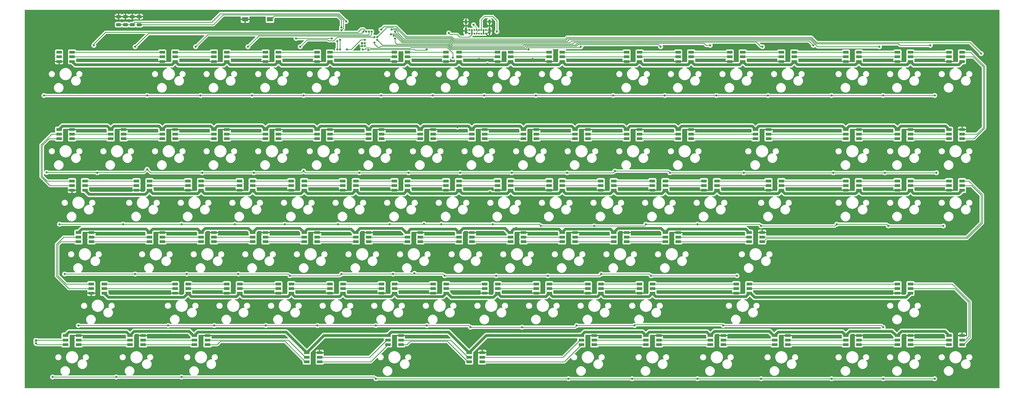
<source format=gtl>
G04 #@! TF.GenerationSoftware,KiCad,Pcbnew,7.0.2*
G04 #@! TF.CreationDate,2023-11-07T00:29:40+01:00*
G04 #@! TF.ProjectId,TKLTheSecond,544b4c54-6865-4536-9563-6f6e642e6b69,rev?*
G04 #@! TF.SameCoordinates,Original*
G04 #@! TF.FileFunction,Copper,L1,Top*
G04 #@! TF.FilePolarity,Positive*
%FSLAX46Y46*%
G04 Gerber Fmt 4.6, Leading zero omitted, Abs format (unit mm)*
G04 Created by KiCad (PCBNEW 7.0.2) date 2023-11-07 00:29:40*
%MOMM*%
%LPD*%
G01*
G04 APERTURE LIST*
G04 Aperture macros list*
%AMRoundRect*
0 Rectangle with rounded corners*
0 $1 Rounding radius*
0 $2 $3 $4 $5 $6 $7 $8 $9 X,Y pos of 4 corners*
0 Add a 4 corners polygon primitive as box body*
4,1,4,$2,$3,$4,$5,$6,$7,$8,$9,$2,$3,0*
0 Add four circle primitives for the rounded corners*
1,1,$1+$1,$2,$3*
1,1,$1+$1,$4,$5*
1,1,$1+$1,$6,$7*
1,1,$1+$1,$8,$9*
0 Add four rect primitives between the rounded corners*
20,1,$1+$1,$2,$3,$4,$5,0*
20,1,$1+$1,$4,$5,$6,$7,0*
20,1,$1+$1,$6,$7,$8,$9,0*
20,1,$1+$1,$8,$9,$2,$3,0*%
G04 Aperture macros list end*
G04 #@! TA.AperFunction,ComponentPad*
%ADD10R,0.850000X0.850000*%
G04 #@! TD*
G04 #@! TA.AperFunction,ComponentPad*
%ADD11O,0.850000X0.850000*%
G04 #@! TD*
G04 #@! TA.AperFunction,SMDPad,CuDef*
%ADD12R,2.000000X1.100000*%
G04 #@! TD*
G04 #@! TA.AperFunction,SMDPad,CuDef*
%ADD13RoundRect,0.250000X0.650000X-0.325000X0.650000X0.325000X-0.650000X0.325000X-0.650000X-0.325000X0*%
G04 #@! TD*
G04 #@! TA.AperFunction,SMDPad,CuDef*
%ADD14R,2.180000X1.600000*%
G04 #@! TD*
G04 #@! TA.AperFunction,ComponentPad*
%ADD15C,0.700000*%
G04 #@! TD*
G04 #@! TA.AperFunction,ComponentPad*
%ADD16O,0.900000X1.700000*%
G04 #@! TD*
G04 #@! TA.AperFunction,ComponentPad*
%ADD17O,0.900000X2.400000*%
G04 #@! TD*
G04 #@! TA.AperFunction,ViaPad*
%ADD18C,0.800000*%
G04 #@! TD*
G04 #@! TA.AperFunction,Conductor*
%ADD19C,0.250000*%
G04 #@! TD*
G04 #@! TA.AperFunction,Conductor*
%ADD20C,0.500000*%
G04 #@! TD*
G04 #@! TA.AperFunction,Conductor*
%ADD21C,0.200000*%
G04 #@! TD*
G04 #@! TA.AperFunction,Conductor*
%ADD22C,1.000000*%
G04 #@! TD*
G04 APERTURE END LIST*
D10*
X34544000Y-160544000D03*
D11*
X34544000Y-161544000D03*
D12*
X85957881Y-85837576D03*
X85957881Y-84137576D03*
X85957881Y-82437576D03*
X81157881Y-82437576D03*
X81157881Y-84137576D03*
X81157881Y-85837576D03*
X276458041Y-85837576D03*
X276458041Y-84137576D03*
X276458041Y-82437576D03*
X271658041Y-82437576D03*
X271658041Y-84137576D03*
X271658041Y-85837576D03*
X90682889Y-101487592D03*
X90682889Y-103187592D03*
X90682889Y-104887592D03*
X95482889Y-104887592D03*
X95482889Y-103187592D03*
X95482889Y-101487592D03*
X162157945Y-85837576D03*
X162157945Y-84137576D03*
X162157945Y-82437576D03*
X157357945Y-82437576D03*
X157357945Y-84137576D03*
X157357945Y-85837576D03*
X204982985Y-101487592D03*
X204982985Y-103187592D03*
X204982985Y-104887592D03*
X209782985Y-104887592D03*
X209782985Y-103187592D03*
X209782985Y-101487592D03*
X181170465Y-139587624D03*
X181170465Y-141287624D03*
X181170465Y-142987624D03*
X185970465Y-142987624D03*
X185970465Y-141287624D03*
X185970465Y-139587624D03*
X293089309Y-139587624D03*
X293089309Y-141287624D03*
X293089309Y-142987624D03*
X297889309Y-142987624D03*
X297889309Y-141287624D03*
X297889309Y-139587624D03*
X271695537Y-123937608D03*
X271695537Y-122237608D03*
X271695537Y-120537608D03*
X266895537Y-120537608D03*
X266895537Y-122237608D03*
X266895537Y-123937608D03*
X185932969Y-101487592D03*
X185932969Y-103187592D03*
X185932969Y-104887592D03*
X190732969Y-104887592D03*
X190732969Y-103187592D03*
X190732969Y-101487592D03*
X47820329Y-101487540D03*
X47820329Y-103187540D03*
X47820329Y-104887540D03*
X52620329Y-104887540D03*
X52620329Y-103187540D03*
X52620329Y-101487540D03*
X147832937Y-101487592D03*
X147832937Y-103187592D03*
X147832937Y-104887592D03*
X152632937Y-104887592D03*
X152632937Y-103187592D03*
X152632937Y-101487592D03*
X290708057Y-53862552D03*
X290708057Y-55562552D03*
X290708057Y-57262552D03*
X295508057Y-57262552D03*
X295508057Y-55562552D03*
X295508057Y-53862552D03*
X371670625Y-53862552D03*
X371670625Y-55562552D03*
X371670625Y-57262552D03*
X376470625Y-57262552D03*
X376470625Y-55562552D03*
X376470625Y-53862552D03*
X43057849Y-53862552D03*
X43057849Y-55562552D03*
X43057849Y-57262552D03*
X47857849Y-57262552D03*
X47857849Y-55562552D03*
X47857849Y-53862552D03*
X119257913Y-53862552D03*
X119257913Y-55562552D03*
X119257913Y-57262552D03*
X124057913Y-57262552D03*
X124057913Y-55562552D03*
X124057913Y-53862552D03*
D13*
X67564000Y-43639000D03*
X67564000Y-40689000D03*
D12*
X195495473Y-123937608D03*
X195495473Y-122237608D03*
X195495473Y-120537608D03*
X190695473Y-120537608D03*
X190695473Y-122237608D03*
X190695473Y-123937608D03*
X85920385Y-139587624D03*
X85920385Y-141287624D03*
X85920385Y-142987624D03*
X90720385Y-142987624D03*
X90720385Y-141287624D03*
X90720385Y-139587624D03*
X302651813Y-123937608D03*
X302651813Y-122237608D03*
X302651813Y-120537608D03*
X297851813Y-120537608D03*
X297851813Y-122237608D03*
X297851813Y-123937608D03*
X240719049Y-162037440D03*
X240719049Y-160337440D03*
X240719049Y-158637440D03*
X235919049Y-158637440D03*
X235919049Y-160337440D03*
X235919049Y-162037440D03*
X312156489Y-162037440D03*
X312156489Y-160337440D03*
X312156489Y-158637440D03*
X307356489Y-158637440D03*
X307356489Y-160337440D03*
X307356489Y-162037440D03*
X288344009Y-162037440D03*
X288344009Y-160337440D03*
X288344009Y-158637440D03*
X283544009Y-158637440D03*
X283544009Y-160337440D03*
X283544009Y-162037440D03*
X219270497Y-139587624D03*
X219270497Y-141287624D03*
X219270497Y-142987624D03*
X224070497Y-142987624D03*
X224070497Y-141287624D03*
X224070497Y-139587624D03*
D14*
X120922000Y-41656000D03*
X111742000Y-41656000D03*
D12*
X371670625Y-101487592D03*
X371670625Y-103187592D03*
X371670625Y-104887592D03*
X376470625Y-104887592D03*
X376470625Y-103187592D03*
X376470625Y-101487592D03*
X352620609Y-139587624D03*
X352620609Y-141287624D03*
X352620609Y-142987624D03*
X357420609Y-142987624D03*
X357420609Y-141287624D03*
X357420609Y-139587624D03*
X185932969Y-53862552D03*
X185932969Y-55562552D03*
X185932969Y-57262552D03*
X190732969Y-57262552D03*
X190732969Y-55562552D03*
X190732969Y-53862552D03*
X214545489Y-123937608D03*
X214545489Y-122237608D03*
X214545489Y-120537608D03*
X209745489Y-120537608D03*
X209745489Y-122237608D03*
X209745489Y-123937608D03*
X200220481Y-139587624D03*
X200220481Y-141287624D03*
X200220481Y-142987624D03*
X205020481Y-142987624D03*
X205020481Y-141287624D03*
X205020481Y-139587624D03*
X281183049Y-101487592D03*
X281183049Y-103187592D03*
X281183049Y-104887592D03*
X285983049Y-104887592D03*
X285983049Y-103187592D03*
X285983049Y-101487592D03*
X166882953Y-53862552D03*
X166882953Y-55562552D03*
X166882953Y-57262552D03*
X171682953Y-57262552D03*
X171682953Y-55562552D03*
X171682953Y-53862552D03*
X143107929Y-85837576D03*
X143107929Y-84137576D03*
X143107929Y-82437576D03*
X138307929Y-82437576D03*
X138307929Y-84137576D03*
X138307929Y-85837576D03*
X124057913Y-85837576D03*
X124057913Y-84137576D03*
X124057913Y-82437576D03*
X119257913Y-82437576D03*
X119257913Y-84137576D03*
X119257913Y-85837576D03*
X271658041Y-53862552D03*
X271658041Y-55562552D03*
X271658041Y-57262552D03*
X276458041Y-57262552D03*
X276458041Y-55562552D03*
X276458041Y-53862552D03*
X262133033Y-101487592D03*
X262133033Y-103187592D03*
X262133033Y-104887592D03*
X266933033Y-104887592D03*
X266933033Y-103187592D03*
X266933033Y-101487592D03*
X233595505Y-123937608D03*
X233595505Y-122237608D03*
X233595505Y-120537608D03*
X228795505Y-120537608D03*
X228795505Y-122237608D03*
X228795505Y-123937608D03*
X352620609Y-53862552D03*
X352620609Y-55562552D03*
X352620609Y-57262552D03*
X357420609Y-57262552D03*
X357420609Y-55562552D03*
X357420609Y-53862552D03*
X333570593Y-101487592D03*
X333570593Y-103187592D03*
X333570593Y-104887592D03*
X338370593Y-104887592D03*
X338370593Y-103187592D03*
X338370593Y-101487592D03*
X124020417Y-139587624D03*
X124020417Y-141287624D03*
X124020417Y-142987624D03*
X128820417Y-142987624D03*
X128820417Y-141287624D03*
X128820417Y-139587624D03*
X162120449Y-139587624D03*
X162120449Y-141287624D03*
X162120449Y-142987624D03*
X166920449Y-142987624D03*
X166920449Y-141287624D03*
X166920449Y-139587624D03*
X199281609Y-168387440D03*
X199281609Y-166687440D03*
X199281609Y-164987440D03*
X194481609Y-164987440D03*
X194481609Y-166687440D03*
X194481609Y-168387440D03*
D13*
X72644000Y-43639000D03*
X72644000Y-40689000D03*
D12*
X105007897Y-85837576D03*
X105007897Y-84137576D03*
X105007897Y-82437576D03*
X100207897Y-82437576D03*
X100207897Y-84137576D03*
X100207897Y-85837576D03*
D13*
X70104000Y-43639000D03*
X70104000Y-40689000D03*
D12*
X169281609Y-162037440D03*
X169281609Y-160337440D03*
X169281609Y-158637440D03*
X164481609Y-158637440D03*
X164481609Y-160337440D03*
X164481609Y-162037440D03*
X66887945Y-85837504D03*
X66887945Y-84137504D03*
X66887945Y-82437504D03*
X62087945Y-82437504D03*
X62087945Y-84137504D03*
X62087945Y-85837504D03*
X224033001Y-101487592D03*
X224033001Y-103187592D03*
X224033001Y-104887592D03*
X228833001Y-104887592D03*
X228833001Y-103187592D03*
X228833001Y-101487592D03*
X238320513Y-139587624D03*
X238320513Y-141287624D03*
X238320513Y-142987624D03*
X243120513Y-142987624D03*
X243120513Y-141287624D03*
X243120513Y-139587624D03*
X243083017Y-101487592D03*
X243083017Y-103187592D03*
X243083017Y-104887592D03*
X247883017Y-104887592D03*
X247883017Y-103187592D03*
X247883017Y-101487592D03*
X100245393Y-123937608D03*
X100245393Y-122237608D03*
X100245393Y-120537608D03*
X95445393Y-120537608D03*
X95445393Y-122237608D03*
X95445393Y-123937608D03*
X128782921Y-101487592D03*
X128782921Y-103187592D03*
X128782921Y-104887592D03*
X133582921Y-104887592D03*
X133582921Y-103187592D03*
X133582921Y-101487592D03*
X200257977Y-85837576D03*
X200257977Y-84137576D03*
X200257977Y-82437576D03*
X195457977Y-82437576D03*
X195457977Y-84137576D03*
X195457977Y-85837576D03*
X81195377Y-123937608D03*
X81195377Y-122237608D03*
X81195377Y-120537608D03*
X76395377Y-120537608D03*
X76395377Y-122237608D03*
X76395377Y-123937608D03*
X55001579Y-123937540D03*
X55001579Y-122237540D03*
X55001579Y-120537540D03*
X50201579Y-120537540D03*
X50201579Y-122237540D03*
X50201579Y-123937540D03*
X257370529Y-139587624D03*
X257370529Y-141287624D03*
X257370529Y-142987624D03*
X262170529Y-142987624D03*
X262170529Y-141287624D03*
X262170529Y-139587624D03*
X50258905Y-162037440D03*
X50258905Y-160337440D03*
X50258905Y-158637440D03*
X45458905Y-158637440D03*
X45458905Y-160337440D03*
X45458905Y-162037440D03*
X47857829Y-85837540D03*
X47857829Y-84137540D03*
X47857829Y-82437540D03*
X43057829Y-82437540D03*
X43057829Y-84137540D03*
X43057829Y-85837540D03*
X139281609Y-168387440D03*
X139281609Y-166687440D03*
X139281609Y-164987440D03*
X134481609Y-164987440D03*
X134481609Y-166687440D03*
X134481609Y-168387440D03*
X352620609Y-101487592D03*
X352620609Y-103187592D03*
X352620609Y-104887592D03*
X357420609Y-104887592D03*
X357420609Y-103187592D03*
X357420609Y-101487592D03*
X138307929Y-53862552D03*
X138307929Y-55562552D03*
X138307929Y-57262552D03*
X143107929Y-57262552D03*
X143107929Y-55562552D03*
X143107929Y-53862552D03*
X376470625Y-162037640D03*
X376470625Y-160337640D03*
X376470625Y-158637640D03*
X371670625Y-158637640D03*
X371670625Y-160337640D03*
X371670625Y-162037640D03*
X143070433Y-139587624D03*
X143070433Y-141287624D03*
X143070433Y-142987624D03*
X147870433Y-142987624D03*
X147870433Y-141287624D03*
X147870433Y-139587624D03*
X264531529Y-162037440D03*
X264531529Y-160337440D03*
X264531529Y-158637440D03*
X259731529Y-158637440D03*
X259731529Y-160337440D03*
X259731529Y-162037440D03*
X181207961Y-85837576D03*
X181207961Y-84137576D03*
X181207961Y-82437576D03*
X176407961Y-82437576D03*
X176407961Y-84137576D03*
X176407961Y-85837576D03*
X54964079Y-139587540D03*
X54964079Y-141287540D03*
X54964079Y-142987540D03*
X59764079Y-142987540D03*
X59764079Y-141287540D03*
X59764079Y-139587540D03*
X357420609Y-85837576D03*
X357420609Y-84137576D03*
X357420609Y-82437576D03*
X352620609Y-82437576D03*
X352620609Y-84137576D03*
X352620609Y-85837576D03*
X157395441Y-123937608D03*
X157395441Y-122237608D03*
X157395441Y-120537608D03*
X152595441Y-120537608D03*
X152595441Y-122237608D03*
X152595441Y-123937608D03*
X333570593Y-53862552D03*
X333570593Y-55562552D03*
X333570593Y-57262552D03*
X338370593Y-57262552D03*
X338370593Y-55562552D03*
X338370593Y-53862552D03*
X305033065Y-85837576D03*
X305033065Y-84137576D03*
X305033065Y-82437576D03*
X300233065Y-82437576D03*
X300233065Y-84137576D03*
X300233065Y-85837576D03*
X204982985Y-53862552D03*
X204982985Y-55562552D03*
X204982985Y-57262552D03*
X209782985Y-57262552D03*
X209782985Y-55562552D03*
X209782985Y-53862552D03*
X338370593Y-162037640D03*
X338370593Y-160337640D03*
X338370593Y-158637640D03*
X333570593Y-158637640D03*
X333570593Y-160337640D03*
X333570593Y-162037640D03*
X119295409Y-123937608D03*
X119295409Y-122237608D03*
X119295409Y-120537608D03*
X114495409Y-120537608D03*
X114495409Y-122237608D03*
X114495409Y-123937608D03*
D13*
X65024000Y-43639000D03*
X65024000Y-40689000D03*
D12*
X219307993Y-85837576D03*
X219307993Y-84137576D03*
X219307993Y-82437576D03*
X214507993Y-82437576D03*
X214507993Y-84137576D03*
X214507993Y-85837576D03*
X97844169Y-162037440D03*
X97844169Y-160337440D03*
X97844169Y-158637440D03*
X93044169Y-158637440D03*
X93044169Y-160337440D03*
X93044169Y-162037440D03*
X357420609Y-162037640D03*
X357420609Y-160337640D03*
X357420609Y-158637640D03*
X352620609Y-158637640D03*
X352620609Y-160337640D03*
X352620609Y-162037640D03*
X304995569Y-101487592D03*
X304995569Y-103187592D03*
X304995569Y-104887592D03*
X309795569Y-104887592D03*
X309795569Y-103187592D03*
X309795569Y-101487592D03*
D10*
X154915062Y-50552512D03*
D11*
X155915062Y-50552512D03*
X154915062Y-51552512D03*
X155915062Y-51552512D03*
D12*
X104970401Y-139587624D03*
X104970401Y-141287624D03*
X104970401Y-142987624D03*
X109770401Y-142987624D03*
X109770401Y-141287624D03*
X109770401Y-139587624D03*
X138345425Y-123937608D03*
X138345425Y-122237608D03*
X138345425Y-120537608D03*
X133545425Y-120537608D03*
X133545425Y-122237608D03*
X133545425Y-123937608D03*
X81157881Y-53862552D03*
X81157881Y-55562552D03*
X81157881Y-57262552D03*
X85957881Y-57262552D03*
X85957881Y-55562552D03*
X85957881Y-53862552D03*
X252645521Y-123937608D03*
X252645521Y-122237608D03*
X252645521Y-120537608D03*
X247845521Y-120537608D03*
X247845521Y-122237608D03*
X247845521Y-123937608D03*
X376470625Y-85837576D03*
X376470625Y-84137576D03*
X376470625Y-82437576D03*
X371670625Y-82437576D03*
X371670625Y-84137576D03*
X371670625Y-85837576D03*
X100207897Y-53862552D03*
X100207897Y-55562552D03*
X100207897Y-57262552D03*
X105007897Y-57262552D03*
X105007897Y-55562552D03*
X105007897Y-53862552D03*
X224033001Y-53862552D03*
X224033001Y-55562552D03*
X224033001Y-57262552D03*
X228833001Y-57262552D03*
X228833001Y-55562552D03*
X228833001Y-53862552D03*
X109732905Y-101487592D03*
X109732905Y-103187592D03*
X109732905Y-104887592D03*
X114532905Y-104887592D03*
X114532905Y-103187592D03*
X114532905Y-101487592D03*
X74031689Y-162037440D03*
X74031689Y-160337440D03*
X74031689Y-158637440D03*
X69231689Y-158637440D03*
X69231689Y-160337440D03*
X69231689Y-162037440D03*
X309758073Y-53862552D03*
X309758073Y-55562552D03*
X309758073Y-57262552D03*
X314558073Y-57262552D03*
X314558073Y-55562552D03*
X314558073Y-53862552D03*
X257408025Y-85837576D03*
X257408025Y-84137576D03*
X257408025Y-82437576D03*
X252608025Y-82437576D03*
X252608025Y-84137576D03*
X252608025Y-85837576D03*
X238358009Y-85837576D03*
X238358009Y-84137576D03*
X238358009Y-82437576D03*
X233558009Y-82437576D03*
X233558009Y-84137576D03*
X233558009Y-85837576D03*
X71632873Y-101487592D03*
X71632873Y-103187592D03*
X71632873Y-104887592D03*
X76432873Y-104887592D03*
X76432873Y-103187592D03*
X76432873Y-101487592D03*
X166882953Y-101487592D03*
X166882953Y-103187592D03*
X166882953Y-104887592D03*
X171682953Y-104887592D03*
X171682953Y-103187592D03*
X171682953Y-101487592D03*
X252608025Y-53862552D03*
X252608025Y-55562552D03*
X252608025Y-57262552D03*
X257408025Y-57262552D03*
X257408025Y-55562552D03*
X257408025Y-53862552D03*
X176445457Y-123937608D03*
X176445457Y-122237608D03*
X176445457Y-120537608D03*
X171645457Y-120537608D03*
X171645457Y-122237608D03*
X171645457Y-123937608D03*
X338370593Y-85837576D03*
X338370593Y-84137576D03*
X338370593Y-82437576D03*
X333570593Y-82437576D03*
X333570593Y-84137576D03*
X333570593Y-85837576D03*
D15*
X194666303Y-46941135D03*
X195516303Y-46941135D03*
X196366303Y-46941135D03*
X197216303Y-46941135D03*
X198066303Y-46941135D03*
X198916303Y-46941135D03*
X199766303Y-46941135D03*
X200616303Y-46941135D03*
X200616303Y-45591135D03*
X199766303Y-45591135D03*
X198916303Y-45591135D03*
X198066303Y-45591135D03*
X197216303Y-45591135D03*
X196366303Y-45591135D03*
X195516303Y-45591135D03*
X194666303Y-45591135D03*
D16*
X193316303Y-42581135D03*
D17*
X193316303Y-45961135D03*
D16*
X201966303Y-42581135D03*
D17*
X201966303Y-45961135D03*
D18*
X83312000Y-154940000D03*
X160020000Y-154940000D03*
X178816000Y-154940000D03*
X255524000Y-154940000D03*
X217932000Y-56388000D03*
X198120000Y-56388000D03*
X204724000Y-46228000D03*
X182880000Y-56896000D03*
X185420000Y-60452000D03*
X177800000Y-45720000D03*
X186944000Y-46736000D03*
X196088000Y-43688000D03*
X188468000Y-55880000D03*
X162052000Y-56896000D03*
X163068000Y-88392000D03*
X138684000Y-44704000D03*
X190153171Y-81529276D03*
X149352000Y-75184000D03*
X149064165Y-42471691D03*
X169164000Y-55880000D03*
X170180000Y-42164000D03*
X170688000Y-67564000D03*
X145796000Y-44704000D03*
X155448000Y-79756000D03*
X147320000Y-45720000D03*
X202184000Y-144780000D03*
X202184000Y-105664000D03*
X201168000Y-58150183D03*
X211836000Y-118872000D03*
X202184000Y-158496000D03*
X130556000Y-48768000D03*
X143764000Y-48768000D03*
X156464000Y-46228000D03*
X55880000Y-51308000D03*
X93472000Y-51816000D03*
X157480000Y-46228000D03*
X112776000Y-51816000D03*
X158496000Y-46228000D03*
X159512000Y-48260000D03*
X132080000Y-51816000D03*
X149352000Y-52832000D03*
X155956000Y-49276000D03*
X178816000Y-52832000D03*
X157217626Y-52971560D03*
X155204854Y-52832000D03*
X159512000Y-50292000D03*
X216408000Y-52832000D03*
X235712000Y-51816000D03*
X160528000Y-49276000D03*
X265176000Y-51816000D03*
X167132000Y-48768000D03*
X166624000Y-47752000D03*
X283464000Y-51308000D03*
X165608000Y-47244000D03*
X302768000Y-51816000D03*
X321564000Y-51308000D03*
X167132000Y-46228000D03*
X165845976Y-45439431D03*
X345948000Y-51816000D03*
X364744000Y-51308000D03*
X160528000Y-48260000D03*
X383540000Y-54356000D03*
X161926085Y-45471892D03*
X155448000Y-46228000D03*
X71120000Y-51816000D03*
X161925000Y-69850000D03*
X328295000Y-69850000D03*
X285750000Y-69850000D03*
X133350000Y-69850000D03*
X219075000Y-69850000D03*
X145796000Y-49784000D03*
X247650000Y-69850000D03*
X366395000Y-69850000D03*
X347345000Y-69850000D03*
X200025000Y-69850000D03*
X37465000Y-69850000D03*
X75565000Y-69850000D03*
X266700000Y-69850000D03*
X304800000Y-69850000D03*
X145796000Y-52832000D03*
X114300000Y-69850000D03*
X180975000Y-69850000D03*
X95250000Y-69850000D03*
X114935000Y-98425000D03*
X328930000Y-98425000D03*
X210185000Y-98425000D03*
X172085000Y-98425000D03*
X133350000Y-97790000D03*
X295910000Y-98425000D03*
X367030000Y-98425000D03*
X75565000Y-97155000D03*
X191135000Y-98425000D03*
X95885000Y-98425000D03*
X347980000Y-98425000D03*
X57150000Y-98425000D03*
X146812000Y-49276000D03*
X248285000Y-97790000D03*
X38407561Y-98313949D03*
X153924000Y-98425000D03*
X146812000Y-52832000D03*
X268605000Y-98425000D03*
X230632000Y-98425000D03*
X369570000Y-118110000D03*
X165100000Y-117475000D03*
X278765000Y-117475000D03*
X220980000Y-118110000D03*
X184150000Y-117475000D03*
X240665000Y-118110000D03*
X259715000Y-117475000D03*
X302260000Y-118110000D03*
X107950000Y-117475000D03*
X66675000Y-117475000D03*
X43180000Y-117475000D03*
X177800000Y-117348000D03*
X349250000Y-118110000D03*
X126365000Y-117475000D03*
X330200000Y-117475000D03*
X88265000Y-117475000D03*
X146050000Y-117475000D03*
X203200000Y-117475000D03*
X90170000Y-135890000D03*
X223520000Y-136525000D03*
X45085000Y-135890000D03*
X261620000Y-136525000D03*
X243205000Y-135890000D03*
X185420000Y-136525000D03*
X128270000Y-136525000D03*
X174244000Y-135636000D03*
X293370000Y-136525000D03*
X204470000Y-136525000D03*
X109220000Y-135890000D03*
X166370000Y-135890000D03*
X71120000Y-135890000D03*
X147320000Y-135890000D03*
X147320000Y-44704000D03*
X119380000Y-154940000D03*
X100330000Y-154940000D03*
X288290000Y-154940000D03*
X347345000Y-155575000D03*
X138430000Y-154940000D03*
X234188000Y-154940000D03*
X194945000Y-155575000D03*
X50165000Y-154940000D03*
X213995000Y-155575000D03*
X88265000Y-173990000D03*
X278765000Y-174625000D03*
X347345000Y-174625000D03*
X254635000Y-174625000D03*
X40640000Y-173990000D03*
X302260000Y-174625000D03*
X64135000Y-173990000D03*
X160020000Y-174625000D03*
X366395000Y-174625000D03*
X231140000Y-174625000D03*
X328295000Y-174625000D03*
D19*
X35037440Y-162037440D02*
X34544000Y-161544000D01*
X45458905Y-162037440D02*
X35037440Y-162037440D01*
X34750560Y-160337440D02*
X34544000Y-160544000D01*
X45458905Y-160337440D02*
X34750560Y-160337440D01*
X103632000Y-40023000D02*
X100016000Y-43639000D01*
X148045000Y-45004305D02*
X148045000Y-42000000D01*
X147320000Y-45720000D02*
X147329305Y-45720000D01*
X147329305Y-45720000D02*
X148045000Y-45004305D01*
X148045000Y-42000000D02*
X146068000Y-40023000D01*
X146068000Y-40023000D02*
X103632000Y-40023000D01*
X100016000Y-43639000D02*
X72644000Y-43639000D01*
X99450000Y-42739000D02*
X71004000Y-42739000D01*
X102616000Y-39573000D02*
X99450000Y-42739000D01*
X146254396Y-39573000D02*
X102616000Y-39573000D01*
X149064165Y-42471691D02*
X149064165Y-42382769D01*
X149064165Y-42382769D02*
X146254396Y-39573000D01*
X71004000Y-42739000D02*
X70104000Y-43639000D01*
X83312000Y-154940000D02*
X100330000Y-154940000D01*
X160020000Y-154940000D02*
X178816000Y-154940000D01*
X178816000Y-154940000D02*
X194310000Y-154940000D01*
X255524000Y-154803248D02*
X255709624Y-154617624D01*
X255524000Y-154940000D02*
X255524000Y-154803248D01*
X255387248Y-154940000D02*
X255524000Y-154940000D01*
X255709624Y-154617624D02*
X287967624Y-154617624D01*
X287967624Y-154617624D02*
X288290000Y-154940000D01*
X234188000Y-154940000D02*
X255387248Y-154940000D01*
D20*
X199766303Y-46941135D02*
X199766303Y-45591135D01*
X195516303Y-46941135D02*
X195516303Y-45591135D01*
D19*
X195516303Y-47307697D02*
X195516303Y-46941135D01*
X194564000Y-48260000D02*
X195516303Y-47307697D01*
X200152000Y-40640000D02*
X198916303Y-41875697D01*
X203200000Y-40640000D02*
X200152000Y-40640000D01*
X198916303Y-41875697D02*
X198916303Y-45591135D01*
X204724000Y-42164000D02*
X203200000Y-40640000D01*
X204724000Y-46228000D02*
X204724000Y-42164000D01*
D21*
X197216303Y-46510374D02*
X198066303Y-45660374D01*
X197216303Y-46941135D02*
X197216303Y-46510374D01*
X197216303Y-44816303D02*
X197216303Y-45591135D01*
X196088000Y-43688000D02*
X197216303Y-44816303D01*
D19*
X194296303Y-46941135D02*
X193316303Y-45961135D01*
X194666303Y-46941135D02*
X194296303Y-46941135D01*
X194666303Y-45591135D02*
X193686303Y-45591135D01*
X193686303Y-45591135D02*
X193316303Y-45961135D01*
X200616303Y-45591135D02*
X201596303Y-45591135D01*
X201596303Y-45591135D02*
X201966303Y-45961135D01*
X200616303Y-46941135D02*
X200986303Y-46941135D01*
X200986303Y-46941135D02*
X201966303Y-45961135D01*
X191008000Y-48260000D02*
X194564000Y-48260000D01*
X189992000Y-47244000D02*
X191008000Y-48260000D01*
X187452000Y-47244000D02*
X189992000Y-47244000D01*
X186944000Y-46736000D02*
X187452000Y-47244000D01*
X163143977Y-44254000D02*
X161926085Y-45471892D01*
X167456097Y-44254000D02*
X163143977Y-44254000D01*
X171249049Y-48046952D02*
X167456097Y-44254000D01*
X188044933Y-48046952D02*
X171249049Y-48046952D01*
X320843899Y-48289802D02*
X230604802Y-48289802D01*
X229937604Y-48957000D02*
X188954981Y-48957000D01*
X322835247Y-50281150D02*
X320843899Y-48289802D01*
X188954981Y-48957000D02*
X188044933Y-48046952D01*
X379465150Y-50281150D02*
X322835247Y-50281150D01*
X230604802Y-48289802D02*
X229937604Y-48957000D01*
X383540000Y-54356000D02*
X379465150Y-50281150D01*
X353568000Y-51308000D02*
X364744000Y-51308000D01*
X322648851Y-50731150D02*
X352991150Y-50731150D01*
X320657503Y-48739802D02*
X322648851Y-50731150D01*
X230791198Y-48739802D02*
X320657503Y-48739802D01*
X230124000Y-49407000D02*
X230791198Y-48739802D01*
X188768585Y-49407000D02*
X230124000Y-49407000D01*
X187858537Y-48496952D02*
X188768585Y-49407000D01*
X171062653Y-48496952D02*
X187858537Y-48496952D01*
X167555132Y-44989431D02*
X171062653Y-48496952D01*
X166624000Y-44989431D02*
X167555132Y-44989431D01*
X166338569Y-44704000D02*
X166624000Y-44989431D01*
X352991150Y-50731150D02*
X353568000Y-51308000D01*
X164084000Y-44704000D02*
X166338569Y-44704000D01*
X160528000Y-48260000D02*
X164084000Y-44704000D01*
X323097305Y-51816000D02*
X345948000Y-51816000D01*
X320471107Y-49189802D02*
X323097305Y-51816000D01*
X231299198Y-49189802D02*
X320471107Y-49189802D01*
X230632000Y-49857000D02*
X231299198Y-49189802D01*
X188582189Y-49857000D02*
X230632000Y-49857000D01*
X187672141Y-48946952D02*
X188582189Y-49857000D01*
X170358952Y-48946952D02*
X187672141Y-48946952D01*
X168148000Y-46736000D02*
X170358952Y-48946952D01*
X167368736Y-45439431D02*
X168148000Y-46218695D01*
X165845976Y-45439431D02*
X167368736Y-45439431D01*
X168148000Y-46218695D02*
X168148000Y-46736000D01*
X319895802Y-49639802D02*
X321564000Y-51308000D01*
X232315198Y-49639802D02*
X319895802Y-49639802D01*
X231648000Y-50307000D02*
X232315198Y-49639802D01*
X188395793Y-50307000D02*
X231648000Y-50307000D01*
X187485745Y-49396952D02*
X188395793Y-50307000D01*
X170059049Y-49396952D02*
X187485745Y-49396952D01*
X167132000Y-46469903D02*
X170059049Y-49396952D01*
X167132000Y-46228000D02*
X167132000Y-46469903D01*
X300533802Y-50089802D02*
X302260000Y-51816000D01*
X233331198Y-50089802D02*
X300533802Y-50089802D01*
X232664000Y-50757000D02*
X233331198Y-50089802D01*
X197422032Y-50757000D02*
X232664000Y-50757000D01*
X197394957Y-50784075D02*
X197422032Y-50757000D01*
X188236472Y-50784075D02*
X197394957Y-50784075D01*
X187309397Y-49857000D02*
X188236472Y-50784075D01*
X169882701Y-49857000D02*
X187309397Y-49857000D01*
X167052701Y-47027000D02*
X169882701Y-49857000D01*
X165825000Y-47027000D02*
X167052701Y-47027000D01*
X165608000Y-47244000D02*
X165825000Y-47027000D01*
X281171802Y-50539802D02*
X281940000Y-51308000D01*
X233680000Y-51207000D02*
X234347198Y-50539802D01*
X214376000Y-51482000D02*
X214651000Y-51207000D01*
X188298001Y-51482000D02*
X214376000Y-51482000D01*
X187123001Y-50307000D02*
X188298001Y-51482000D01*
X169696305Y-50307000D02*
X187123001Y-50307000D01*
X214651000Y-51207000D02*
X233680000Y-51207000D01*
X167141305Y-47752000D02*
X169696305Y-50307000D01*
X234347198Y-50539802D02*
X281171802Y-50539802D01*
X166624000Y-47752000D02*
X167141305Y-47752000D01*
X234028802Y-51657000D02*
X234696000Y-50989802D01*
X215159000Y-51657000D02*
X234028802Y-51657000D01*
X214884000Y-51932000D02*
X215159000Y-51657000D01*
X188111605Y-51932000D02*
X214884000Y-51932000D01*
X186936605Y-50757000D02*
X188111605Y-51932000D01*
X167597000Y-50757000D02*
X186936605Y-50757000D01*
X167132000Y-50292000D02*
X167597000Y-50757000D01*
X167132000Y-48768000D02*
X167132000Y-50292000D01*
X234696000Y-50989802D02*
X264349802Y-50989802D01*
X235421000Y-52107000D02*
X235712000Y-51816000D01*
X215667000Y-52107000D02*
X235421000Y-52107000D01*
X187925209Y-52382000D02*
X215392000Y-52382000D01*
X215392000Y-52382000D02*
X215667000Y-52107000D01*
X162459000Y-51207000D02*
X186750209Y-51207000D01*
X160528000Y-49276000D02*
X162459000Y-51207000D01*
X186750209Y-51207000D02*
X187925209Y-52382000D01*
X161819000Y-51657000D02*
X186563813Y-51657000D01*
X161544000Y-51932000D02*
X161819000Y-51657000D01*
X187738813Y-52832000D02*
X216408000Y-52832000D01*
X160644000Y-51932000D02*
X161544000Y-51932000D01*
X186563813Y-51657000D02*
X187738813Y-52832000D01*
X159512000Y-50292000D02*
X159512000Y-50800000D01*
X159512000Y-50800000D02*
X160644000Y-51932000D01*
X186377417Y-52107000D02*
X188468000Y-54197583D01*
X172927695Y-52107000D02*
X186377417Y-52107000D01*
X188468000Y-54197583D02*
X188468000Y-55880000D01*
X172652695Y-52382000D02*
X172927695Y-52107000D01*
X233553000Y-155575000D02*
X234188000Y-154940000D01*
X213995000Y-155575000D02*
X233553000Y-155575000D01*
X194310000Y-154940000D02*
X194945000Y-155575000D01*
X138430000Y-154940000D02*
X160020000Y-154940000D01*
X50165000Y-154940000D02*
X83312000Y-154940000D01*
X147320000Y-41911396D02*
X147320000Y-44704000D01*
X145881604Y-40473000D02*
X147320000Y-41911396D01*
X122595000Y-40473000D02*
X145881604Y-40473000D01*
X121412000Y-41656000D02*
X122595000Y-40473000D01*
D22*
X196707977Y-81187576D02*
X213257993Y-81187576D01*
X213257993Y-81187576D02*
X214507993Y-82437576D01*
X195457977Y-82437576D02*
X196707977Y-81187576D01*
X46708905Y-157387440D02*
X45458905Y-158637440D01*
X67981689Y-157387440D02*
X46708905Y-157387440D01*
X69231689Y-158637440D02*
X67981689Y-157387440D01*
X70781689Y-157087440D02*
X69231689Y-158637440D01*
X91044169Y-157087440D02*
X70781689Y-157087440D01*
X92594169Y-158637440D02*
X91044169Y-157087440D01*
X94294169Y-157387440D02*
X93044169Y-158637440D01*
X126881609Y-157387440D02*
X94294169Y-157387440D01*
X134481609Y-164987440D02*
X126881609Y-157387440D01*
X140831609Y-158637440D02*
X134481609Y-164987440D01*
X164481609Y-158637440D02*
X140831609Y-158637440D01*
X165731609Y-157387440D02*
X164481609Y-158637440D01*
X194481609Y-164987440D02*
X186881609Y-157387440D01*
X186881609Y-157387440D02*
X165731609Y-157387440D01*
X200831609Y-158637440D02*
X194481609Y-164987440D01*
X235919049Y-158637440D02*
X200831609Y-158637440D01*
X237169049Y-157387440D02*
X235919049Y-158637440D01*
X258481529Y-157387440D02*
X237169049Y-157387440D01*
X259731529Y-158637440D02*
X258481529Y-157387440D01*
X260981529Y-157387440D02*
X259731529Y-158637440D01*
X283544009Y-158637440D02*
X282294009Y-157387440D01*
X282294009Y-157387440D02*
X260981529Y-157387440D01*
X305356489Y-157087440D02*
X285094009Y-157087440D01*
X306906489Y-158637440D02*
X305356489Y-157087440D01*
X285094009Y-157087440D02*
X283544009Y-158637440D01*
X308606489Y-157387440D02*
X307356489Y-158637440D01*
X332320393Y-157387440D02*
X308606489Y-157387440D01*
X333570593Y-158637640D02*
X332320393Y-157387440D01*
X350620609Y-157087640D02*
X335120593Y-157087640D01*
X335120593Y-157087640D02*
X333570593Y-158637640D01*
X352170609Y-158637640D02*
X350620609Y-157087640D01*
X370120625Y-157087640D02*
X354170609Y-157087640D01*
X354170609Y-157087640D02*
X352620609Y-158637640D01*
X371670625Y-158637640D02*
X370120625Y-157087640D01*
X299889309Y-144537624D02*
X355870609Y-144537624D01*
X298339309Y-142987624D02*
X299889309Y-144537624D01*
X355870609Y-144537624D02*
X357420609Y-142987624D01*
X296639309Y-144237624D02*
X297889309Y-142987624D01*
X263420529Y-144237624D02*
X296639309Y-144237624D01*
X262170529Y-142987624D02*
X263420529Y-144237624D01*
X260920529Y-144237624D02*
X262170529Y-142987624D01*
X244370513Y-144237624D02*
X260920529Y-144237624D01*
X243120513Y-142987624D02*
X244370513Y-144237624D01*
X241870513Y-144237624D02*
X243120513Y-142987624D01*
X225320497Y-144237624D02*
X241870513Y-144237624D01*
X224070497Y-142987624D02*
X225320497Y-144237624D01*
X222820497Y-144237624D02*
X224070497Y-142987624D01*
X205020481Y-142987624D02*
X206270481Y-144237624D01*
X206270481Y-144237624D02*
X222820497Y-144237624D01*
X187970465Y-144537624D02*
X203470481Y-144537624D01*
X186420465Y-142987624D02*
X187970465Y-144537624D01*
X203470481Y-144537624D02*
X205020481Y-142987624D01*
X168170449Y-144237624D02*
X184720465Y-144237624D01*
X166920449Y-142987624D02*
X168170449Y-144237624D01*
X184720465Y-144237624D02*
X185970465Y-142987624D01*
X149120433Y-144237624D02*
X165670449Y-144237624D01*
X165670449Y-144237624D02*
X166920449Y-142987624D01*
X147870433Y-142987624D02*
X149120433Y-144237624D01*
X146620433Y-144237624D02*
X147870433Y-142987624D01*
X130070417Y-144237624D02*
X146620433Y-144237624D01*
X128820417Y-142987624D02*
X130070417Y-144237624D01*
X127570417Y-144237624D02*
X128820417Y-142987624D01*
X111020401Y-144237624D02*
X127570417Y-144237624D01*
X109770401Y-142987624D02*
X111020401Y-144237624D01*
X108520401Y-144237624D02*
X109770401Y-142987624D01*
X90720385Y-142987624D02*
X91970385Y-144237624D01*
X91970385Y-144237624D02*
X108520401Y-144237624D01*
X89170469Y-144537540D02*
X90720385Y-142987624D01*
X61314079Y-144537540D02*
X89170469Y-144537540D01*
X59764079Y-142987540D02*
X61314079Y-144537540D01*
X51451579Y-119287540D02*
X50201579Y-120537540D01*
X75145309Y-119287540D02*
X51451579Y-119287540D01*
X76395377Y-120537608D02*
X75145309Y-119287540D01*
X77645377Y-119287608D02*
X76395377Y-120537608D01*
X94195393Y-119287608D02*
X77645377Y-119287608D01*
X95445393Y-120537608D02*
X94195393Y-119287608D01*
X112945409Y-118987608D02*
X96995393Y-118987608D01*
X96995393Y-118987608D02*
X95445393Y-120537608D01*
X114495409Y-120537608D02*
X112945409Y-118987608D01*
X131995425Y-118987608D02*
X116045409Y-118987608D01*
X116045409Y-118987608D02*
X114495409Y-120537608D01*
X133545425Y-120537608D02*
X131995425Y-118987608D01*
X134802000Y-119281033D02*
X133545425Y-120537608D01*
X150888866Y-119281033D02*
X134802000Y-119281033D01*
X152145441Y-120537608D02*
X150888866Y-119281033D01*
X154145441Y-118987608D02*
X152595441Y-120537608D01*
X171195457Y-120537608D02*
X169645457Y-118987608D01*
X169645457Y-118987608D02*
X154145441Y-118987608D01*
X172895457Y-119287608D02*
X171645457Y-120537608D01*
X189445473Y-119287608D02*
X172895457Y-119287608D01*
X190695473Y-120537608D02*
X189445473Y-119287608D01*
X192245473Y-118987608D02*
X190695473Y-120537608D01*
X207745489Y-118987608D02*
X192245473Y-118987608D01*
X209295489Y-120537608D02*
X207745489Y-118987608D01*
X210995489Y-119287608D02*
X209745489Y-120537608D01*
X227545505Y-119287608D02*
X210995489Y-119287608D01*
X228795505Y-120537608D02*
X227545505Y-119287608D01*
X230045505Y-119287608D02*
X228795505Y-120537608D01*
X246595521Y-119287608D02*
X230045505Y-119287608D01*
X247845521Y-120537608D02*
X246595521Y-119287608D01*
X249395521Y-118987608D02*
X247845521Y-120537608D01*
X265345537Y-118987608D02*
X249395521Y-118987608D01*
X266895537Y-120537608D02*
X265345537Y-118987608D01*
X296601813Y-119287608D02*
X268145537Y-119287608D01*
X297851813Y-120537608D02*
X296601813Y-119287608D01*
X268145537Y-119287608D02*
X266895537Y-120537608D01*
X54170381Y-106437592D02*
X52620329Y-104887540D01*
X74882873Y-106437592D02*
X54170381Y-106437592D01*
X76432873Y-104887592D02*
X74882873Y-106437592D01*
X77682873Y-106137592D02*
X76432873Y-104887592D01*
X95482889Y-104887592D02*
X94232889Y-106137592D01*
X94232889Y-106137592D02*
X77682873Y-106137592D01*
X113282905Y-106137592D02*
X96732889Y-106137592D01*
X114532905Y-104887592D02*
X113282905Y-106137592D01*
X96732889Y-106137592D02*
X95482889Y-104887592D01*
X115782905Y-106137592D02*
X114532905Y-104887592D01*
X132332921Y-106137592D02*
X115782905Y-106137592D01*
X133582921Y-104887592D02*
X132332921Y-106137592D01*
X134832921Y-106137592D02*
X133582921Y-104887592D01*
X151382937Y-106137592D02*
X134832921Y-106137592D01*
X152632937Y-104887592D02*
X151382937Y-106137592D01*
X172932953Y-106137592D02*
X171682953Y-104887592D01*
X189482969Y-106137592D02*
X172932953Y-106137592D01*
X190732969Y-104887592D02*
X189482969Y-106137592D01*
X153882937Y-106137592D02*
X152632937Y-104887592D01*
X170432953Y-106137592D02*
X153882937Y-106137592D01*
X171682953Y-104887592D02*
X170432953Y-106137592D01*
X191982969Y-106137592D02*
X190732969Y-104887592D01*
X208532985Y-106137592D02*
X191982969Y-106137592D01*
X209782985Y-104887592D02*
X208532985Y-106137592D01*
X211032985Y-106137592D02*
X209782985Y-104887592D01*
X227583001Y-106137592D02*
X211032985Y-106137592D01*
X228833001Y-104887592D02*
X227583001Y-106137592D01*
X230083001Y-106137592D02*
X228833001Y-104887592D01*
X246633017Y-106137592D02*
X230083001Y-106137592D01*
X247883017Y-104887592D02*
X246633017Y-106137592D01*
X249133017Y-106137592D02*
X247883017Y-104887592D01*
X266933033Y-104887592D02*
X265683033Y-106137592D01*
X265683033Y-106137592D02*
X249133017Y-106137592D01*
X268183033Y-106137592D02*
X266933033Y-104887592D01*
X284733049Y-106137592D02*
X268183033Y-106137592D01*
X285983049Y-104887592D02*
X284733049Y-106137592D01*
X308545569Y-106137592D02*
X287233049Y-106137592D01*
X309795569Y-104887592D02*
X308545569Y-106137592D01*
X287233049Y-106137592D02*
X285983049Y-104887592D01*
X311045569Y-106137592D02*
X309795569Y-104887592D01*
X337120593Y-106137592D02*
X311045569Y-106137592D01*
X338370593Y-104887592D02*
X337120593Y-106137592D01*
X339620593Y-106137592D02*
X338370593Y-104887592D01*
X357420609Y-104887592D02*
X356170609Y-106137592D01*
X356170609Y-106137592D02*
X339620593Y-106137592D01*
X375220625Y-106137592D02*
X358670609Y-106137592D01*
X358670609Y-106137592D02*
X357420609Y-104887592D01*
X376470625Y-104887592D02*
X375220625Y-106137592D01*
X370420625Y-81187576D02*
X371670625Y-82437576D01*
X353870609Y-81187576D02*
X370420625Y-81187576D01*
X352620609Y-82437576D02*
X353870609Y-81187576D01*
X334820593Y-81187576D02*
X351370609Y-81187576D01*
X351370609Y-81187576D02*
X352620609Y-82437576D01*
X333570593Y-82437576D02*
X334820593Y-81187576D01*
X332320593Y-81187576D02*
X333570593Y-82437576D01*
X301483065Y-81187576D02*
X332320593Y-81187576D01*
X300233065Y-82437576D02*
X301483065Y-81187576D01*
X272908041Y-81187576D02*
X298983065Y-81187576D01*
X298983065Y-81187576D02*
X300233065Y-82437576D01*
X271658041Y-82437576D02*
X272908041Y-81187576D01*
X270408041Y-81187576D02*
X271658041Y-82437576D01*
X253858025Y-81187576D02*
X270408041Y-81187576D01*
X252608025Y-82437576D02*
X253858025Y-81187576D01*
X251358025Y-81187576D02*
X252608025Y-82437576D01*
X234808009Y-81187576D02*
X251358025Y-81187576D01*
X233558009Y-82437576D02*
X234808009Y-81187576D01*
X215757993Y-81187576D02*
X232308009Y-81187576D01*
X214507993Y-82437576D02*
X215757993Y-81187576D01*
X232308009Y-81187576D02*
X233558009Y-82437576D01*
X177657961Y-81187576D02*
X194207977Y-81187576D01*
X194207977Y-81187576D02*
X195457977Y-82437576D01*
X176407961Y-82437576D02*
X177657961Y-81187576D01*
X175157961Y-81187576D02*
X176407961Y-82437576D01*
X158607945Y-81187576D02*
X175157961Y-81187576D01*
X157357945Y-82437576D02*
X158607945Y-81187576D01*
X156107945Y-81187576D02*
X157357945Y-82437576D01*
X139557929Y-81187576D02*
X156107945Y-81187576D01*
X138307929Y-82437576D02*
X139557929Y-81187576D01*
X137057929Y-81187576D02*
X138307929Y-82437576D01*
X120507913Y-81187576D02*
X137057929Y-81187576D01*
X119257913Y-82437576D02*
X120507913Y-81187576D01*
X101457897Y-81187576D02*
X118007913Y-81187576D01*
X100207897Y-82437576D02*
X101457897Y-81187576D01*
X118007913Y-81187576D02*
X119257913Y-82437576D01*
X98957897Y-81187576D02*
X100207897Y-82437576D01*
X82407881Y-81187576D02*
X98957897Y-81187576D01*
X81157881Y-82437576D02*
X82407881Y-81187576D01*
X79907809Y-81187504D02*
X81157881Y-82437576D01*
X63337945Y-81187504D02*
X79907809Y-81187504D01*
X62087945Y-82437504D02*
X63337945Y-81187504D01*
X60837981Y-81187540D02*
X62087945Y-82437504D01*
X44307829Y-81187540D02*
X60837981Y-81187540D01*
X43057829Y-82437540D02*
X44307829Y-81187540D01*
D19*
X190153171Y-81529276D02*
X190186471Y-81562576D01*
D22*
X358670609Y-58512552D02*
X375220625Y-58512552D01*
X375220625Y-58512552D02*
X376470625Y-57262552D01*
X357420609Y-57262552D02*
X358670609Y-58512552D01*
X356170609Y-58512552D02*
X357420609Y-57262552D01*
X339620593Y-58512552D02*
X356170609Y-58512552D01*
X338370593Y-57262552D02*
X339620593Y-58512552D01*
X337120593Y-58512552D02*
X338370593Y-57262552D01*
X315808073Y-58512552D02*
X337120593Y-58512552D01*
X314558073Y-57262552D02*
X315808073Y-58512552D01*
X313308073Y-58512552D02*
X314558073Y-57262552D01*
X296758057Y-58512552D02*
X313308073Y-58512552D01*
X295508057Y-57262552D02*
X296758057Y-58512552D01*
X294258057Y-58512552D02*
X295508057Y-57262552D01*
X277708041Y-58512552D02*
X294258057Y-58512552D01*
X276458041Y-57262552D02*
X277708041Y-58512552D01*
X275208041Y-58512552D02*
X276458041Y-57262552D01*
X258658025Y-58512552D02*
X275208041Y-58512552D01*
X257408025Y-57262552D02*
X258658025Y-58512552D01*
X256158025Y-58512552D02*
X257408025Y-57262552D01*
X230083001Y-58512552D02*
X256158025Y-58512552D01*
X228833001Y-57262552D02*
X230083001Y-58512552D01*
X227583001Y-58512552D02*
X228833001Y-57262552D01*
X211032985Y-58512552D02*
X227583001Y-58512552D01*
X209782985Y-57262552D02*
X211032985Y-58512552D01*
X208532985Y-58512552D02*
X209782985Y-57262552D01*
X191982969Y-58512552D02*
X208532985Y-58512552D01*
X190732969Y-57262552D02*
X191982969Y-58512552D01*
X189482969Y-58512552D02*
X190732969Y-57262552D01*
X172932953Y-58512552D02*
X189482969Y-58512552D01*
X171682953Y-57262552D02*
X172932953Y-58512552D01*
X170432953Y-58512552D02*
X171682953Y-57262552D01*
X144357929Y-58512552D02*
X170432953Y-58512552D01*
X143107929Y-57262552D02*
X144357929Y-58512552D01*
X141857929Y-58512552D02*
X143107929Y-57262552D01*
X125307913Y-58512552D02*
X141857929Y-58512552D01*
X124057913Y-57262552D02*
X125307913Y-58512552D01*
X122807913Y-58512552D02*
X124057913Y-57262552D01*
X105007897Y-57262552D02*
X106257897Y-58512552D01*
X106257897Y-58512552D02*
X122807913Y-58512552D01*
X87207881Y-58512552D02*
X103757897Y-58512552D01*
X103757897Y-58512552D02*
X105007897Y-57262552D01*
X85957881Y-57262552D02*
X87207881Y-58512552D01*
X84707881Y-58512552D02*
X85957881Y-57262552D01*
X49107849Y-58512552D02*
X84707881Y-58512552D01*
X47857849Y-57262552D02*
X49107849Y-58512552D01*
D19*
X102616000Y-160787440D02*
X101366000Y-162037440D01*
X101366000Y-162037440D02*
X97844169Y-162037440D01*
X126431609Y-160787440D02*
X102616000Y-160787440D01*
X134031609Y-168387440D02*
X126431609Y-160787440D01*
X171470000Y-162037440D02*
X169281609Y-162037440D01*
X194031609Y-168387440D02*
X186431609Y-160787440D01*
X186431609Y-160787440D02*
X172720000Y-160787440D01*
X172720000Y-160787440D02*
X171470000Y-162037440D01*
X379418000Y-159540264D02*
X376920625Y-162037640D01*
X372888020Y-139587624D02*
X379418000Y-146117604D01*
X379418000Y-146117604D02*
X379418000Y-159540264D01*
X357420609Y-139587624D02*
X372888020Y-139587624D01*
X377634360Y-160337640D02*
X376470625Y-160337640D01*
X378968000Y-159004000D02*
X377634360Y-160337640D01*
X378968000Y-146304000D02*
X378968000Y-159004000D01*
X373951624Y-141287624D02*
X378968000Y-146304000D01*
X357420609Y-141287624D02*
X373951624Y-141287624D01*
X352620609Y-141287624D02*
X297889309Y-141287624D01*
X46671144Y-141287540D02*
X54964079Y-141287540D01*
X42095000Y-136711396D02*
X46671144Y-141287540D01*
X42095000Y-124908604D02*
X42095000Y-136711396D01*
X50201579Y-122237540D02*
X44766064Y-122237540D01*
X44766064Y-122237540D02*
X42095000Y-124908604D01*
X381952424Y-84137576D02*
X376470625Y-84137576D01*
X384360000Y-81730000D02*
X381952424Y-84137576D01*
X384360000Y-59240000D02*
X384360000Y-81730000D01*
X376470625Y-55562552D02*
X380682552Y-55562552D01*
X380682552Y-55562552D02*
X384360000Y-59240000D01*
X157988000Y-52382000D02*
X172652695Y-52382000D01*
X156541440Y-52246560D02*
X157852560Y-52246560D01*
X157852560Y-52246560D02*
X157988000Y-52382000D01*
X155956000Y-52832000D02*
X156541440Y-52246560D01*
X155204854Y-52832000D02*
X155956000Y-52832000D01*
X134678000Y-49218000D02*
X132080000Y-51816000D01*
X142240000Y-49218000D02*
X134678000Y-49218000D01*
X142588999Y-49566999D02*
X142240000Y-49218000D01*
X144489000Y-49566999D02*
X142588999Y-49566999D01*
X145795999Y-48260000D02*
X144489000Y-49566999D01*
X159512000Y-48260000D02*
X145795999Y-48260000D01*
X143764000Y-48768000D02*
X130556000Y-48768000D01*
X76026000Y-46910000D02*
X71120000Y-51816000D01*
X154766000Y-46910000D02*
X76026000Y-46910000D01*
X155448000Y-46228000D02*
X154766000Y-46910000D01*
X55880000Y-50800000D02*
X55880000Y-51308000D01*
X153416000Y-46460000D02*
X60220000Y-46460000D01*
X154664000Y-45212000D02*
X153416000Y-46460000D01*
X156464000Y-46218695D02*
X155457305Y-45212000D01*
X156464000Y-46228000D02*
X156464000Y-46218695D01*
X155457305Y-45212000D02*
X154664000Y-45212000D01*
X60220000Y-46460000D02*
X55880000Y-50800000D01*
X65024000Y-43639000D02*
X67564000Y-43639000D01*
X67564000Y-43639000D02*
X70104000Y-43639000D01*
X267770537Y-119662608D02*
X266895537Y-120537608D01*
X202184000Y-105664000D02*
X202282592Y-105762592D01*
X201168000Y-58150183D02*
X201180631Y-58137552D01*
X157364000Y-47360000D02*
X97928000Y-47360000D01*
X97928000Y-47360000D02*
X93472000Y-51816000D01*
X157480000Y-47244000D02*
X157364000Y-47360000D01*
X157480000Y-46228000D02*
X157480000Y-47244000D01*
X157930000Y-47810000D02*
X116782000Y-47810000D01*
X158496000Y-46228000D02*
X158496000Y-47244000D01*
X116782000Y-47810000D02*
X112776000Y-51816000D01*
X158496000Y-47244000D02*
X157930000Y-47810000D01*
X150932000Y-52832000D02*
X149352000Y-52832000D01*
X154488000Y-49276000D02*
X150932000Y-52832000D01*
X155956000Y-49276000D02*
X154488000Y-49276000D01*
X157988000Y-52832000D02*
X174234695Y-52832000D01*
X174451695Y-53049000D02*
X178599000Y-53049000D01*
X174234695Y-52832000D02*
X174451695Y-53049000D01*
X178599000Y-53049000D02*
X178816000Y-52832000D01*
X157848440Y-52971560D02*
X157988000Y-52832000D01*
X157217626Y-52971560D02*
X157848440Y-52971560D01*
X264349802Y-50989802D02*
X265176000Y-51816000D01*
X281940000Y-51308000D02*
X283464000Y-51308000D01*
X302260000Y-51816000D02*
X302768000Y-51816000D01*
X327660000Y-69850000D02*
X328295000Y-69850000D01*
X304165000Y-69850000D02*
X304800000Y-69850000D01*
X75565000Y-69850000D02*
X37465000Y-69850000D01*
X217805000Y-69850000D02*
X247015000Y-69850000D01*
X266700000Y-69850000D02*
X266065000Y-69850000D01*
X346710000Y-69850000D02*
X366395000Y-69850000D01*
X180340000Y-69850000D02*
X199390000Y-69850000D01*
X113665000Y-69850000D02*
X132080000Y-69850000D01*
X199390000Y-69850000D02*
X217805000Y-69850000D01*
X161290000Y-69850000D02*
X180340000Y-69850000D01*
X266065000Y-69850000D02*
X285115000Y-69850000D01*
X132080000Y-69850000D02*
X133350000Y-69850000D01*
X304165000Y-69850000D02*
X327660000Y-69850000D01*
X285115000Y-69850000D02*
X304165000Y-69850000D01*
X161290000Y-69850000D02*
X161925000Y-69850000D01*
X132080000Y-69850000D02*
X161290000Y-69850000D01*
X247015000Y-69850000D02*
X247650000Y-69850000D01*
X95250000Y-69850000D02*
X113665000Y-69850000D01*
X180340000Y-69850000D02*
X180975000Y-69850000D01*
X75565000Y-69850000D02*
X95250000Y-69850000D01*
X113665000Y-69850000D02*
X114300000Y-69850000D01*
X327660000Y-69850000D02*
X346710000Y-69850000D01*
X145796000Y-49784000D02*
X145796000Y-52832000D01*
X199390000Y-69850000D02*
X200025000Y-69850000D01*
X217805000Y-69850000D02*
X219075000Y-69850000D01*
X285115000Y-69850000D02*
X285750000Y-69850000D01*
X346710000Y-69850000D02*
X347345000Y-69850000D01*
X247015000Y-69850000D02*
X266065000Y-69850000D01*
X210185000Y-98425000D02*
X247650000Y-98425000D01*
X115570000Y-98425000D02*
X132715000Y-98425000D01*
X115570000Y-98425000D02*
X114935000Y-98425000D01*
X76835000Y-98425000D02*
X95885000Y-98425000D01*
X133985000Y-98425000D02*
X172085000Y-98425000D01*
X248285000Y-97790000D02*
X267970000Y-97790000D01*
X75565000Y-97155000D02*
X76835000Y-98425000D01*
X328930000Y-98425000D02*
X347980000Y-98425000D01*
X268605000Y-98425000D02*
X295910000Y-98425000D01*
X172085000Y-98425000D02*
X191135000Y-98425000D01*
X347980000Y-98425000D02*
X367030000Y-98425000D01*
X74406051Y-98313949D02*
X75565000Y-97155000D01*
X56515000Y-98313949D02*
X74406051Y-98313949D01*
X57038949Y-98313949D02*
X57150000Y-98425000D01*
X132715000Y-98425000D02*
X133350000Y-97790000D01*
X56515000Y-98313949D02*
X57038949Y-98313949D01*
X38407561Y-98313949D02*
X56515000Y-98313949D01*
X133350000Y-97790000D02*
X133985000Y-98425000D01*
X267970000Y-97790000D02*
X268605000Y-98425000D01*
X146812000Y-49276000D02*
X146812000Y-52832000D01*
X95885000Y-98425000D02*
X115570000Y-98425000D01*
X191135000Y-98425000D02*
X210185000Y-98425000D01*
X247650000Y-98425000D02*
X248285000Y-97790000D01*
X295910000Y-98425000D02*
X328930000Y-98425000D01*
X126365000Y-117475000D02*
X146050000Y-117475000D01*
X88265000Y-117475000D02*
X107950000Y-117475000D01*
X301625000Y-117475000D02*
X302260000Y-118110000D01*
X259080000Y-118110000D02*
X259715000Y-117475000D01*
X184150000Y-117475000D02*
X203200000Y-117475000D01*
X329565000Y-118110000D02*
X330200000Y-117475000D01*
X107950000Y-117475000D02*
X126365000Y-117475000D01*
X259715000Y-117475000D02*
X278765000Y-117475000D01*
X240665000Y-118110000D02*
X259080000Y-118110000D01*
X66675000Y-117475000D02*
X88265000Y-117475000D01*
X330200000Y-117475000D02*
X348615000Y-117475000D01*
X302260000Y-118110000D02*
X329565000Y-118110000D01*
X43180000Y-117475000D02*
X66675000Y-117475000D01*
X278765000Y-117475000D02*
X301625000Y-117475000D01*
X220345000Y-117475000D02*
X220980000Y-118110000D01*
X203200000Y-117475000D02*
X220345000Y-117475000D01*
X348615000Y-117475000D02*
X349250000Y-118110000D01*
X165100000Y-117475000D02*
X184150000Y-117475000D01*
X220980000Y-118110000D02*
X240665000Y-118110000D01*
X349250000Y-118110000D02*
X369570000Y-118110000D01*
X146050000Y-117475000D02*
X165100000Y-117475000D01*
X204470000Y-136525000D02*
X223520000Y-136525000D01*
X243205000Y-135890000D02*
X260985000Y-135890000D01*
X223520000Y-136525000D02*
X242570000Y-136525000D01*
X242570000Y-136525000D02*
X243205000Y-135890000D01*
X146685000Y-136525000D02*
X147320000Y-135890000D01*
X260985000Y-135890000D02*
X261620000Y-136525000D01*
X147320000Y-135890000D02*
X166370000Y-135890000D01*
X185420000Y-136525000D02*
X204470000Y-136525000D01*
X166370000Y-135890000D02*
X184785000Y-135890000D01*
X261620000Y-136525000D02*
X293370000Y-136525000D01*
X127635000Y-135890000D02*
X128270000Y-136525000D01*
X71120000Y-135890000D02*
X90170000Y-135890000D01*
X45085000Y-135890000D02*
X71120000Y-135890000D01*
X90170000Y-135890000D02*
X109220000Y-135890000D01*
X184785000Y-135890000D02*
X185420000Y-136525000D01*
X128270000Y-136525000D02*
X146685000Y-136525000D01*
X109220000Y-135890000D02*
X127635000Y-135890000D01*
X194945000Y-155575000D02*
X213995000Y-155575000D01*
X346710000Y-154940000D02*
X347345000Y-155575000D01*
X100330000Y-154940000D02*
X119380000Y-154940000D01*
X119380000Y-154940000D02*
X138430000Y-154940000D01*
X288290000Y-154940000D02*
X346710000Y-154940000D01*
X254635000Y-174625000D02*
X278765000Y-174625000D01*
X328295000Y-174625000D02*
X347345000Y-174625000D01*
X160020000Y-174625000D02*
X231140000Y-174625000D01*
X40640000Y-173990000D02*
X64135000Y-173990000D01*
X159385000Y-173990000D02*
X160020000Y-174625000D01*
X88265000Y-173990000D02*
X159385000Y-173990000D01*
X231140000Y-174625000D02*
X254635000Y-174625000D01*
X64135000Y-173990000D02*
X88265000Y-173990000D01*
X302260000Y-174625000D02*
X328295000Y-174625000D01*
X278765000Y-174625000D02*
X302260000Y-174625000D01*
X347345000Y-174625000D02*
X366395000Y-174625000D01*
X62087945Y-85837504D02*
X47857865Y-85837504D01*
X62087945Y-84137504D02*
X47857865Y-84137504D01*
X43057829Y-84137540D02*
X40321064Y-84137540D01*
X40321064Y-84137540D02*
X36380000Y-88078604D01*
X36380000Y-99881396D02*
X39686144Y-103187540D01*
X36380000Y-88078604D02*
X36380000Y-99881396D01*
X39686144Y-103187540D02*
X47820329Y-103187540D01*
X36830000Y-99695000D02*
X38622540Y-101487540D01*
X43057829Y-85837540D02*
X39257460Y-85837540D01*
X36830000Y-88265000D02*
X36830000Y-99695000D01*
X39257460Y-85837540D02*
X36830000Y-88265000D01*
X38622540Y-101487540D02*
X47820329Y-101487540D01*
X47857849Y-55562552D02*
X81157881Y-55562552D01*
X47857849Y-53862552D02*
X81157881Y-53862552D01*
X52620329Y-103187540D02*
X71632821Y-103187540D01*
X52620329Y-101487540D02*
X71632821Y-101487540D01*
X76395377Y-123937608D02*
X55001647Y-123937608D01*
X76395377Y-122237608D02*
X55001647Y-122237608D01*
X43702460Y-123937540D02*
X42545000Y-125095000D01*
X45607540Y-139587540D02*
X54964079Y-139587540D01*
X50201579Y-123937540D02*
X43702460Y-123937540D01*
X42545000Y-136525000D02*
X45607540Y-139587540D01*
X42545000Y-125095000D02*
X42545000Y-136525000D01*
X59764079Y-141287540D02*
X85920301Y-141287540D01*
X59764079Y-139587540D02*
X85920301Y-139587540D01*
X81157881Y-85837576D02*
X66888017Y-85837576D01*
X81157881Y-84137576D02*
X66888017Y-84137576D01*
X85957881Y-55562552D02*
X100207897Y-55562552D01*
X85957881Y-53862552D02*
X100207897Y-53862552D01*
X76432873Y-103187592D02*
X90682889Y-103187592D01*
X76432873Y-101487592D02*
X90682889Y-101487592D01*
X95445393Y-123937608D02*
X81195377Y-123937608D01*
X95445393Y-122237608D02*
X81195377Y-122237608D01*
X69231689Y-162037440D02*
X50258905Y-162037440D01*
X69231689Y-160337440D02*
X50258905Y-160337440D01*
X158131609Y-168387440D02*
X139281609Y-168387440D01*
X164481609Y-162037440D02*
X158131609Y-168387440D01*
X157681609Y-166687440D02*
X139281609Y-166687440D01*
X164031609Y-160337440D02*
X157681609Y-166687440D01*
X127681609Y-160337440D02*
X97844169Y-160337440D01*
X134031609Y-166687440D02*
X127681609Y-160337440D01*
X90720385Y-141287624D02*
X104970401Y-141287624D01*
X90720385Y-139587624D02*
X104970401Y-139587624D01*
X100207897Y-85837576D02*
X85957881Y-85837576D01*
X100207897Y-84137576D02*
X85957881Y-84137576D01*
X105007897Y-55562552D02*
X119257913Y-55562552D01*
X105007897Y-53862552D02*
X119257913Y-53862552D01*
X95482889Y-103187592D02*
X109732905Y-103187592D01*
X95482889Y-101487592D02*
X109732905Y-101487592D01*
X114495409Y-123937608D02*
X100245393Y-123937608D01*
X114495409Y-122237608D02*
X100245393Y-122237608D01*
X93044169Y-162037440D02*
X74031689Y-162037440D01*
X93044169Y-160337440D02*
X74031689Y-160337440D01*
X109770401Y-141287624D02*
X124020417Y-141287624D01*
X109770401Y-139587624D02*
X124020417Y-139587624D01*
X119257913Y-85837576D02*
X105007897Y-85837576D01*
X119257913Y-84137576D02*
X105007897Y-84137576D01*
X187681609Y-160337440D02*
X169281609Y-160337440D01*
X194031609Y-166687440D02*
X187681609Y-160337440D01*
X124057913Y-55562552D02*
X138307929Y-55562552D01*
X124057913Y-53862552D02*
X138307929Y-53862552D01*
X114532905Y-103187592D02*
X128782921Y-103187592D01*
X114532905Y-101487592D02*
X128782921Y-101487592D01*
X133545425Y-123937608D02*
X119295409Y-123937608D01*
X133545425Y-122237608D02*
X119295409Y-122237608D01*
X128820417Y-141287624D02*
X143070433Y-141287624D01*
X128820417Y-139587624D02*
X143070433Y-139587624D01*
X138307929Y-85837576D02*
X124057913Y-85837576D01*
X138307929Y-84137576D02*
X124057913Y-84137576D01*
X143107929Y-55562552D02*
X166882953Y-55562552D01*
X143107929Y-53862552D02*
X166882953Y-53862552D01*
X133582921Y-103187592D02*
X147832937Y-103187592D01*
X133582921Y-101487592D02*
X147832937Y-101487592D01*
X152595441Y-123937608D02*
X138345425Y-123937608D01*
X152595441Y-122237608D02*
X138345425Y-122237608D01*
X147870433Y-141287624D02*
X162120449Y-141287624D01*
X147870433Y-139587624D02*
X162120449Y-139587624D01*
X229569049Y-168387440D02*
X199281609Y-168387440D01*
X235919049Y-162037440D02*
X229569049Y-168387440D01*
X235469049Y-160337440D02*
X229119049Y-166687440D01*
X229119049Y-166687440D02*
X199281609Y-166687440D01*
X157357945Y-85837576D02*
X143107929Y-85837576D01*
X157357945Y-84137576D02*
X143107929Y-84137576D01*
X171682953Y-55562552D02*
X185932969Y-55562552D01*
X171682953Y-53862552D02*
X185932969Y-53862552D01*
X152632937Y-103187592D02*
X166882953Y-103187592D01*
X152632937Y-101487592D02*
X166882953Y-101487592D01*
X171645457Y-123937608D02*
X157395441Y-123937608D01*
X171645457Y-122237608D02*
X157395441Y-122237608D01*
X259731529Y-162037440D02*
X240719049Y-162037440D01*
X259731529Y-160337440D02*
X240719049Y-160337440D01*
X166920449Y-141287624D02*
X181170465Y-141287624D01*
X166920449Y-139587624D02*
X181170465Y-139587624D01*
X176407961Y-85837576D02*
X162157945Y-85837576D01*
X176407961Y-84137576D02*
X162157945Y-84137576D01*
X190732969Y-55562552D02*
X204982985Y-55562552D01*
X190732969Y-53862552D02*
X204982985Y-53862552D01*
X171682953Y-103187592D02*
X185932969Y-103187592D01*
X171682953Y-101487592D02*
X185932969Y-101487592D01*
X283544009Y-162037440D02*
X264531529Y-162037440D01*
X283544009Y-160337440D02*
X264531529Y-160337440D01*
X190695473Y-123937608D02*
X176445457Y-123937608D01*
X190695473Y-122237608D02*
X176445457Y-122237608D01*
X185970465Y-141287624D02*
X200220481Y-141287624D01*
X185970465Y-139587624D02*
X200220481Y-139587624D01*
X209782985Y-55562552D02*
X224033001Y-55562552D01*
X209782985Y-53862552D02*
X224033001Y-53862552D01*
X195457977Y-85837576D02*
X181207961Y-85837576D01*
X195457977Y-84137576D02*
X181207961Y-84137576D01*
X190732969Y-103187592D02*
X204982985Y-103187592D01*
X190732969Y-101487592D02*
X204982985Y-101487592D01*
X307356489Y-162037440D02*
X288344009Y-162037440D01*
X307356489Y-160337440D02*
X288344009Y-160337440D01*
X209745489Y-123937608D02*
X195495473Y-123937608D01*
X209745489Y-122237608D02*
X195495473Y-122237608D01*
X205020481Y-141287624D02*
X219270497Y-141287624D01*
X205020481Y-139587624D02*
X219270497Y-139587624D01*
X228833001Y-55562552D02*
X252608025Y-55562552D01*
X228833001Y-53862552D02*
X252608025Y-53862552D01*
X214507993Y-85837576D02*
X200257977Y-85837576D01*
X214507993Y-84137576D02*
X200257977Y-84137576D01*
X209782985Y-103187592D02*
X224033001Y-103187592D01*
X209782985Y-101487592D02*
X224033001Y-101487592D01*
X333570593Y-162037640D02*
X312156689Y-162037640D01*
X333570593Y-160337640D02*
X312156689Y-160337640D01*
X228795505Y-123937608D02*
X214545489Y-123937608D01*
X228795505Y-122237608D02*
X214545489Y-122237608D01*
X224070497Y-141287624D02*
X238320513Y-141287624D01*
X224070497Y-139587624D02*
X238320513Y-139587624D01*
X257408025Y-55562552D02*
X271658041Y-55562552D01*
X257408025Y-53862552D02*
X271658041Y-53862552D01*
X233558009Y-85837576D02*
X219307993Y-85837576D01*
X233558009Y-84137576D02*
X219307993Y-84137576D01*
X228833001Y-103187592D02*
X243083017Y-103187592D01*
X228833001Y-101487592D02*
X243083017Y-101487592D01*
X352620609Y-162037640D02*
X338370593Y-162037640D01*
X352620609Y-160337640D02*
X338370593Y-160337640D01*
X247845521Y-123937608D02*
X233595505Y-123937608D01*
X247845521Y-122237608D02*
X233595505Y-122237608D01*
X243120513Y-141287624D02*
X257370529Y-141287624D01*
X243120513Y-139587624D02*
X257370529Y-139587624D01*
X252608025Y-85837576D02*
X238358009Y-85837576D01*
X252608025Y-84137576D02*
X238358009Y-84137576D01*
X276458041Y-55562552D02*
X290708057Y-55562552D01*
X276458041Y-53862552D02*
X290708057Y-53862552D01*
X247883017Y-103187592D02*
X262133033Y-103187592D01*
X247883017Y-101487592D02*
X262133033Y-101487592D01*
X371670625Y-162037640D02*
X357420609Y-162037640D01*
X371670625Y-160337640D02*
X357420609Y-160337640D01*
X262170529Y-141287624D02*
X293089309Y-141287624D01*
X262170529Y-139587624D02*
X293089309Y-139587624D01*
X266895537Y-123937608D02*
X252645521Y-123937608D01*
X266895537Y-122237608D02*
X252645521Y-122237608D01*
X271658041Y-85837576D02*
X257408025Y-85837576D01*
X271658041Y-84137576D02*
X257408025Y-84137576D01*
X295508057Y-55562552D02*
X309758073Y-55562552D01*
X295508057Y-53862552D02*
X309758073Y-53862552D01*
X266933033Y-103187592D02*
X281183049Y-103187592D01*
X266933033Y-101487592D02*
X281183049Y-101487592D01*
X297889309Y-139587624D02*
X352620609Y-139587624D01*
X297851813Y-123937608D02*
X271695537Y-123937608D01*
X297851813Y-122237608D02*
X271695537Y-122237608D01*
X300233065Y-85837576D02*
X276458041Y-85837576D01*
X300233065Y-84137576D02*
X276458041Y-84137576D01*
X314558073Y-55562552D02*
X333570593Y-55562552D01*
X314558073Y-53862552D02*
X333570593Y-53862552D01*
X285983049Y-103187592D02*
X304995569Y-103187592D01*
X285983049Y-101487592D02*
X304995569Y-101487592D01*
X376470625Y-101487592D02*
X378983988Y-101487592D01*
X378301396Y-122715000D02*
X304324421Y-122715000D01*
X304324421Y-122715000D02*
X303101813Y-123937608D01*
X383990000Y-117026396D02*
X378301396Y-122715000D01*
X378983988Y-101487592D02*
X383990000Y-106493604D01*
X383990000Y-106493604D02*
X383990000Y-117026396D01*
X378142392Y-122237608D02*
X302651813Y-122237608D01*
X383540000Y-116840000D02*
X378142392Y-122237608D01*
X376470625Y-103187592D02*
X380047592Y-103187592D01*
X380047592Y-103187592D02*
X383540000Y-106680000D01*
X383540000Y-106680000D02*
X383540000Y-116840000D01*
X333570593Y-85837576D02*
X305033065Y-85837576D01*
X333570593Y-84137576D02*
X305033065Y-84137576D01*
X338370593Y-55562552D02*
X352620609Y-55562552D01*
X338370593Y-53862552D02*
X352620609Y-53862552D01*
X309795569Y-103187592D02*
X333570593Y-103187592D01*
X309795569Y-101487592D02*
X333570593Y-101487592D01*
X352620609Y-85837576D02*
X338370593Y-85837576D01*
X352620609Y-84137576D02*
X338370593Y-84137576D01*
X357420609Y-55562552D02*
X371670625Y-55562552D01*
X357420609Y-53862552D02*
X371670625Y-53862552D01*
X338370593Y-103187592D02*
X352620609Y-103187592D01*
X338370593Y-101487592D02*
X352620609Y-101487592D01*
X371670625Y-85837576D02*
X357420609Y-85837576D01*
X371670625Y-84137576D02*
X357420609Y-84137576D01*
X379618948Y-53862552D02*
X384810000Y-59053604D01*
X376470625Y-53862552D02*
X379618948Y-53862552D01*
X384810000Y-59053604D02*
X384810000Y-81916396D01*
X384810000Y-81916396D02*
X380888820Y-85837576D01*
X380888820Y-85837576D02*
X376470625Y-85837576D01*
X357420609Y-103187592D02*
X371670625Y-103187592D01*
X357420609Y-101487592D02*
X371670625Y-101487592D01*
G04 #@! TA.AperFunction,Conductor*
G36*
X170125492Y-53477185D02*
G01*
X170171247Y-53529989D01*
X170182453Y-53581500D01*
X170182453Y-54457112D01*
X170182453Y-54457130D01*
X170182454Y-54460424D01*
X170182806Y-54463704D01*
X170182807Y-54463711D01*
X170188862Y-54520036D01*
X170244504Y-54669218D01*
X170249488Y-54738909D01*
X170244504Y-54755884D01*
X170188862Y-54905066D01*
X170185457Y-54936736D01*
X170182453Y-54964679D01*
X170182453Y-54968000D01*
X170182453Y-54968001D01*
X170182453Y-56157112D01*
X170182453Y-56157130D01*
X170182454Y-56160424D01*
X170182806Y-56163704D01*
X170182807Y-56163711D01*
X170188862Y-56220036D01*
X170244504Y-56369218D01*
X170249488Y-56438909D01*
X170244504Y-56455884D01*
X170188862Y-56605066D01*
X170186917Y-56623156D01*
X170182453Y-56664679D01*
X170182453Y-56668001D01*
X170182453Y-57296768D01*
X170162768Y-57363807D01*
X170146135Y-57384449D01*
X170054852Y-57475733D01*
X169993529Y-57509218D01*
X169967170Y-57512052D01*
X144823712Y-57512052D01*
X144756673Y-57492367D01*
X144736031Y-57475733D01*
X144644747Y-57384449D01*
X144611262Y-57323126D01*
X144608428Y-57296768D01*
X144608428Y-56667991D01*
X144608428Y-56664680D01*
X144602020Y-56605069D01*
X144551725Y-56470221D01*
X144551722Y-56470218D01*
X144546377Y-56455885D01*
X144541393Y-56386193D01*
X144546378Y-56369217D01*
X144551723Y-56354884D01*
X144551725Y-56354883D01*
X144567969Y-56311328D01*
X144583863Y-56268718D01*
X144625734Y-56212784D01*
X144691199Y-56188368D01*
X144700044Y-56188052D01*
X165290838Y-56188052D01*
X165357877Y-56207737D01*
X165403632Y-56260541D01*
X165407015Y-56268707D01*
X165439157Y-56354883D01*
X165439158Y-56354885D01*
X165444771Y-56369932D01*
X165449755Y-56439624D01*
X165444771Y-56456599D01*
X165389353Y-56605178D01*
X165383307Y-56661419D01*
X165382953Y-56668033D01*
X165382953Y-57012552D01*
X168382953Y-57012552D01*
X168382953Y-56668033D01*
X168382598Y-56661419D01*
X168376552Y-56605180D01*
X168321135Y-56456601D01*
X168316151Y-56386909D01*
X168321135Y-56369933D01*
X168326747Y-56354884D01*
X168326749Y-56354883D01*
X168377044Y-56220035D01*
X168383453Y-56160425D01*
X168383452Y-54964680D01*
X168377044Y-54905069D01*
X168326749Y-54770221D01*
X168326746Y-54770217D01*
X168321401Y-54755886D01*
X168316417Y-54686194D01*
X168321401Y-54669218D01*
X168326746Y-54654886D01*
X168326749Y-54654883D01*
X168377044Y-54520035D01*
X168383453Y-54460425D01*
X168383452Y-53581499D01*
X168403136Y-53514461D01*
X168455940Y-53468706D01*
X168507452Y-53457500D01*
X170058453Y-53457500D01*
X170125492Y-53477185D01*
G37*
G04 #@! TD.AperFunction*
G04 #@! TA.AperFunction,Conductor*
G36*
X187588187Y-56193359D02*
G01*
X187636148Y-56240192D01*
X187735466Y-56412215D01*
X187862129Y-56552889D01*
X188015269Y-56664151D01*
X188188197Y-56741144D01*
X188373352Y-56780500D01*
X188373354Y-56780500D01*
X188562648Y-56780500D01*
X188686083Y-56754262D01*
X188747803Y-56741144D01*
X188920730Y-56664151D01*
X189035585Y-56580704D01*
X189101390Y-56557225D01*
X189169443Y-56573050D01*
X189218138Y-56623156D01*
X189232469Y-56681023D01*
X189232469Y-57296768D01*
X189212784Y-57363807D01*
X189196151Y-57384449D01*
X189104868Y-57475733D01*
X189043545Y-57509218D01*
X189017186Y-57512052D01*
X173398736Y-57512052D01*
X173331697Y-57492367D01*
X173311055Y-57475733D01*
X173219770Y-57384448D01*
X173186285Y-57323125D01*
X173183452Y-57296776D01*
X173183452Y-56664680D01*
X173177044Y-56605069D01*
X173126749Y-56470221D01*
X173126746Y-56470217D01*
X173121401Y-56455886D01*
X173116417Y-56386194D01*
X173121401Y-56369218D01*
X173126746Y-56354886D01*
X173126749Y-56354883D01*
X173158886Y-56268716D01*
X173200758Y-56212785D01*
X173266222Y-56188368D01*
X173275068Y-56188052D01*
X184340854Y-56188052D01*
X184407893Y-56207737D01*
X184453648Y-56260541D01*
X184457031Y-56268707D01*
X184489173Y-56354883D01*
X184489174Y-56354885D01*
X184494787Y-56369932D01*
X184499771Y-56439624D01*
X184494787Y-56456599D01*
X184439369Y-56605178D01*
X184433323Y-56661419D01*
X184432969Y-56668033D01*
X184432969Y-57012552D01*
X187432969Y-57012552D01*
X187432969Y-56668033D01*
X187432614Y-56661419D01*
X187426568Y-56605180D01*
X187371151Y-56456601D01*
X187366167Y-56386909D01*
X187371151Y-56369934D01*
X187411952Y-56260541D01*
X187412580Y-56258857D01*
X187454450Y-56202925D01*
X187519914Y-56178508D01*
X187588187Y-56193359D01*
G37*
G04 #@! TD.AperFunction*
G04 #@! TA.AperFunction,Conductor*
G36*
X208225524Y-53477185D02*
G01*
X208271279Y-53529989D01*
X208282485Y-53581500D01*
X208282485Y-54457112D01*
X208282485Y-54457130D01*
X208282486Y-54460424D01*
X208282838Y-54463704D01*
X208282839Y-54463711D01*
X208288894Y-54520036D01*
X208344536Y-54669218D01*
X208349520Y-54738909D01*
X208344536Y-54755884D01*
X208288894Y-54905066D01*
X208285489Y-54936736D01*
X208282485Y-54964679D01*
X208282485Y-54968000D01*
X208282485Y-54968001D01*
X208282485Y-56157112D01*
X208282485Y-56157130D01*
X208282486Y-56160424D01*
X208282838Y-56163704D01*
X208282839Y-56163711D01*
X208288894Y-56220036D01*
X208344535Y-56369218D01*
X208349519Y-56438910D01*
X208344535Y-56455884D01*
X208288894Y-56605066D01*
X208286949Y-56623156D01*
X208282485Y-56664679D01*
X208282485Y-56668001D01*
X208282485Y-57296768D01*
X208262800Y-57363807D01*
X208246167Y-57384449D01*
X208154884Y-57475733D01*
X208093561Y-57509218D01*
X208067202Y-57512052D01*
X201860374Y-57512052D01*
X201793335Y-57492367D01*
X201784490Y-57484850D01*
X201784414Y-57484956D01*
X201773873Y-57477297D01*
X201773871Y-57477295D01*
X201620730Y-57366032D01*
X201620729Y-57366031D01*
X201620727Y-57366030D01*
X201447802Y-57289038D01*
X201262648Y-57249683D01*
X201262646Y-57249683D01*
X201073354Y-57249683D01*
X201073352Y-57249683D01*
X200888197Y-57289038D01*
X200715272Y-57366030D01*
X200689922Y-57384448D01*
X200562129Y-57477295D01*
X200562126Y-57477297D01*
X200551586Y-57484956D01*
X200549600Y-57482222D01*
X200508289Y-57507673D01*
X200475626Y-57512052D01*
X192448752Y-57512052D01*
X192381713Y-57492367D01*
X192361071Y-57475733D01*
X192269787Y-57384449D01*
X192236302Y-57323126D01*
X192233468Y-57296768D01*
X192233468Y-56667991D01*
X192233468Y-56667990D01*
X192233468Y-56664680D01*
X192227060Y-56605069D01*
X192176765Y-56470221D01*
X192176762Y-56470217D01*
X192171417Y-56455886D01*
X192166433Y-56386194D01*
X192171417Y-56369218D01*
X192176762Y-56354886D01*
X192176765Y-56354883D01*
X192208902Y-56268716D01*
X192250774Y-56212785D01*
X192316238Y-56188368D01*
X192325084Y-56188052D01*
X203390870Y-56188052D01*
X203457909Y-56207737D01*
X203503664Y-56260541D01*
X203507047Y-56268707D01*
X203539189Y-56354883D01*
X203539190Y-56354885D01*
X203544803Y-56369932D01*
X203549787Y-56439624D01*
X203544803Y-56456599D01*
X203489385Y-56605178D01*
X203483339Y-56661419D01*
X203482985Y-56668033D01*
X203482984Y-57012551D01*
X203482985Y-57012552D01*
X206482985Y-57012552D01*
X206482985Y-56668033D01*
X206482630Y-56661419D01*
X206476584Y-56605180D01*
X206421167Y-56456601D01*
X206416183Y-56386909D01*
X206421167Y-56369933D01*
X206426779Y-56354884D01*
X206426781Y-56354883D01*
X206477076Y-56220035D01*
X206483485Y-56160425D01*
X206483484Y-54964680D01*
X206477076Y-54905069D01*
X206426781Y-54770221D01*
X206426778Y-54770217D01*
X206421433Y-54755886D01*
X206416449Y-54686194D01*
X206421433Y-54669218D01*
X206426778Y-54654886D01*
X206426781Y-54654883D01*
X206477076Y-54520035D01*
X206483485Y-54460425D01*
X206483484Y-53581499D01*
X206503168Y-53514461D01*
X206555972Y-53468706D01*
X206607484Y-53457500D01*
X208158485Y-53457500D01*
X208225524Y-53477185D01*
G37*
G04 #@! TD.AperFunction*
G04 #@! TA.AperFunction,Conductor*
G36*
X153908896Y-50842207D02*
G01*
X153964829Y-50884079D01*
X153989246Y-50949543D01*
X153989562Y-50958387D01*
X153989562Y-51022071D01*
X153989562Y-51022089D01*
X153989563Y-51025384D01*
X153989915Y-51028664D01*
X153989916Y-51028671D01*
X153995971Y-51084996D01*
X154033442Y-51185460D01*
X154038426Y-51255151D01*
X154035192Y-51267109D01*
X154023689Y-51302511D01*
X154023690Y-51302512D01*
X154047768Y-51302512D01*
X154114807Y-51322197D01*
X154122079Y-51327245D01*
X154132516Y-51335058D01*
X154247731Y-51421308D01*
X154382579Y-51471603D01*
X154442189Y-51478012D01*
X154674983Y-51478011D01*
X154660164Y-51552512D01*
X154679567Y-51650057D01*
X154734822Y-51732752D01*
X154817517Y-51788007D01*
X154880363Y-51800507D01*
X154873024Y-51802512D01*
X154023690Y-51802512D01*
X154065377Y-51930816D01*
X154162598Y-52099208D01*
X154292706Y-52243706D01*
X154351723Y-52286584D01*
X154394390Y-52341914D01*
X154400369Y-52411527D01*
X154386228Y-52448900D01*
X154377674Y-52463715D01*
X154319180Y-52643742D01*
X154299394Y-52832000D01*
X154319180Y-53020257D01*
X154336881Y-53074734D01*
X154338876Y-53144576D01*
X154302795Y-53204408D01*
X154240094Y-53235236D01*
X154218950Y-53237052D01*
X151710900Y-53237052D01*
X151643861Y-53217367D01*
X151598106Y-53164563D01*
X151588162Y-53095405D01*
X151617187Y-53031849D01*
X151623219Y-53025371D01*
X152695405Y-51953185D01*
X153777883Y-50870706D01*
X153839204Y-50837223D01*
X153908896Y-50842207D01*
G37*
G04 #@! TD.AperFunction*
G04 #@! TA.AperFunction,Conductor*
G36*
X227467167Y-52752185D02*
G01*
X227512922Y-52804989D01*
X227522866Y-52874147D01*
X227493841Y-52937703D01*
X227475914Y-52954392D01*
X227389205Y-53070220D01*
X227338910Y-53205068D01*
X227334304Y-53247913D01*
X227332501Y-53264679D01*
X227332501Y-53268000D01*
X227332501Y-53268001D01*
X227332501Y-54457112D01*
X227332501Y-54457130D01*
X227332502Y-54460424D01*
X227332854Y-54463704D01*
X227332855Y-54463711D01*
X227338910Y-54520036D01*
X227394552Y-54669218D01*
X227399536Y-54738909D01*
X227394552Y-54755884D01*
X227338910Y-54905066D01*
X227335505Y-54936736D01*
X227332501Y-54964679D01*
X227332501Y-54968000D01*
X227332501Y-54968001D01*
X227332501Y-56157112D01*
X227332501Y-56157130D01*
X227332502Y-56160424D01*
X227332854Y-56163704D01*
X227332855Y-56163711D01*
X227338910Y-56220036D01*
X227394552Y-56369218D01*
X227399536Y-56438909D01*
X227394552Y-56455884D01*
X227338910Y-56605066D01*
X227336965Y-56623156D01*
X227332501Y-56664679D01*
X227332501Y-56668001D01*
X227332501Y-57296768D01*
X227312816Y-57363807D01*
X227296183Y-57384449D01*
X227204900Y-57475733D01*
X227143577Y-57509218D01*
X227117218Y-57512052D01*
X211498768Y-57512052D01*
X211431729Y-57492367D01*
X211411087Y-57475733D01*
X211319803Y-57384449D01*
X211286318Y-57323126D01*
X211283484Y-57296768D01*
X211283484Y-56667991D01*
X211283484Y-56664680D01*
X211277076Y-56605069D01*
X211226781Y-56470221D01*
X211226778Y-56470217D01*
X211221433Y-56455886D01*
X211216449Y-56386194D01*
X211221433Y-56369218D01*
X211226778Y-56354886D01*
X211226781Y-56354883D01*
X211258918Y-56268716D01*
X211300790Y-56212785D01*
X211366254Y-56188368D01*
X211375100Y-56188052D01*
X222440886Y-56188052D01*
X222507925Y-56207737D01*
X222553680Y-56260541D01*
X222557063Y-56268707D01*
X222589205Y-56354883D01*
X222589206Y-56354885D01*
X222594819Y-56369932D01*
X222599803Y-56439624D01*
X222594819Y-56456599D01*
X222539401Y-56605178D01*
X222533355Y-56661419D01*
X222533001Y-56668033D01*
X222533001Y-57012552D01*
X225533001Y-57012552D01*
X225533001Y-56668033D01*
X225532646Y-56661419D01*
X225526600Y-56605180D01*
X225471183Y-56456601D01*
X225466199Y-56386909D01*
X225471183Y-56369933D01*
X225476795Y-56354884D01*
X225476797Y-56354883D01*
X225527092Y-56220035D01*
X225533501Y-56160425D01*
X225533500Y-54964680D01*
X225527092Y-54905069D01*
X225476797Y-54770221D01*
X225476794Y-54770217D01*
X225471449Y-54755886D01*
X225466465Y-54686194D01*
X225471449Y-54669218D01*
X225476794Y-54654886D01*
X225476797Y-54654883D01*
X225527092Y-54520035D01*
X225533501Y-54460425D01*
X225533500Y-53264680D01*
X225527092Y-53205069D01*
X225476797Y-53070221D01*
X225390547Y-52955006D01*
X225390546Y-52955005D01*
X225379863Y-52940734D01*
X225380149Y-52940519D01*
X225349693Y-52899835D01*
X225344707Y-52830144D01*
X225378191Y-52768820D01*
X225439514Y-52735334D01*
X225465874Y-52732500D01*
X227400128Y-52732500D01*
X227467167Y-52752185D01*
G37*
G04 #@! TD.AperFunction*
G04 #@! TA.AperFunction,Conductor*
G36*
X390133842Y-38150165D02*
G01*
X390200880Y-38169850D01*
X390246634Y-38222654D01*
X390257840Y-38274163D01*
X390259767Y-178002628D01*
X390240083Y-178069668D01*
X390187280Y-178115424D01*
X390135768Y-178126630D01*
X30486274Y-178129628D01*
X30419234Y-178109944D01*
X30373479Y-178057140D01*
X30362273Y-178005628D01*
X30362279Y-175486144D01*
X30362283Y-173990000D01*
X39734540Y-173990000D01*
X39754326Y-174178257D01*
X39812820Y-174358284D01*
X39907466Y-174522216D01*
X40034129Y-174662889D01*
X40187269Y-174774151D01*
X40360197Y-174851144D01*
X40545352Y-174890500D01*
X40545354Y-174890500D01*
X40734648Y-174890500D01*
X40858084Y-174864262D01*
X40919803Y-174851144D01*
X41092730Y-174774151D01*
X41245871Y-174662888D01*
X41251598Y-174656527D01*
X41311084Y-174619879D01*
X41343747Y-174615500D01*
X63431253Y-174615500D01*
X63498292Y-174635185D01*
X63523400Y-174656526D01*
X63529129Y-174662888D01*
X63682270Y-174774151D01*
X63682271Y-174774151D01*
X63682272Y-174774152D01*
X63855197Y-174851144D01*
X64040352Y-174890500D01*
X64040354Y-174890500D01*
X64229648Y-174890500D01*
X64353083Y-174864262D01*
X64414803Y-174851144D01*
X64587730Y-174774151D01*
X64740871Y-174662888D01*
X64746598Y-174656527D01*
X64806084Y-174619879D01*
X64838747Y-174615500D01*
X87561253Y-174615500D01*
X87628292Y-174635185D01*
X87653400Y-174656526D01*
X87659129Y-174662888D01*
X87812270Y-174774151D01*
X87812271Y-174774151D01*
X87812272Y-174774152D01*
X87985197Y-174851144D01*
X88170352Y-174890500D01*
X88170354Y-174890500D01*
X88359648Y-174890500D01*
X88483083Y-174864262D01*
X88544803Y-174851144D01*
X88717730Y-174774151D01*
X88870871Y-174662888D01*
X88876598Y-174656527D01*
X88936084Y-174619879D01*
X88968747Y-174615500D01*
X159001891Y-174615500D01*
X159068930Y-174635185D01*
X159114685Y-174687989D01*
X159125212Y-174726538D01*
X159134326Y-174813257D01*
X159192820Y-174993284D01*
X159287466Y-175157216D01*
X159414129Y-175297889D01*
X159567269Y-175409151D01*
X159740197Y-175486144D01*
X159925352Y-175525500D01*
X159925354Y-175525500D01*
X160114648Y-175525500D01*
X160238083Y-175499262D01*
X160299803Y-175486144D01*
X160472730Y-175409151D01*
X160625871Y-175297888D01*
X160631598Y-175291527D01*
X160691084Y-175254879D01*
X160723747Y-175250500D01*
X230436253Y-175250500D01*
X230503292Y-175270185D01*
X230528400Y-175291526D01*
X230534129Y-175297888D01*
X230687270Y-175409151D01*
X230687271Y-175409151D01*
X230687272Y-175409152D01*
X230860197Y-175486144D01*
X231045352Y-175525500D01*
X231045354Y-175525500D01*
X231234648Y-175525500D01*
X231358083Y-175499262D01*
X231419803Y-175486144D01*
X231592730Y-175409151D01*
X231745871Y-175297888D01*
X231751598Y-175291527D01*
X231811084Y-175254879D01*
X231843747Y-175250500D01*
X253931253Y-175250500D01*
X253998292Y-175270185D01*
X254023400Y-175291526D01*
X254029129Y-175297888D01*
X254182270Y-175409151D01*
X254182271Y-175409151D01*
X254182272Y-175409152D01*
X254355197Y-175486144D01*
X254540352Y-175525500D01*
X254540354Y-175525500D01*
X254729648Y-175525500D01*
X254853083Y-175499262D01*
X254914803Y-175486144D01*
X255087730Y-175409151D01*
X255240871Y-175297888D01*
X255246598Y-175291527D01*
X255306084Y-175254879D01*
X255338747Y-175250500D01*
X278061253Y-175250500D01*
X278128292Y-175270185D01*
X278153400Y-175291526D01*
X278159129Y-175297888D01*
X278312270Y-175409151D01*
X278312271Y-175409151D01*
X278312272Y-175409152D01*
X278485197Y-175486144D01*
X278670352Y-175525500D01*
X278670354Y-175525500D01*
X278859648Y-175525500D01*
X278983084Y-175499262D01*
X279044803Y-175486144D01*
X279217730Y-175409151D01*
X279370871Y-175297888D01*
X279376598Y-175291527D01*
X279436084Y-175254879D01*
X279468747Y-175250500D01*
X301556253Y-175250500D01*
X301623292Y-175270185D01*
X301648400Y-175291526D01*
X301654129Y-175297888D01*
X301807270Y-175409151D01*
X301807271Y-175409151D01*
X301807272Y-175409152D01*
X301980197Y-175486144D01*
X302165352Y-175525500D01*
X302165354Y-175525500D01*
X302354648Y-175525500D01*
X302478083Y-175499262D01*
X302539803Y-175486144D01*
X302712730Y-175409151D01*
X302865871Y-175297888D01*
X302871598Y-175291527D01*
X302931084Y-175254879D01*
X302963747Y-175250500D01*
X327591253Y-175250500D01*
X327658292Y-175270185D01*
X327683400Y-175291526D01*
X327689129Y-175297888D01*
X327842270Y-175409151D01*
X327842271Y-175409151D01*
X327842272Y-175409152D01*
X328015197Y-175486144D01*
X328200352Y-175525500D01*
X328200354Y-175525500D01*
X328389648Y-175525500D01*
X328513083Y-175499262D01*
X328574803Y-175486144D01*
X328747730Y-175409151D01*
X328900871Y-175297888D01*
X328906598Y-175291527D01*
X328966084Y-175254879D01*
X328998747Y-175250500D01*
X346641253Y-175250500D01*
X346708292Y-175270185D01*
X346733400Y-175291526D01*
X346739129Y-175297888D01*
X346892270Y-175409151D01*
X346892271Y-175409151D01*
X346892272Y-175409152D01*
X347065197Y-175486144D01*
X347250352Y-175525500D01*
X347250354Y-175525500D01*
X347439648Y-175525500D01*
X347563084Y-175499262D01*
X347624803Y-175486144D01*
X347797730Y-175409151D01*
X347950871Y-175297888D01*
X347956598Y-175291527D01*
X348016084Y-175254879D01*
X348048747Y-175250500D01*
X365691253Y-175250500D01*
X365758292Y-175270185D01*
X365783400Y-175291526D01*
X365789129Y-175297888D01*
X365942270Y-175409151D01*
X365942271Y-175409151D01*
X365942272Y-175409152D01*
X366115197Y-175486144D01*
X366300352Y-175525500D01*
X366300354Y-175525500D01*
X366489648Y-175525500D01*
X366613084Y-175499262D01*
X366674803Y-175486144D01*
X366847730Y-175409151D01*
X367000871Y-175297888D01*
X367127533Y-175157216D01*
X367222179Y-174993284D01*
X367280674Y-174813256D01*
X367300460Y-174625000D01*
X367280674Y-174436744D01*
X367222179Y-174256716D01*
X367222179Y-174256715D01*
X367127533Y-174092783D01*
X367000870Y-173952110D01*
X366847730Y-173840848D01*
X366674802Y-173763855D01*
X366489648Y-173724500D01*
X366489646Y-173724500D01*
X366300354Y-173724500D01*
X366300352Y-173724500D01*
X366115197Y-173763855D01*
X365942272Y-173840847D01*
X365840176Y-173915024D01*
X365789129Y-173952112D01*
X365783401Y-173958472D01*
X365723916Y-173995121D01*
X365691253Y-173999500D01*
X348048747Y-173999500D01*
X347981708Y-173979815D01*
X347956599Y-173958473D01*
X347950871Y-173952112D01*
X347797730Y-173840849D01*
X347797729Y-173840848D01*
X347797727Y-173840847D01*
X347624802Y-173763855D01*
X347439648Y-173724500D01*
X347439646Y-173724500D01*
X347250354Y-173724500D01*
X347250352Y-173724500D01*
X347065197Y-173763855D01*
X346892272Y-173840847D01*
X346790175Y-173915024D01*
X346739129Y-173952112D01*
X346733401Y-173958472D01*
X346673916Y-173995121D01*
X346641253Y-173999500D01*
X328998747Y-173999500D01*
X328931708Y-173979815D01*
X328906599Y-173958473D01*
X328900871Y-173952112D01*
X328747730Y-173840849D01*
X328747729Y-173840848D01*
X328747727Y-173840847D01*
X328574802Y-173763855D01*
X328389648Y-173724500D01*
X328389646Y-173724500D01*
X328200354Y-173724500D01*
X328200352Y-173724500D01*
X328015197Y-173763855D01*
X327842272Y-173840847D01*
X327740176Y-173915024D01*
X327689129Y-173952112D01*
X327683401Y-173958472D01*
X327623916Y-173995121D01*
X327591253Y-173999500D01*
X302963747Y-173999500D01*
X302896708Y-173979815D01*
X302871599Y-173958473D01*
X302865871Y-173952112D01*
X302712730Y-173840849D01*
X302712729Y-173840848D01*
X302712727Y-173840847D01*
X302539802Y-173763855D01*
X302354648Y-173724500D01*
X302354646Y-173724500D01*
X302165354Y-173724500D01*
X302165352Y-173724500D01*
X301980197Y-173763855D01*
X301807272Y-173840847D01*
X301705175Y-173915024D01*
X301654129Y-173952112D01*
X301648401Y-173958472D01*
X301588916Y-173995121D01*
X301556253Y-173999500D01*
X279468747Y-173999500D01*
X279401708Y-173979815D01*
X279376599Y-173958473D01*
X279370871Y-173952112D01*
X279217730Y-173840849D01*
X279217729Y-173840848D01*
X279217727Y-173840847D01*
X279044802Y-173763855D01*
X278859648Y-173724500D01*
X278859646Y-173724500D01*
X278670354Y-173724500D01*
X278670352Y-173724500D01*
X278485197Y-173763855D01*
X278312272Y-173840847D01*
X278210175Y-173915024D01*
X278159129Y-173952112D01*
X278153401Y-173958472D01*
X278093916Y-173995121D01*
X278061253Y-173999500D01*
X255338747Y-173999500D01*
X255271708Y-173979815D01*
X255246599Y-173958473D01*
X255240871Y-173952112D01*
X255087730Y-173840849D01*
X255087729Y-173840848D01*
X255087727Y-173840847D01*
X254914802Y-173763855D01*
X254729648Y-173724500D01*
X254729646Y-173724500D01*
X254540354Y-173724500D01*
X254540352Y-173724500D01*
X254355197Y-173763855D01*
X254182272Y-173840847D01*
X254080175Y-173915024D01*
X254029129Y-173952112D01*
X254023401Y-173958472D01*
X253963916Y-173995121D01*
X253931253Y-173999500D01*
X231843747Y-173999500D01*
X231776708Y-173979815D01*
X231751599Y-173958473D01*
X231745871Y-173952112D01*
X231592730Y-173840849D01*
X231592729Y-173840848D01*
X231592727Y-173840847D01*
X231419802Y-173763855D01*
X231234648Y-173724500D01*
X231234646Y-173724500D01*
X231045354Y-173724500D01*
X231045352Y-173724500D01*
X230860197Y-173763855D01*
X230687272Y-173840847D01*
X230585175Y-173915024D01*
X230534129Y-173952112D01*
X230528401Y-173958472D01*
X230468916Y-173995121D01*
X230436253Y-173999500D01*
X160723747Y-173999500D01*
X160656708Y-173979815D01*
X160631599Y-173958473D01*
X160625871Y-173952112D01*
X160472730Y-173840849D01*
X160472729Y-173840848D01*
X160472727Y-173840847D01*
X160299802Y-173763855D01*
X160114648Y-173724500D01*
X160114646Y-173724500D01*
X160055453Y-173724500D01*
X159988414Y-173704815D01*
X159967772Y-173688181D01*
X159885802Y-173606211D01*
X159872906Y-173590113D01*
X159821775Y-173542098D01*
X159818978Y-173539387D01*
X159802227Y-173522636D01*
X159799471Y-173519880D01*
X159796290Y-173517412D01*
X159787422Y-173509837D01*
X159755582Y-173479938D01*
X159738024Y-173470285D01*
X159721764Y-173459604D01*
X159705936Y-173447327D01*
X159665851Y-173429980D01*
X159655361Y-173424841D01*
X159617091Y-173403802D01*
X159597691Y-173398821D01*
X159579284Y-173392519D01*
X159560897Y-173384562D01*
X159517758Y-173377729D01*
X159506324Y-173375361D01*
X159464019Y-173364500D01*
X159443984Y-173364500D01*
X159424586Y-173362973D01*
X159417162Y-173361797D01*
X159404805Y-173359840D01*
X159404804Y-173359840D01*
X159377553Y-173362416D01*
X159361325Y-173363950D01*
X159349656Y-173364500D01*
X94103572Y-173364500D01*
X94036533Y-173344815D01*
X93990778Y-173292011D01*
X93980834Y-173222853D01*
X94009859Y-173159297D01*
X94026259Y-173143553D01*
X94115202Y-173072623D01*
X94296204Y-172877550D01*
X94446109Y-172657680D01*
X94561570Y-172417922D01*
X94640008Y-172163634D01*
X94679669Y-171900495D01*
X162566109Y-171900495D01*
X162605769Y-172163633D01*
X162660012Y-172339483D01*
X162684208Y-172417922D01*
X162799667Y-172657675D01*
X162799669Y-172657679D01*
X162949573Y-172877549D01*
X163130575Y-173072622D01*
X163338632Y-173238544D01*
X163556797Y-173364500D01*
X163569088Y-173371596D01*
X163704755Y-173424841D01*
X163793329Y-173459604D01*
X163816804Y-173468817D01*
X164076242Y-173528033D01*
X164275167Y-173542940D01*
X164277484Y-173542940D01*
X164405734Y-173542940D01*
X164408051Y-173542940D01*
X164606976Y-173528033D01*
X164866414Y-173468817D01*
X165114130Y-173371596D01*
X165208498Y-173317113D01*
X165344585Y-173238544D01*
X165385584Y-173205848D01*
X165552642Y-173072623D01*
X165733644Y-172877550D01*
X165883549Y-172657680D01*
X165999010Y-172417922D01*
X166077448Y-172163634D01*
X166117109Y-171900495D01*
X234003549Y-171900495D01*
X234043209Y-172163633D01*
X234097452Y-172339483D01*
X234121648Y-172417922D01*
X234237107Y-172657675D01*
X234237109Y-172657679D01*
X234387013Y-172877549D01*
X234568015Y-173072622D01*
X234776072Y-173238544D01*
X234994237Y-173364500D01*
X235006528Y-173371596D01*
X235142195Y-173424841D01*
X235230769Y-173459604D01*
X235254244Y-173468817D01*
X235513682Y-173528033D01*
X235712607Y-173542940D01*
X235714924Y-173542940D01*
X235843174Y-173542940D01*
X235845491Y-173542940D01*
X236044416Y-173528033D01*
X236303854Y-173468817D01*
X236551570Y-173371596D01*
X236645938Y-173317113D01*
X236782025Y-173238544D01*
X236823024Y-173205848D01*
X236990082Y-173072623D01*
X237171084Y-172877550D01*
X237320989Y-172657680D01*
X237436450Y-172417922D01*
X237514888Y-172163634D01*
X237554549Y-171900495D01*
X257816029Y-171900495D01*
X257855689Y-172163633D01*
X257909932Y-172339483D01*
X257934128Y-172417922D01*
X258049587Y-172657675D01*
X258049589Y-172657679D01*
X258199493Y-172877549D01*
X258380495Y-173072622D01*
X258588552Y-173238544D01*
X258806717Y-173364500D01*
X258819008Y-173371596D01*
X258954675Y-173424841D01*
X259043249Y-173459604D01*
X259066724Y-173468817D01*
X259326162Y-173528033D01*
X259525087Y-173542940D01*
X259527404Y-173542940D01*
X259655654Y-173542940D01*
X259657971Y-173542940D01*
X259856896Y-173528033D01*
X260116334Y-173468817D01*
X260364050Y-173371596D01*
X260458418Y-173317113D01*
X260594505Y-173238544D01*
X260635504Y-173205848D01*
X260802562Y-173072623D01*
X260983564Y-172877550D01*
X261133469Y-172657680D01*
X261248930Y-172417922D01*
X261327368Y-172163634D01*
X261367029Y-171900495D01*
X281628509Y-171900495D01*
X281668169Y-172163633D01*
X281722412Y-172339483D01*
X281746608Y-172417922D01*
X281862067Y-172657675D01*
X281862069Y-172657679D01*
X282011973Y-172877549D01*
X282192975Y-173072622D01*
X282401032Y-173238544D01*
X282619197Y-173364500D01*
X282631488Y-173371596D01*
X282767155Y-173424841D01*
X282855729Y-173459604D01*
X282879204Y-173468817D01*
X283138642Y-173528033D01*
X283337567Y-173542940D01*
X283339884Y-173542940D01*
X283468134Y-173542940D01*
X283470451Y-173542940D01*
X283669376Y-173528033D01*
X283928814Y-173468817D01*
X284176530Y-173371596D01*
X284270898Y-173317113D01*
X284406985Y-173238544D01*
X284447984Y-173205848D01*
X284615042Y-173072623D01*
X284796044Y-172877550D01*
X284945949Y-172657680D01*
X285061410Y-172417922D01*
X285139848Y-172163634D01*
X285179509Y-171900495D01*
X305440989Y-171900495D01*
X305480649Y-172163633D01*
X305534892Y-172339483D01*
X305559088Y-172417922D01*
X305674547Y-172657675D01*
X305674549Y-172657679D01*
X305824453Y-172877549D01*
X306005455Y-173072622D01*
X306213512Y-173238544D01*
X306431677Y-173364500D01*
X306443968Y-173371596D01*
X306579635Y-173424841D01*
X306668209Y-173459604D01*
X306691684Y-173468817D01*
X306951122Y-173528033D01*
X307150047Y-173542940D01*
X307152364Y-173542940D01*
X307280614Y-173542940D01*
X307282931Y-173542940D01*
X307481856Y-173528033D01*
X307741294Y-173468817D01*
X307989010Y-173371596D01*
X308083378Y-173317113D01*
X308219465Y-173238544D01*
X308260464Y-173205848D01*
X308427522Y-173072623D01*
X308608524Y-172877550D01*
X308758429Y-172657680D01*
X308873890Y-172417922D01*
X308952328Y-172163634D01*
X308991959Y-171900695D01*
X331655093Y-171900695D01*
X331694753Y-172163833D01*
X331748996Y-172339683D01*
X331773130Y-172417922D01*
X331773192Y-172418121D01*
X331888653Y-172657879D01*
X332038557Y-172877749D01*
X332219559Y-173072822D01*
X332427616Y-173238744D01*
X332658070Y-173371795D01*
X332658072Y-173371796D01*
X332726931Y-173398821D01*
X332905275Y-173468816D01*
X332905788Y-173469017D01*
X333165226Y-173528233D01*
X333364151Y-173543140D01*
X333366468Y-173543140D01*
X333494718Y-173543140D01*
X333497035Y-173543140D01*
X333695960Y-173528233D01*
X333955398Y-173469017D01*
X334203114Y-173371796D01*
X334297833Y-173317110D01*
X334433569Y-173238744D01*
X334433824Y-173238541D01*
X334641626Y-173072823D01*
X334822628Y-172877750D01*
X334972533Y-172657880D01*
X335087994Y-172418122D01*
X335166432Y-172163834D01*
X335206093Y-171900695D01*
X350705109Y-171900695D01*
X350744769Y-172163833D01*
X350799012Y-172339682D01*
X350823146Y-172417922D01*
X350823208Y-172418121D01*
X350938669Y-172657879D01*
X351088573Y-172877749D01*
X351269575Y-173072822D01*
X351477632Y-173238744D01*
X351708086Y-173371795D01*
X351708088Y-173371796D01*
X351776947Y-173398821D01*
X351955291Y-173468816D01*
X351955804Y-173469017D01*
X352215242Y-173528233D01*
X352414167Y-173543140D01*
X352416484Y-173543140D01*
X352544734Y-173543140D01*
X352547051Y-173543140D01*
X352745976Y-173528233D01*
X353005414Y-173469017D01*
X353253130Y-173371796D01*
X353347849Y-173317110D01*
X353483585Y-173238744D01*
X353483840Y-173238541D01*
X353691642Y-173072823D01*
X353872644Y-172877750D01*
X354022549Y-172657880D01*
X354138010Y-172418122D01*
X354216448Y-172163834D01*
X354256109Y-171900695D01*
X369755125Y-171900695D01*
X369794785Y-172163833D01*
X369849028Y-172339682D01*
X369873162Y-172417922D01*
X369873224Y-172418121D01*
X369988685Y-172657879D01*
X370138589Y-172877749D01*
X370319591Y-173072822D01*
X370527648Y-173238744D01*
X370758102Y-173371795D01*
X370758104Y-173371796D01*
X370826963Y-173398821D01*
X371005307Y-173468816D01*
X371005820Y-173469017D01*
X371265258Y-173528233D01*
X371464183Y-173543140D01*
X371466500Y-173543140D01*
X371594750Y-173543140D01*
X371597067Y-173543140D01*
X371795992Y-173528233D01*
X372055430Y-173469017D01*
X372303146Y-173371796D01*
X372397865Y-173317110D01*
X372533601Y-173238744D01*
X372533856Y-173238541D01*
X372741658Y-173072823D01*
X372922660Y-172877750D01*
X373072565Y-172657880D01*
X373188026Y-172418122D01*
X373266464Y-172163834D01*
X373306125Y-171900695D01*
X373306125Y-171634585D01*
X373266464Y-171371446D01*
X373188026Y-171117158D01*
X373072565Y-170877401D01*
X372922660Y-170657530D01*
X372741658Y-170462457D01*
X372741407Y-170462257D01*
X372533601Y-170296535D01*
X372303147Y-170163484D01*
X372055432Y-170066263D01*
X371795989Y-170007046D01*
X371599381Y-169992313D01*
X371599370Y-169992312D01*
X371597067Y-169992140D01*
X371464183Y-169992140D01*
X371461880Y-169992312D01*
X371461868Y-169992313D01*
X371265260Y-170007046D01*
X371005817Y-170066263D01*
X370758102Y-170163484D01*
X370527648Y-170296535D01*
X370319591Y-170462457D01*
X370138591Y-170657527D01*
X369988682Y-170877404D01*
X369873224Y-171117155D01*
X369794785Y-171371446D01*
X369755125Y-171634584D01*
X369755125Y-171900695D01*
X354256109Y-171900695D01*
X354256109Y-171634585D01*
X354216448Y-171371446D01*
X354138010Y-171117158D01*
X354022549Y-170877401D01*
X353872644Y-170657530D01*
X353691642Y-170462457D01*
X353691391Y-170462257D01*
X353483585Y-170296535D01*
X353253131Y-170163484D01*
X353005416Y-170066263D01*
X352745973Y-170007046D01*
X352549365Y-169992313D01*
X352549354Y-169992312D01*
X352547051Y-169992140D01*
X352414167Y-169992140D01*
X352411864Y-169992312D01*
X352411852Y-169992313D01*
X352215244Y-170007046D01*
X351955801Y-170066263D01*
X351708086Y-170163484D01*
X351477632Y-170296535D01*
X351269575Y-170462457D01*
X351088575Y-170657527D01*
X350938666Y-170877404D01*
X350823208Y-171117155D01*
X350744769Y-171371446D01*
X350705109Y-171634584D01*
X350705109Y-171900695D01*
X335206093Y-171900695D01*
X335206093Y-171634585D01*
X335166432Y-171371446D01*
X335087994Y-171117158D01*
X334972533Y-170877401D01*
X334822628Y-170657530D01*
X334641626Y-170462457D01*
X334641375Y-170462257D01*
X334433569Y-170296535D01*
X334203115Y-170163484D01*
X333955400Y-170066263D01*
X333695957Y-170007046D01*
X333499349Y-169992313D01*
X333499338Y-169992312D01*
X333497035Y-169992140D01*
X333364151Y-169992140D01*
X333361848Y-169992312D01*
X333361836Y-169992313D01*
X333165228Y-170007046D01*
X332905785Y-170066263D01*
X332658070Y-170163484D01*
X332427616Y-170296535D01*
X332219559Y-170462457D01*
X332038559Y-170657527D01*
X331888650Y-170877404D01*
X331773192Y-171117155D01*
X331694753Y-171371446D01*
X331655093Y-171634584D01*
X331655093Y-171900695D01*
X308991959Y-171900695D01*
X308991989Y-171900495D01*
X308991989Y-171634385D01*
X308952328Y-171371246D01*
X308873890Y-171116958D01*
X308758429Y-170877201D01*
X308608524Y-170657330D01*
X308427522Y-170462257D01*
X308427521Y-170462257D01*
X308219465Y-170296335D01*
X307989011Y-170163284D01*
X307741296Y-170066063D01*
X307481853Y-170006846D01*
X307285245Y-169992113D01*
X307285234Y-169992112D01*
X307282931Y-169991940D01*
X307150047Y-169991940D01*
X307147744Y-169992112D01*
X307147732Y-169992113D01*
X306951124Y-170006846D01*
X306691681Y-170066063D01*
X306443966Y-170163284D01*
X306213512Y-170296335D01*
X306005455Y-170462257D01*
X305824455Y-170657327D01*
X305674546Y-170877204D01*
X305559088Y-171116955D01*
X305480649Y-171371246D01*
X305440989Y-171634384D01*
X305440989Y-171900495D01*
X285179509Y-171900495D01*
X285179509Y-171634385D01*
X285139848Y-171371246D01*
X285061410Y-171116958D01*
X284945949Y-170877201D01*
X284796044Y-170657330D01*
X284615042Y-170462257D01*
X284615041Y-170462257D01*
X284406985Y-170296335D01*
X284176531Y-170163284D01*
X283928816Y-170066063D01*
X283669373Y-170006846D01*
X283472765Y-169992113D01*
X283472754Y-169992112D01*
X283470451Y-169991940D01*
X283337567Y-169991940D01*
X283335264Y-169992112D01*
X283335252Y-169992113D01*
X283138644Y-170006846D01*
X282879201Y-170066063D01*
X282631486Y-170163284D01*
X282401032Y-170296335D01*
X282192975Y-170462257D01*
X282011975Y-170657327D01*
X281862066Y-170877204D01*
X281746608Y-171116955D01*
X281668169Y-171371246D01*
X281628509Y-171634384D01*
X281628509Y-171900495D01*
X261367029Y-171900495D01*
X261367029Y-171634385D01*
X261327368Y-171371246D01*
X261248930Y-171116958D01*
X261133469Y-170877201D01*
X260983564Y-170657330D01*
X260802562Y-170462257D01*
X260594505Y-170296335D01*
X260364051Y-170163284D01*
X260116336Y-170066063D01*
X259856893Y-170006846D01*
X259660285Y-169992113D01*
X259660274Y-169992112D01*
X259657971Y-169991940D01*
X259525087Y-169991940D01*
X259522784Y-169992112D01*
X259522772Y-169992113D01*
X259326164Y-170006846D01*
X259066721Y-170066063D01*
X258819006Y-170163284D01*
X258588552Y-170296335D01*
X258380495Y-170462257D01*
X258199495Y-170657327D01*
X258049586Y-170877204D01*
X257934128Y-171116955D01*
X257855689Y-171371246D01*
X257816029Y-171634384D01*
X257816029Y-171900495D01*
X237554549Y-171900495D01*
X237554549Y-171634385D01*
X237514888Y-171371246D01*
X237436450Y-171116958D01*
X237320989Y-170877201D01*
X237171084Y-170657330D01*
X236990082Y-170462257D01*
X236990082Y-170462256D01*
X236782025Y-170296335D01*
X236551571Y-170163284D01*
X236303856Y-170066063D01*
X236044413Y-170006846D01*
X235847805Y-169992113D01*
X235847794Y-169992112D01*
X235845491Y-169991940D01*
X235712607Y-169991940D01*
X235710304Y-169992112D01*
X235710292Y-169992113D01*
X235513684Y-170006846D01*
X235254241Y-170066063D01*
X235006526Y-170163284D01*
X234776072Y-170296335D01*
X234568015Y-170462257D01*
X234387015Y-170657327D01*
X234237106Y-170877204D01*
X234121648Y-171116955D01*
X234043209Y-171371246D01*
X234003549Y-171634384D01*
X234003549Y-171900495D01*
X166117109Y-171900495D01*
X166117109Y-171634385D01*
X166077448Y-171371246D01*
X165999010Y-171116958D01*
X165883549Y-170877201D01*
X165733644Y-170657330D01*
X165552642Y-170462257D01*
X165344585Y-170296335D01*
X165114131Y-170163284D01*
X164866416Y-170066063D01*
X164606973Y-170006846D01*
X164410365Y-169992113D01*
X164410354Y-169992112D01*
X164408051Y-169991940D01*
X164275167Y-169991940D01*
X164272864Y-169992112D01*
X164272852Y-169992113D01*
X164076244Y-170006846D01*
X163816801Y-170066063D01*
X163569086Y-170163284D01*
X163338632Y-170296335D01*
X163130575Y-170462257D01*
X162949575Y-170657327D01*
X162799666Y-170877204D01*
X162684208Y-171116955D01*
X162605769Y-171371246D01*
X162566109Y-171634384D01*
X162566109Y-171900495D01*
X94679669Y-171900495D01*
X94679669Y-171634385D01*
X94640008Y-171371246D01*
X94561570Y-171116958D01*
X94446109Y-170877201D01*
X94296204Y-170657330D01*
X94115202Y-170462257D01*
X94115201Y-170462257D01*
X93907145Y-170296335D01*
X93676691Y-170163284D01*
X93428976Y-170066063D01*
X93169533Y-170006846D01*
X92972925Y-169992113D01*
X92972914Y-169992112D01*
X92970611Y-169991940D01*
X92837727Y-169991940D01*
X92835424Y-169992112D01*
X92835412Y-169992113D01*
X92638804Y-170006846D01*
X92379361Y-170066063D01*
X92131646Y-170163284D01*
X91901192Y-170296335D01*
X91693135Y-170462257D01*
X91512135Y-170657327D01*
X91362226Y-170877204D01*
X91246768Y-171116955D01*
X91168329Y-171371246D01*
X91128669Y-171634384D01*
X91128669Y-171900495D01*
X91168329Y-172163633D01*
X91222572Y-172339483D01*
X91246768Y-172417922D01*
X91362229Y-172657679D01*
X91512134Y-172877550D01*
X91693136Y-173072623D01*
X91763649Y-173128856D01*
X91782079Y-173143553D01*
X91822219Y-173200742D01*
X91825069Y-173270553D01*
X91789723Y-173330823D01*
X91727404Y-173362416D01*
X91704766Y-173364500D01*
X88968747Y-173364500D01*
X88901708Y-173344815D01*
X88876599Y-173323473D01*
X88870871Y-173317112D01*
X88717730Y-173205849D01*
X88717729Y-173205848D01*
X88717727Y-173205847D01*
X88544802Y-173128855D01*
X88359648Y-173089500D01*
X88359646Y-173089500D01*
X88170354Y-173089500D01*
X88170352Y-173089500D01*
X87985197Y-173128855D01*
X87812272Y-173205847D01*
X87723212Y-173270553D01*
X87659129Y-173317112D01*
X87653401Y-173323472D01*
X87593916Y-173360121D01*
X87561253Y-173364500D01*
X70291092Y-173364500D01*
X70224053Y-173344815D01*
X70178298Y-173292011D01*
X70168354Y-173222853D01*
X70197379Y-173159297D01*
X70213779Y-173143553D01*
X70302722Y-173072623D01*
X70483724Y-172877550D01*
X70633629Y-172657680D01*
X70749090Y-172417922D01*
X70827528Y-172163634D01*
X70867189Y-171900495D01*
X70867189Y-171634385D01*
X70827528Y-171371246D01*
X70749090Y-171116958D01*
X70633629Y-170877201D01*
X70483724Y-170657330D01*
X70302722Y-170462257D01*
X70302721Y-170462257D01*
X70094665Y-170296335D01*
X69864211Y-170163284D01*
X69616496Y-170066063D01*
X69357053Y-170006846D01*
X69160445Y-169992113D01*
X69160434Y-169992112D01*
X69158131Y-169991940D01*
X69025247Y-169991940D01*
X69022944Y-169992112D01*
X69022932Y-169992113D01*
X68826324Y-170006846D01*
X68566881Y-170066063D01*
X68319166Y-170163284D01*
X68088712Y-170296335D01*
X67880655Y-170462257D01*
X67699655Y-170657327D01*
X67549746Y-170877204D01*
X67434288Y-171116955D01*
X67355849Y-171371246D01*
X67316189Y-171634384D01*
X67316189Y-171900495D01*
X67355849Y-172163633D01*
X67410092Y-172339482D01*
X67434288Y-172417922D01*
X67549749Y-172657679D01*
X67699654Y-172877550D01*
X67880656Y-173072623D01*
X67951169Y-173128856D01*
X67969599Y-173143553D01*
X68009739Y-173200742D01*
X68012589Y-173270553D01*
X67977243Y-173330823D01*
X67914924Y-173362416D01*
X67892286Y-173364500D01*
X64838747Y-173364500D01*
X64771708Y-173344815D01*
X64746599Y-173323473D01*
X64740871Y-173317112D01*
X64587730Y-173205849D01*
X64587729Y-173205848D01*
X64587727Y-173205847D01*
X64414802Y-173128855D01*
X64229648Y-173089500D01*
X64229646Y-173089500D01*
X64040354Y-173089500D01*
X64040352Y-173089500D01*
X63855197Y-173128855D01*
X63682272Y-173205847D01*
X63593212Y-173270553D01*
X63529129Y-173317112D01*
X63523401Y-173323472D01*
X63463916Y-173360121D01*
X63431253Y-173364500D01*
X46518308Y-173364500D01*
X46451269Y-173344815D01*
X46405514Y-173292011D01*
X46395570Y-173222853D01*
X46424595Y-173159297D01*
X46440995Y-173143553D01*
X46529938Y-173072623D01*
X46710940Y-172877550D01*
X46860845Y-172657680D01*
X46976306Y-172417922D01*
X47054744Y-172163634D01*
X47094405Y-171900495D01*
X47094405Y-171634385D01*
X47054744Y-171371246D01*
X46976306Y-171116958D01*
X46860845Y-170877201D01*
X46710940Y-170657330D01*
X46529938Y-170462257D01*
X46321881Y-170296335D01*
X46091427Y-170163284D01*
X45843712Y-170066063D01*
X45584269Y-170006846D01*
X45387661Y-169992113D01*
X45387650Y-169992112D01*
X45385347Y-169991940D01*
X45252463Y-169991940D01*
X45250160Y-169992112D01*
X45250148Y-169992113D01*
X45053540Y-170006846D01*
X44794097Y-170066063D01*
X44546382Y-170163284D01*
X44315928Y-170296335D01*
X44107871Y-170462257D01*
X43926871Y-170657327D01*
X43776962Y-170877204D01*
X43661504Y-171116955D01*
X43583065Y-171371246D01*
X43543405Y-171634384D01*
X43543405Y-171900495D01*
X43583065Y-172163633D01*
X43637308Y-172339482D01*
X43661504Y-172417922D01*
X43776965Y-172657679D01*
X43926870Y-172877550D01*
X44107872Y-173072623D01*
X44178385Y-173128856D01*
X44196815Y-173143553D01*
X44236955Y-173200742D01*
X44239805Y-173270553D01*
X44204459Y-173330823D01*
X44142140Y-173362416D01*
X44119502Y-173364500D01*
X41343747Y-173364500D01*
X41276708Y-173344815D01*
X41251599Y-173323473D01*
X41245871Y-173317112D01*
X41092730Y-173205849D01*
X41092729Y-173205848D01*
X41092727Y-173205847D01*
X40919802Y-173128855D01*
X40734648Y-173089500D01*
X40734646Y-173089500D01*
X40545354Y-173089500D01*
X40545352Y-173089500D01*
X40360197Y-173128855D01*
X40187269Y-173205848D01*
X40034129Y-173317110D01*
X39907466Y-173457783D01*
X39812820Y-173621715D01*
X39754326Y-173801742D01*
X39734540Y-173990000D01*
X30362283Y-173990000D01*
X30362294Y-169360495D01*
X49893405Y-169360495D01*
X49933065Y-169623633D01*
X49987308Y-169799483D01*
X50011504Y-169877922D01*
X50102108Y-170066063D01*
X50126965Y-170117679D01*
X50276869Y-170337549D01*
X50457871Y-170532622D01*
X50665928Y-170698544D01*
X50896382Y-170831595D01*
X50896384Y-170831596D01*
X51144100Y-170928817D01*
X51403538Y-170988033D01*
X51602463Y-171002940D01*
X51604780Y-171002940D01*
X51733030Y-171002940D01*
X51735347Y-171002940D01*
X51934272Y-170988033D01*
X52193710Y-170928817D01*
X52441426Y-170831596D01*
X52528919Y-170781081D01*
X52671881Y-170698544D01*
X52671885Y-170698541D01*
X52879938Y-170532623D01*
X53060940Y-170337550D01*
X53210845Y-170117680D01*
X53326306Y-169877922D01*
X53404744Y-169623634D01*
X53444405Y-169360495D01*
X73666189Y-169360495D01*
X73705849Y-169623633D01*
X73760092Y-169799482D01*
X73784288Y-169877922D01*
X73874892Y-170066063D01*
X73899749Y-170117679D01*
X74049653Y-170337549D01*
X74230655Y-170532622D01*
X74438712Y-170698544D01*
X74669166Y-170831595D01*
X74669168Y-170831596D01*
X74916884Y-170928817D01*
X75176322Y-170988033D01*
X75375247Y-171002940D01*
X75377564Y-171002940D01*
X75505814Y-171002940D01*
X75508131Y-171002940D01*
X75707056Y-170988033D01*
X75966494Y-170928817D01*
X76214210Y-170831596D01*
X76301703Y-170781081D01*
X76444665Y-170698544D01*
X76444669Y-170698541D01*
X76652722Y-170532623D01*
X76833724Y-170337550D01*
X76983629Y-170117680D01*
X77099090Y-169877922D01*
X77177528Y-169623634D01*
X77217189Y-169360495D01*
X97478668Y-169360495D01*
X97518329Y-169623633D01*
X97572572Y-169799483D01*
X97596768Y-169877922D01*
X97687372Y-170066063D01*
X97712229Y-170117679D01*
X97862133Y-170337549D01*
X98043135Y-170532622D01*
X98251192Y-170698544D01*
X98481646Y-170831595D01*
X98481648Y-170831596D01*
X98729364Y-170928817D01*
X98988802Y-170988033D01*
X99187727Y-171002940D01*
X99190044Y-171002940D01*
X99318294Y-171002940D01*
X99320611Y-171002940D01*
X99519536Y-170988033D01*
X99778974Y-170928817D01*
X100026690Y-170831596D01*
X100114183Y-170781081D01*
X100257145Y-170698544D01*
X100257149Y-170698541D01*
X100465202Y-170532623D01*
X100646204Y-170337550D01*
X100796109Y-170117680D01*
X100911570Y-169877922D01*
X100990008Y-169623634D01*
X101029669Y-169360495D01*
X101029669Y-169094385D01*
X101017393Y-169012940D01*
X100990008Y-168831246D01*
X100968688Y-168762130D01*
X100911570Y-168576958D01*
X100796109Y-168337201D01*
X100646204Y-168117330D01*
X100557644Y-168021885D01*
X100551852Y-168015643D01*
X100520683Y-167953111D01*
X100528270Y-167883654D01*
X100572203Y-167829325D01*
X100630963Y-167807863D01*
X100708239Y-167800483D01*
X100738140Y-167797628D01*
X100944378Y-167737071D01*
X101135428Y-167638578D01*
X101304386Y-167505708D01*
X101445145Y-167343264D01*
X101552617Y-167157117D01*
X101622919Y-166953994D01*
X101653508Y-166741237D01*
X101643281Y-166526536D01*
X101592606Y-166317650D01*
X101592129Y-166316605D01*
X101503316Y-166122130D01*
X101403011Y-165981273D01*
X101378635Y-165947041D01*
X101223072Y-165798713D01*
X101190222Y-165777601D01*
X101042251Y-165682505D01*
X100854708Y-165607425D01*
X100842701Y-165602618D01*
X100842700Y-165602617D01*
X100842698Y-165602617D01*
X100631641Y-165561940D01*
X100470551Y-165561940D01*
X100467621Y-165562219D01*
X100467595Y-165562221D01*
X100310200Y-165577251D01*
X100103961Y-165637808D01*
X99912911Y-165736301D01*
X99905570Y-165742074D01*
X99817820Y-165811082D01*
X99743951Y-165869173D01*
X99603191Y-166031617D01*
X99495721Y-166217761D01*
X99425418Y-166420885D01*
X99394830Y-166633641D01*
X99394830Y-166633643D01*
X99401189Y-166767141D01*
X99405057Y-166848344D01*
X99455733Y-167057234D01*
X99545021Y-167252748D01*
X99554172Y-167265599D01*
X99577024Y-167331626D01*
X99560551Y-167399526D01*
X99509983Y-167447741D01*
X99443899Y-167461178D01*
X99322927Y-167452113D01*
X99322912Y-167452112D01*
X99320611Y-167451940D01*
X99187727Y-167451940D01*
X99185424Y-167452112D01*
X99185412Y-167452113D01*
X98988804Y-167466846D01*
X98729361Y-167526063D01*
X98481646Y-167623284D01*
X98251192Y-167756335D01*
X98043135Y-167922257D01*
X97862135Y-168117327D01*
X97712226Y-168337204D01*
X97596768Y-168576955D01*
X97518329Y-168831246D01*
X97478668Y-169094384D01*
X97478668Y-169360495D01*
X77217189Y-169360495D01*
X77217189Y-169094385D01*
X77204913Y-169012940D01*
X77177528Y-168831246D01*
X77156208Y-168762130D01*
X77099090Y-168576958D01*
X76983629Y-168337201D01*
X76833724Y-168117330D01*
X76745164Y-168021885D01*
X76739372Y-168015643D01*
X76708203Y-167953111D01*
X76715790Y-167883654D01*
X76759723Y-167829325D01*
X76818483Y-167807863D01*
X76895759Y-167800483D01*
X76925660Y-167797628D01*
X77131898Y-167737071D01*
X77322948Y-167638578D01*
X77491906Y-167505708D01*
X77632665Y-167343264D01*
X77740137Y-167157117D01*
X77810439Y-166953994D01*
X77841028Y-166741237D01*
X77835903Y-166633643D01*
X89234830Y-166633643D01*
X89241189Y-166767141D01*
X89245057Y-166848344D01*
X89295733Y-167057234D01*
X89385021Y-167252749D01*
X89458476Y-167355901D01*
X89509703Y-167427839D01*
X89665266Y-167576167D01*
X89738581Y-167623284D01*
X89846086Y-167692374D01*
X89886131Y-167708405D01*
X90045637Y-167772262D01*
X90256697Y-167812940D01*
X90414833Y-167812940D01*
X90417787Y-167812940D01*
X90420738Y-167812658D01*
X90420742Y-167812658D01*
X90479567Y-167807040D01*
X90578140Y-167797628D01*
X90784378Y-167737071D01*
X90975428Y-167638578D01*
X91144386Y-167505708D01*
X91285145Y-167343264D01*
X91392617Y-167157117D01*
X91462919Y-166953994D01*
X91490406Y-166762809D01*
X93189892Y-166762809D01*
X93190306Y-166766930D01*
X93190307Y-166766941D01*
X93219635Y-167058474D01*
X93219636Y-167058484D01*
X93220051Y-167062602D01*
X93221011Y-167066633D01*
X93221012Y-167066635D01*
X93279709Y-167312940D01*
X93289900Y-167355701D01*
X93291389Y-167359568D01*
X93291390Y-167359570D01*
X93325349Y-167447741D01*
X93398192Y-167636874D01*
X93400176Y-167640495D01*
X93400182Y-167640507D01*
X93503767Y-167829525D01*
X93542994Y-167901105D01*
X93545450Y-167904438D01*
X93545453Y-167904443D01*
X93634707Y-168025579D01*
X93721723Y-168143678D01*
X93931189Y-168360264D01*
X94086586Y-168482979D01*
X94164399Y-168544428D01*
X94164403Y-168544430D01*
X94167654Y-168546998D01*
X94426899Y-168700549D01*
X94430703Y-168702162D01*
X94430707Y-168702164D01*
X94431179Y-168702364D01*
X94704297Y-168818176D01*
X94994898Y-168897780D01*
X95293516Y-168937940D01*
X95297657Y-168937940D01*
X95517331Y-168937940D01*
X95519413Y-168937940D01*
X95744803Y-168922852D01*
X96040072Y-168862836D01*
X96324706Y-168764000D01*
X96593628Y-168628108D01*
X96842038Y-168457584D01*
X97065502Y-168255472D01*
X97260034Y-168025379D01*
X97422162Y-167771410D01*
X97548992Y-167498098D01*
X97638262Y-167210319D01*
X97688378Y-166913210D01*
X97698446Y-166612071D01*
X97668287Y-166312278D01*
X97598438Y-166019179D01*
X97490146Y-165738006D01*
X97459840Y-165682705D01*
X97416528Y-165603670D01*
X97345344Y-165473775D01*
X97166615Y-165231202D01*
X96957149Y-165014616D01*
X96794512Y-164886183D01*
X96723938Y-164830451D01*
X96723931Y-164830446D01*
X96720684Y-164827882D01*
X96717123Y-164825772D01*
X96717116Y-164825768D01*
X96465000Y-164676440D01*
X96464997Y-164676438D01*
X96461439Y-164674331D01*
X96457640Y-164672720D01*
X96457630Y-164672715D01*
X96187850Y-164558319D01*
X96187847Y-164558318D01*
X96184041Y-164556704D01*
X96180054Y-164555612D01*
X96180046Y-164555609D01*
X95897447Y-164478197D01*
X95897438Y-164478195D01*
X95893440Y-164477100D01*
X95889333Y-164476547D01*
X95889325Y-164476546D01*
X95598923Y-164437491D01*
X95598915Y-164437490D01*
X95594822Y-164436940D01*
X95368925Y-164436940D01*
X95366851Y-164437078D01*
X95366846Y-164437079D01*
X95147667Y-164451751D01*
X95147661Y-164451751D01*
X95143535Y-164452028D01*
X95139478Y-164452852D01*
X95139475Y-164452853D01*
X94852334Y-164511217D01*
X94852331Y-164511217D01*
X94848266Y-164512044D01*
X94844352Y-164513403D01*
X94844345Y-164513405D01*
X94567544Y-164609521D01*
X94567536Y-164609524D01*
X94563632Y-164610880D01*
X94559940Y-164612745D01*
X94559932Y-164612749D01*
X94298411Y-164744901D01*
X94298401Y-164744906D01*
X94294710Y-164746772D01*
X94291299Y-164749112D01*
X94291293Y-164749117D01*
X94049717Y-164914949D01*
X94049703Y-164914959D01*
X94046300Y-164917296D01*
X94043235Y-164920067D01*
X94043225Y-164920076D01*
X93825910Y-165116627D01*
X93825904Y-165116632D01*
X93822836Y-165119408D01*
X93820167Y-165122563D01*
X93820160Y-165122572D01*
X93630979Y-165346336D01*
X93630973Y-165346343D01*
X93628304Y-165349501D01*
X93626081Y-165352982D01*
X93626073Y-165352994D01*
X93468402Y-165599982D01*
X93468398Y-165599989D01*
X93466176Y-165603470D01*
X93464436Y-165607219D01*
X93464433Y-165607225D01*
X93341091Y-165873020D01*
X93341087Y-165873029D01*
X93339346Y-165876782D01*
X93338120Y-165880731D01*
X93338118Y-165880739D01*
X93282788Y-166059106D01*
X93250076Y-166164561D01*
X93249387Y-166168639D01*
X93249387Y-166168644D01*
X93200648Y-166457590D01*
X93199960Y-166461670D01*
X93199822Y-166465793D01*
X93199821Y-166465805D01*
X93190030Y-166758662D01*
X93190030Y-166758671D01*
X93189892Y-166762809D01*
X91490406Y-166762809D01*
X91493508Y-166741237D01*
X91483281Y-166526536D01*
X91432606Y-166317650D01*
X91432129Y-166316605D01*
X91343316Y-166122130D01*
X91243011Y-165981273D01*
X91218635Y-165947041D01*
X91063072Y-165798713D01*
X91030222Y-165777601D01*
X90882251Y-165682505D01*
X90694708Y-165607425D01*
X90682701Y-165602618D01*
X90682700Y-165602617D01*
X90682698Y-165602617D01*
X90471641Y-165561940D01*
X90310551Y-165561940D01*
X90307621Y-165562219D01*
X90307595Y-165562221D01*
X90150200Y-165577251D01*
X89943961Y-165637808D01*
X89752911Y-165736301D01*
X89745570Y-165742074D01*
X89657820Y-165811082D01*
X89583951Y-165869173D01*
X89443191Y-166031617D01*
X89335721Y-166217761D01*
X89265418Y-166420885D01*
X89234830Y-166633641D01*
X89234830Y-166633643D01*
X77835903Y-166633643D01*
X77830801Y-166526536D01*
X77780126Y-166317650D01*
X77779649Y-166316605D01*
X77690836Y-166122130D01*
X77590531Y-165981273D01*
X77566155Y-165947041D01*
X77410592Y-165798713D01*
X77377742Y-165777601D01*
X77229771Y-165682505D01*
X77042228Y-165607425D01*
X77030221Y-165602618D01*
X77030220Y-165602617D01*
X77030218Y-165602617D01*
X76819161Y-165561940D01*
X76658071Y-165561940D01*
X76655141Y-165562219D01*
X76655115Y-165562221D01*
X76497720Y-165577251D01*
X76291481Y-165637808D01*
X76100431Y-165736301D01*
X76093090Y-165742074D01*
X76005340Y-165811082D01*
X75931471Y-165869173D01*
X75790711Y-166031617D01*
X75683241Y-166217761D01*
X75612938Y-166420885D01*
X75582350Y-166633641D01*
X75582350Y-166633643D01*
X75588709Y-166767141D01*
X75592577Y-166848344D01*
X75643253Y-167057234D01*
X75732541Y-167252748D01*
X75741692Y-167265599D01*
X75764544Y-167331626D01*
X75748071Y-167399526D01*
X75697503Y-167447741D01*
X75631419Y-167461178D01*
X75510447Y-167452113D01*
X75510432Y-167452112D01*
X75508131Y-167451940D01*
X75375247Y-167451940D01*
X75372944Y-167452112D01*
X75372932Y-167452113D01*
X75176324Y-167466846D01*
X74916881Y-167526063D01*
X74669166Y-167623284D01*
X74438712Y-167756335D01*
X74230655Y-167922257D01*
X74049655Y-168117327D01*
X73899746Y-168337204D01*
X73784288Y-168576955D01*
X73705849Y-168831246D01*
X73666189Y-169094384D01*
X73666189Y-169360495D01*
X53444405Y-169360495D01*
X53444405Y-169094385D01*
X53432129Y-169012940D01*
X53404744Y-168831246D01*
X53383424Y-168762130D01*
X53326306Y-168576958D01*
X53210845Y-168337201D01*
X53060940Y-168117330D01*
X52972380Y-168021885D01*
X52966588Y-168015643D01*
X52935419Y-167953111D01*
X52943006Y-167883654D01*
X52986939Y-167829325D01*
X53045699Y-167807863D01*
X53122975Y-167800483D01*
X53152876Y-167797628D01*
X53359114Y-167737071D01*
X53550164Y-167638578D01*
X53719122Y-167505708D01*
X53859881Y-167343264D01*
X53967353Y-167157117D01*
X54037655Y-166953994D01*
X54068244Y-166741237D01*
X54063119Y-166633643D01*
X65422350Y-166633643D01*
X65428709Y-166767141D01*
X65432577Y-166848344D01*
X65483253Y-167057234D01*
X65572541Y-167252749D01*
X65645996Y-167355901D01*
X65697223Y-167427839D01*
X65852786Y-167576167D01*
X65926101Y-167623284D01*
X66033606Y-167692374D01*
X66073651Y-167708405D01*
X66233157Y-167772262D01*
X66444217Y-167812940D01*
X66602353Y-167812940D01*
X66605307Y-167812940D01*
X66608258Y-167812658D01*
X66608262Y-167812658D01*
X66667087Y-167807040D01*
X66765660Y-167797628D01*
X66971898Y-167737071D01*
X67162948Y-167638578D01*
X67331906Y-167505708D01*
X67472665Y-167343264D01*
X67580137Y-167157117D01*
X67650439Y-166953994D01*
X67677926Y-166762809D01*
X69377412Y-166762809D01*
X69377826Y-166766930D01*
X69377827Y-166766941D01*
X69407155Y-167058474D01*
X69407156Y-167058484D01*
X69407571Y-167062602D01*
X69408531Y-167066633D01*
X69408532Y-167066635D01*
X69467229Y-167312940D01*
X69477420Y-167355701D01*
X69478909Y-167359568D01*
X69478910Y-167359570D01*
X69512869Y-167447741D01*
X69585712Y-167636874D01*
X69587696Y-167640495D01*
X69587702Y-167640507D01*
X69691287Y-167829525D01*
X69730514Y-167901105D01*
X69732970Y-167904438D01*
X69732973Y-167904443D01*
X69822227Y-168025579D01*
X69909243Y-168143678D01*
X70118709Y-168360264D01*
X70274106Y-168482979D01*
X70351919Y-168544428D01*
X70351923Y-168544430D01*
X70355174Y-168546998D01*
X70614419Y-168700549D01*
X70618223Y-168702162D01*
X70618227Y-168702164D01*
X70618699Y-168702364D01*
X70891817Y-168818176D01*
X71182418Y-168897780D01*
X71481036Y-168937940D01*
X71485177Y-168937940D01*
X71704851Y-168937940D01*
X71706933Y-168937940D01*
X71932323Y-168922852D01*
X72227592Y-168862836D01*
X72512226Y-168764000D01*
X72781148Y-168628108D01*
X73029558Y-168457584D01*
X73253022Y-168255472D01*
X73447554Y-168025379D01*
X73609682Y-167771410D01*
X73736512Y-167498098D01*
X73825782Y-167210319D01*
X73875898Y-166913210D01*
X73885966Y-166612071D01*
X73855807Y-166312278D01*
X73785958Y-166019179D01*
X73677666Y-165738006D01*
X73647360Y-165682705D01*
X73604048Y-165603670D01*
X73532864Y-165473775D01*
X73354135Y-165231202D01*
X73144669Y-165014616D01*
X72982032Y-164886183D01*
X72911458Y-164830451D01*
X72911451Y-164830446D01*
X72908204Y-164827882D01*
X72904643Y-164825772D01*
X72904636Y-164825768D01*
X72652520Y-164676440D01*
X72652517Y-164676438D01*
X72648959Y-164674331D01*
X72645160Y-164672720D01*
X72645150Y-164672715D01*
X72375370Y-164558319D01*
X72375367Y-164558318D01*
X72371561Y-164556704D01*
X72367574Y-164555612D01*
X72367566Y-164555609D01*
X72084967Y-164478197D01*
X72084958Y-164478195D01*
X72080960Y-164477100D01*
X72076853Y-164476547D01*
X72076845Y-164476546D01*
X71786443Y-164437491D01*
X71786435Y-164437490D01*
X71782342Y-164436940D01*
X71556445Y-164436940D01*
X71554371Y-164437078D01*
X71554366Y-164437079D01*
X71335187Y-164451751D01*
X71335181Y-164451751D01*
X71331055Y-164452028D01*
X71326998Y-164452852D01*
X71326995Y-164452853D01*
X71039854Y-164511217D01*
X71039851Y-164511217D01*
X71035786Y-164512044D01*
X71031872Y-164513403D01*
X71031865Y-164513405D01*
X70755064Y-164609521D01*
X70755056Y-164609524D01*
X70751152Y-164610880D01*
X70747460Y-164612745D01*
X70747452Y-164612749D01*
X70485931Y-164744901D01*
X70485921Y-164744906D01*
X70482230Y-164746772D01*
X70478819Y-164749112D01*
X70478813Y-164749117D01*
X70237237Y-164914949D01*
X70237223Y-164914959D01*
X70233820Y-164917296D01*
X70230755Y-164920067D01*
X70230745Y-164920076D01*
X70013430Y-165116627D01*
X70013424Y-165116632D01*
X70010356Y-165119408D01*
X70007687Y-165122563D01*
X70007680Y-165122572D01*
X69818499Y-165346336D01*
X69818493Y-165346343D01*
X69815824Y-165349501D01*
X69813601Y-165352982D01*
X69813593Y-165352994D01*
X69655922Y-165599982D01*
X69655918Y-165599989D01*
X69653696Y-165603470D01*
X69651956Y-165607219D01*
X69651953Y-165607225D01*
X69528611Y-165873020D01*
X69528607Y-165873029D01*
X69526866Y-165876782D01*
X69525640Y-165880731D01*
X69525638Y-165880739D01*
X69470308Y-166059106D01*
X69437596Y-166164561D01*
X69436907Y-166168639D01*
X69436907Y-166168644D01*
X69388168Y-166457590D01*
X69387480Y-166461670D01*
X69387342Y-166465793D01*
X69387341Y-166465805D01*
X69377550Y-166758662D01*
X69377550Y-166758671D01*
X69377412Y-166762809D01*
X67677926Y-166762809D01*
X67681028Y-166741237D01*
X67670801Y-166526536D01*
X67620126Y-166317650D01*
X67619649Y-166316605D01*
X67530836Y-166122130D01*
X67430531Y-165981273D01*
X67406155Y-165947041D01*
X67250592Y-165798713D01*
X67217742Y-165777601D01*
X67069771Y-165682505D01*
X66882228Y-165607425D01*
X66870221Y-165602618D01*
X66870220Y-165602617D01*
X66870218Y-165602617D01*
X66659161Y-165561940D01*
X66498071Y-165561940D01*
X66495141Y-165562219D01*
X66495115Y-165562221D01*
X66337720Y-165577251D01*
X66131481Y-165637808D01*
X65940431Y-165736301D01*
X65933090Y-165742074D01*
X65845340Y-165811082D01*
X65771471Y-165869173D01*
X65630711Y-166031617D01*
X65523241Y-166217761D01*
X65452938Y-166420885D01*
X65422350Y-166633641D01*
X65422350Y-166633643D01*
X54063119Y-166633643D01*
X54058017Y-166526536D01*
X54007342Y-166317650D01*
X54006865Y-166316605D01*
X53918052Y-166122130D01*
X53817747Y-165981273D01*
X53793371Y-165947041D01*
X53637808Y-165798713D01*
X53604958Y-165777601D01*
X53456987Y-165682505D01*
X53269444Y-165607425D01*
X53257437Y-165602618D01*
X53257436Y-165602617D01*
X53257434Y-165602617D01*
X53046377Y-165561940D01*
X52885287Y-165561940D01*
X52882357Y-165562219D01*
X52882331Y-165562221D01*
X52724936Y-165577251D01*
X52518697Y-165637808D01*
X52327647Y-165736301D01*
X52320306Y-165742074D01*
X52232556Y-165811082D01*
X52158687Y-165869173D01*
X52017927Y-166031617D01*
X51910457Y-166217761D01*
X51840154Y-166420885D01*
X51809566Y-166633641D01*
X51809566Y-166633643D01*
X51815925Y-166767141D01*
X51819793Y-166848344D01*
X51870469Y-167057234D01*
X51959757Y-167252748D01*
X51968908Y-167265599D01*
X51991760Y-167331626D01*
X51975287Y-167399526D01*
X51924719Y-167447741D01*
X51858635Y-167461178D01*
X51737663Y-167452113D01*
X51737648Y-167452112D01*
X51735347Y-167451940D01*
X51602463Y-167451940D01*
X51600160Y-167452112D01*
X51600148Y-167452113D01*
X51403540Y-167466846D01*
X51144097Y-167526063D01*
X50896382Y-167623284D01*
X50665928Y-167756335D01*
X50457871Y-167922257D01*
X50276871Y-168117327D01*
X50126962Y-168337204D01*
X50011504Y-168576955D01*
X49933065Y-168831246D01*
X49893405Y-169094384D01*
X49893405Y-169360495D01*
X30362294Y-169360495D01*
X30362301Y-166633643D01*
X41649566Y-166633643D01*
X41655925Y-166767141D01*
X41659793Y-166848344D01*
X41710469Y-167057234D01*
X41799757Y-167252749D01*
X41873212Y-167355901D01*
X41924439Y-167427839D01*
X42080002Y-167576167D01*
X42153317Y-167623284D01*
X42260822Y-167692374D01*
X42300867Y-167708405D01*
X42460373Y-167772262D01*
X42671433Y-167812940D01*
X42829569Y-167812940D01*
X42832523Y-167812940D01*
X42835474Y-167812658D01*
X42835478Y-167812658D01*
X42894303Y-167807040D01*
X42992876Y-167797628D01*
X43199114Y-167737071D01*
X43390164Y-167638578D01*
X43559122Y-167505708D01*
X43699881Y-167343264D01*
X43807353Y-167157117D01*
X43877655Y-166953994D01*
X43905142Y-166762809D01*
X45604628Y-166762809D01*
X45605042Y-166766930D01*
X45605043Y-166766941D01*
X45634371Y-167058474D01*
X45634372Y-167058484D01*
X45634787Y-167062602D01*
X45635747Y-167066633D01*
X45635748Y-167066635D01*
X45694445Y-167312940D01*
X45704636Y-167355701D01*
X45706125Y-167359568D01*
X45706126Y-167359570D01*
X45740085Y-167447741D01*
X45812928Y-167636874D01*
X45814912Y-167640495D01*
X45814918Y-167640507D01*
X45918503Y-167829525D01*
X45957730Y-167901105D01*
X45960186Y-167904438D01*
X45960189Y-167904443D01*
X46049443Y-168025579D01*
X46136459Y-168143678D01*
X46345925Y-168360264D01*
X46501322Y-168482979D01*
X46579135Y-168544428D01*
X46579139Y-168544430D01*
X46582390Y-168546998D01*
X46841635Y-168700549D01*
X46845439Y-168702162D01*
X46845443Y-168702164D01*
X46845915Y-168702364D01*
X47119033Y-168818176D01*
X47409634Y-168897780D01*
X47708252Y-168937940D01*
X47712393Y-168937940D01*
X47932067Y-168937940D01*
X47934149Y-168937940D01*
X48159539Y-168922852D01*
X48454808Y-168862836D01*
X48739442Y-168764000D01*
X49008364Y-168628108D01*
X49256774Y-168457584D01*
X49480238Y-168255472D01*
X49674770Y-168025379D01*
X49836898Y-167771410D01*
X49963728Y-167498098D01*
X50052998Y-167210319D01*
X50103114Y-166913210D01*
X50113182Y-166612071D01*
X50083023Y-166312278D01*
X50013174Y-166019179D01*
X49904882Y-165738006D01*
X49874576Y-165682705D01*
X49831264Y-165603670D01*
X49760080Y-165473775D01*
X49581351Y-165231202D01*
X49371885Y-165014616D01*
X49209248Y-164886183D01*
X49138674Y-164830451D01*
X49138667Y-164830446D01*
X49135420Y-164827882D01*
X49131859Y-164825772D01*
X49131852Y-164825768D01*
X48879736Y-164676440D01*
X48879733Y-164676438D01*
X48876175Y-164674331D01*
X48872376Y-164672720D01*
X48872366Y-164672715D01*
X48602586Y-164558319D01*
X48602583Y-164558318D01*
X48598777Y-164556704D01*
X48594790Y-164555612D01*
X48594782Y-164555609D01*
X48312183Y-164478197D01*
X48312174Y-164478195D01*
X48308176Y-164477100D01*
X48304069Y-164476547D01*
X48304061Y-164476546D01*
X48013659Y-164437491D01*
X48013651Y-164437490D01*
X48009558Y-164436940D01*
X47783661Y-164436940D01*
X47781587Y-164437078D01*
X47781582Y-164437079D01*
X47562403Y-164451751D01*
X47562397Y-164451751D01*
X47558271Y-164452028D01*
X47554214Y-164452852D01*
X47554211Y-164452853D01*
X47267070Y-164511217D01*
X47267067Y-164511217D01*
X47263002Y-164512044D01*
X47259088Y-164513403D01*
X47259081Y-164513405D01*
X46982280Y-164609521D01*
X46982272Y-164609524D01*
X46978368Y-164610880D01*
X46974676Y-164612745D01*
X46974668Y-164612749D01*
X46713147Y-164744901D01*
X46713137Y-164744906D01*
X46709446Y-164746772D01*
X46706035Y-164749112D01*
X46706029Y-164749117D01*
X46464453Y-164914949D01*
X46464439Y-164914959D01*
X46461036Y-164917296D01*
X46457971Y-164920067D01*
X46457961Y-164920076D01*
X46240646Y-165116627D01*
X46240640Y-165116632D01*
X46237572Y-165119408D01*
X46234903Y-165122563D01*
X46234896Y-165122572D01*
X46045715Y-165346336D01*
X46045709Y-165346343D01*
X46043040Y-165349501D01*
X46040817Y-165352982D01*
X46040809Y-165352994D01*
X45883138Y-165599982D01*
X45883134Y-165599989D01*
X45880912Y-165603470D01*
X45879172Y-165607219D01*
X45879169Y-165607225D01*
X45755827Y-165873020D01*
X45755823Y-165873029D01*
X45754082Y-165876782D01*
X45752856Y-165880731D01*
X45752854Y-165880739D01*
X45697524Y-166059106D01*
X45664812Y-166164561D01*
X45664123Y-166168639D01*
X45664123Y-166168644D01*
X45615384Y-166457590D01*
X45614696Y-166461670D01*
X45614558Y-166465793D01*
X45614557Y-166465805D01*
X45604766Y-166758662D01*
X45604766Y-166758671D01*
X45604628Y-166762809D01*
X43905142Y-166762809D01*
X43908244Y-166741237D01*
X43898017Y-166526536D01*
X43847342Y-166317650D01*
X43846865Y-166316605D01*
X43758052Y-166122130D01*
X43657747Y-165981273D01*
X43633371Y-165947041D01*
X43477808Y-165798713D01*
X43444958Y-165777601D01*
X43296987Y-165682505D01*
X43109444Y-165607425D01*
X43097437Y-165602618D01*
X43097436Y-165602617D01*
X43097434Y-165602617D01*
X42886377Y-165561940D01*
X42725287Y-165561940D01*
X42722357Y-165562219D01*
X42722331Y-165562221D01*
X42564936Y-165577251D01*
X42358697Y-165637808D01*
X42167647Y-165736301D01*
X42160306Y-165742074D01*
X42072556Y-165811082D01*
X41998687Y-165869173D01*
X41857927Y-166031617D01*
X41750457Y-166217761D01*
X41680154Y-166420885D01*
X41649566Y-166633641D01*
X41649566Y-166633643D01*
X30362301Y-166633643D01*
X30362313Y-161544000D01*
X33613402Y-161544000D01*
X33633738Y-161737482D01*
X33633739Y-161737485D01*
X33693855Y-161922507D01*
X33791129Y-162090992D01*
X33921308Y-162235570D01*
X34078699Y-162349921D01*
X34256431Y-162429052D01*
X34446724Y-162469500D01*
X34446726Y-162469500D01*
X34533548Y-162469500D01*
X34600587Y-162489185D01*
X34620435Y-162505179D01*
X34617294Y-162502229D01*
X34620208Y-162504798D01*
X34622970Y-162507560D01*
X34626055Y-162509953D01*
X34626141Y-162510020D01*
X34635013Y-162517598D01*
X34666858Y-162547502D01*
X34684414Y-162557154D01*
X34700671Y-162567832D01*
X34716504Y-162580114D01*
X34732625Y-162587089D01*
X34756596Y-162597463D01*
X34767083Y-162602600D01*
X34805348Y-162623637D01*
X34824756Y-162628620D01*
X34843150Y-162634918D01*
X34861545Y-162642878D01*
X34904694Y-162649711D01*
X34916120Y-162652078D01*
X34931662Y-162656069D01*
X34958420Y-162662940D01*
X34958421Y-162662940D01*
X34978456Y-162662940D01*
X34997853Y-162664466D01*
X35017636Y-162667600D01*
X35061114Y-162663490D01*
X35072784Y-162662940D01*
X43866790Y-162662940D01*
X43933829Y-162682625D01*
X43979584Y-162735429D01*
X43982971Y-162743605D01*
X44015109Y-162829771D01*
X44101359Y-162944986D01*
X44216574Y-163031236D01*
X44351422Y-163081531D01*
X44411032Y-163087940D01*
X46506777Y-163087939D01*
X46566388Y-163081531D01*
X46701236Y-163031236D01*
X46816451Y-162944986D01*
X46902701Y-162829771D01*
X46952996Y-162694923D01*
X46959405Y-162635313D01*
X46959404Y-161439568D01*
X46952996Y-161379957D01*
X46902701Y-161245109D01*
X46897354Y-161230772D01*
X46892370Y-161161080D01*
X46897354Y-161144105D01*
X46902699Y-161129773D01*
X46902701Y-161129771D01*
X46952996Y-160994923D01*
X46959405Y-160935313D01*
X46959404Y-159739568D01*
X46952996Y-159679957D01*
X46908845Y-159561582D01*
X46897354Y-159530772D01*
X46892370Y-159461080D01*
X46897354Y-159444105D01*
X46902699Y-159429773D01*
X46902701Y-159429771D01*
X46952996Y-159294923D01*
X46959405Y-159235313D01*
X46959404Y-158603222D01*
X46979088Y-158536184D01*
X46995723Y-158515541D01*
X47087007Y-158424258D01*
X47148331Y-158390774D01*
X47174688Y-158387940D01*
X67515906Y-158387940D01*
X67582945Y-158407625D01*
X67603587Y-158424259D01*
X67694870Y-158515542D01*
X67728355Y-158576865D01*
X67731189Y-158603223D01*
X67731189Y-159232000D01*
X67731189Y-159232018D01*
X67731190Y-159235312D01*
X67731542Y-159238592D01*
X67731543Y-159238599D01*
X67737598Y-159294924D01*
X67793240Y-159444107D01*
X67798224Y-159513799D01*
X67793240Y-159530773D01*
X67755756Y-159631273D01*
X67713885Y-159687207D01*
X67648421Y-159711624D01*
X67639574Y-159711940D01*
X51851020Y-159711940D01*
X51783981Y-159692255D01*
X51738226Y-159639451D01*
X51734838Y-159631273D01*
X51722893Y-159599247D01*
X51702701Y-159545109D01*
X51702700Y-159545108D01*
X51697087Y-159530058D01*
X51692103Y-159460367D01*
X51697087Y-159443391D01*
X51752504Y-159294811D01*
X51758550Y-159238572D01*
X51758905Y-159231958D01*
X51758905Y-158887440D01*
X48758905Y-158887440D01*
X48758905Y-159231958D01*
X48759259Y-159238572D01*
X48765305Y-159294811D01*
X48820723Y-159443391D01*
X48825707Y-159513083D01*
X48820723Y-159530059D01*
X48815110Y-159545107D01*
X48815109Y-159545109D01*
X48794917Y-159599247D01*
X48764814Y-159679956D01*
X48760922Y-159716160D01*
X48758405Y-159739567D01*
X48758405Y-159742888D01*
X48758405Y-159742889D01*
X48758405Y-160932000D01*
X48758405Y-160932018D01*
X48758406Y-160935312D01*
X48758758Y-160938592D01*
X48758759Y-160938599D01*
X48764814Y-160994924D01*
X48820456Y-161144106D01*
X48825440Y-161213797D01*
X48820456Y-161230772D01*
X48764814Y-161379954D01*
X48763470Y-161392455D01*
X48758405Y-161439567D01*
X48758405Y-161442888D01*
X48758405Y-161442889D01*
X48758405Y-162632000D01*
X48758405Y-162632018D01*
X48758406Y-162635312D01*
X48758758Y-162638592D01*
X48758759Y-162638599D01*
X48764814Y-162694924D01*
X48789961Y-162762347D01*
X48815109Y-162829771D01*
X48901359Y-162944986D01*
X49016574Y-163031236D01*
X49151422Y-163081531D01*
X49211032Y-163087940D01*
X51306777Y-163087939D01*
X51366388Y-163081531D01*
X51501236Y-163031236D01*
X51616451Y-162944986D01*
X51702701Y-162829771D01*
X51734838Y-162743606D01*
X51776709Y-162687673D01*
X51842174Y-162663256D01*
X51851020Y-162662940D01*
X67639574Y-162662940D01*
X67706613Y-162682625D01*
X67752368Y-162735429D01*
X67755755Y-162743605D01*
X67787893Y-162829771D01*
X67874143Y-162944986D01*
X67989358Y-163031236D01*
X68124206Y-163081531D01*
X68183816Y-163087940D01*
X70279561Y-163087939D01*
X70339172Y-163081531D01*
X70474020Y-163031236D01*
X70589235Y-162944986D01*
X70675485Y-162829771D01*
X70725780Y-162694923D01*
X70732189Y-162635313D01*
X70732188Y-161439568D01*
X70725780Y-161379957D01*
X70675485Y-161245109D01*
X70670138Y-161230772D01*
X70665154Y-161161080D01*
X70670138Y-161144105D01*
X70675483Y-161129773D01*
X70675485Y-161129771D01*
X70725780Y-160994923D01*
X70732189Y-160935313D01*
X70732188Y-159739568D01*
X70725780Y-159679957D01*
X70681629Y-159561582D01*
X70670138Y-159530772D01*
X70665154Y-159461080D01*
X70670138Y-159444105D01*
X70675483Y-159429773D01*
X70675485Y-159429771D01*
X70725780Y-159294923D01*
X70732189Y-159235313D01*
X70732188Y-158603221D01*
X70751872Y-158536183D01*
X70768502Y-158515546D01*
X71159789Y-158124259D01*
X71221113Y-158090774D01*
X71247471Y-158087940D01*
X72407689Y-158087940D01*
X72474728Y-158107625D01*
X72520483Y-158160429D01*
X72531689Y-158211940D01*
X72531689Y-158387440D01*
X75531689Y-158387440D01*
X75531689Y-158211940D01*
X75551374Y-158144901D01*
X75604178Y-158099146D01*
X75655689Y-158087940D01*
X90578386Y-158087940D01*
X90645425Y-158107625D01*
X90666067Y-158124259D01*
X91507350Y-158965542D01*
X91540835Y-159026865D01*
X91543669Y-159053222D01*
X91543669Y-159232000D01*
X91543669Y-159232018D01*
X91543670Y-159235312D01*
X91544022Y-159238592D01*
X91544023Y-159238599D01*
X91550078Y-159294924D01*
X91605720Y-159444107D01*
X91610704Y-159513799D01*
X91605720Y-159530773D01*
X91568236Y-159631273D01*
X91526365Y-159687207D01*
X91460901Y-159711624D01*
X91452054Y-159711940D01*
X75623804Y-159711940D01*
X75556765Y-159692255D01*
X75511010Y-159639451D01*
X75507622Y-159631273D01*
X75495677Y-159599247D01*
X75475485Y-159545109D01*
X75475484Y-159545108D01*
X75469871Y-159530058D01*
X75464887Y-159460367D01*
X75469871Y-159443391D01*
X75525288Y-159294811D01*
X75531334Y-159238572D01*
X75531689Y-159231958D01*
X75531689Y-158887440D01*
X72531689Y-158887440D01*
X72531689Y-159231958D01*
X72532043Y-159238572D01*
X72538089Y-159294811D01*
X72593507Y-159443391D01*
X72598491Y-159513083D01*
X72593507Y-159530059D01*
X72587894Y-159545107D01*
X72587893Y-159545109D01*
X72567701Y-159599247D01*
X72537598Y-159679956D01*
X72533706Y-159716160D01*
X72531189Y-159739567D01*
X72531189Y-159742888D01*
X72531189Y-159742889D01*
X72531189Y-160932000D01*
X72531189Y-160932018D01*
X72531190Y-160935312D01*
X72531542Y-160938592D01*
X72531543Y-160938599D01*
X72537598Y-160994924D01*
X72593239Y-161144106D01*
X72598223Y-161213798D01*
X72593239Y-161230772D01*
X72537598Y-161379954D01*
X72536254Y-161392455D01*
X72531189Y-161439567D01*
X72531189Y-161442888D01*
X72531189Y-161442889D01*
X72531189Y-162632000D01*
X72531189Y-162632018D01*
X72531190Y-162635312D01*
X72531542Y-162638592D01*
X72531543Y-162638599D01*
X72537598Y-162694924D01*
X72562745Y-162762347D01*
X72587893Y-162829771D01*
X72674143Y-162944986D01*
X72789358Y-163031236D01*
X72924206Y-163081531D01*
X72983816Y-163087940D01*
X75079561Y-163087939D01*
X75139172Y-163081531D01*
X75274020Y-163031236D01*
X75389235Y-162944986D01*
X75475485Y-162829771D01*
X75507622Y-162743606D01*
X75549493Y-162687673D01*
X75614958Y-162663256D01*
X75623804Y-162662940D01*
X91452054Y-162662940D01*
X91519093Y-162682625D01*
X91564848Y-162735429D01*
X91568235Y-162743605D01*
X91600373Y-162829771D01*
X91686623Y-162944986D01*
X91801838Y-163031236D01*
X91936686Y-163081531D01*
X91996296Y-163087940D01*
X94092041Y-163087939D01*
X94151652Y-163081531D01*
X94286500Y-163031236D01*
X94401715Y-162944986D01*
X94487965Y-162829771D01*
X94538260Y-162694923D01*
X94544669Y-162635313D01*
X94544668Y-161439568D01*
X94538260Y-161379957D01*
X94487965Y-161245109D01*
X94487962Y-161245105D01*
X94482617Y-161230774D01*
X94477633Y-161161082D01*
X94482617Y-161144106D01*
X94487962Y-161129774D01*
X94487965Y-161129771D01*
X94538260Y-160994923D01*
X94544669Y-160935313D01*
X94544668Y-159739568D01*
X94538260Y-159679957D01*
X94494109Y-159561582D01*
X94482618Y-159530772D01*
X94477634Y-159461080D01*
X94482618Y-159444105D01*
X94487963Y-159429773D01*
X94487965Y-159429771D01*
X94538260Y-159294923D01*
X94544669Y-159235313D01*
X94544668Y-158603222D01*
X94564352Y-158536184D01*
X94580987Y-158515541D01*
X94672271Y-158424258D01*
X94733595Y-158390774D01*
X94759952Y-158387940D01*
X126415826Y-158387940D01*
X126482865Y-158407625D01*
X126503507Y-158424259D01*
X127579507Y-159500259D01*
X127612992Y-159561582D01*
X127608008Y-159631274D01*
X127566136Y-159687207D01*
X127500672Y-159711624D01*
X127491826Y-159711940D01*
X99436284Y-159711940D01*
X99369245Y-159692255D01*
X99323490Y-159639451D01*
X99320102Y-159631273D01*
X99308157Y-159599247D01*
X99287965Y-159545109D01*
X99287964Y-159545108D01*
X99282351Y-159530058D01*
X99277367Y-159460367D01*
X99282351Y-159443391D01*
X99337768Y-159294811D01*
X99343814Y-159238572D01*
X99344169Y-159231958D01*
X99344169Y-158887440D01*
X96344169Y-158887440D01*
X96344169Y-159231958D01*
X96344523Y-159238572D01*
X96350569Y-159294811D01*
X96405987Y-159443391D01*
X96410971Y-159513083D01*
X96405987Y-159530059D01*
X96400374Y-159545107D01*
X96400373Y-159545109D01*
X96380181Y-159599247D01*
X96350078Y-159679956D01*
X96346186Y-159716160D01*
X96343669Y-159739567D01*
X96343669Y-159742888D01*
X96343669Y-159742889D01*
X96343669Y-160932000D01*
X96343669Y-160932018D01*
X96343670Y-160935312D01*
X96344022Y-160938592D01*
X96344023Y-160938599D01*
X96350078Y-160994924D01*
X96405720Y-161144106D01*
X96410704Y-161213797D01*
X96405720Y-161230772D01*
X96350078Y-161379954D01*
X96348734Y-161392455D01*
X96343669Y-161439567D01*
X96343669Y-161442888D01*
X96343669Y-161442889D01*
X96343669Y-162632000D01*
X96343669Y-162632018D01*
X96343670Y-162635312D01*
X96344022Y-162638592D01*
X96344023Y-162638599D01*
X96350078Y-162694924D01*
X96375225Y-162762347D01*
X96400373Y-162829771D01*
X96486623Y-162944986D01*
X96601838Y-163031236D01*
X96736686Y-163081531D01*
X96796296Y-163087940D01*
X98892041Y-163087939D01*
X98951652Y-163081531D01*
X99086500Y-163031236D01*
X99201715Y-162944986D01*
X99287965Y-162829771D01*
X99320102Y-162743606D01*
X99361973Y-162687673D01*
X99427438Y-162663256D01*
X99436284Y-162662940D01*
X101283256Y-162662940D01*
X101303762Y-162665204D01*
X101306665Y-162665112D01*
X101306667Y-162665113D01*
X101373872Y-162663001D01*
X101377768Y-162662940D01*
X101401448Y-162662940D01*
X101405350Y-162662940D01*
X101409313Y-162662439D01*
X101420962Y-162661520D01*
X101464627Y-162660149D01*
X101483859Y-162654560D01*
X101502918Y-162650614D01*
X101510091Y-162649708D01*
X101522792Y-162648104D01*
X101563407Y-162632022D01*
X101574444Y-162628243D01*
X101616390Y-162616058D01*
X101633629Y-162605862D01*
X101651102Y-162597302D01*
X101669732Y-162589926D01*
X101705064Y-162564254D01*
X101714830Y-162557840D01*
X101752418Y-162535611D01*
X101752417Y-162535611D01*
X101752420Y-162535610D01*
X101766585Y-162521444D01*
X101781373Y-162508813D01*
X101797587Y-162497034D01*
X101825438Y-162463366D01*
X101833279Y-162454749D01*
X102838771Y-161449259D01*
X102900095Y-161415774D01*
X102926453Y-161412940D01*
X126121157Y-161412940D01*
X126188196Y-161432625D01*
X126208838Y-161449259D01*
X132944790Y-168185212D01*
X132978275Y-168246535D01*
X132981109Y-168272893D01*
X132981109Y-168982000D01*
X132981109Y-168982018D01*
X132981110Y-168985312D01*
X132981462Y-168988592D01*
X132981463Y-168988599D01*
X132984323Y-169015204D01*
X132987518Y-169044923D01*
X133037813Y-169179771D01*
X133124063Y-169294986D01*
X133239278Y-169381236D01*
X133374126Y-169431531D01*
X133433736Y-169437940D01*
X135529481Y-169437939D01*
X135589092Y-169431531D01*
X135723940Y-169381236D01*
X135839155Y-169294986D01*
X135925405Y-169179771D01*
X135975700Y-169044923D01*
X135982109Y-168985313D01*
X135982108Y-167789568D01*
X135975700Y-167729957D01*
X135925405Y-167595109D01*
X135925402Y-167595105D01*
X135920057Y-167580774D01*
X135915073Y-167511082D01*
X135920057Y-167494106D01*
X135925402Y-167479774D01*
X135925405Y-167479771D01*
X135975700Y-167344923D01*
X135982109Y-167285313D01*
X135982108Y-166089568D01*
X135975700Y-166029957D01*
X135925405Y-165895109D01*
X135925402Y-165895105D01*
X135920057Y-165880774D01*
X135915073Y-165811082D01*
X135920057Y-165794106D01*
X135925402Y-165779774D01*
X135925405Y-165779771D01*
X135975700Y-165644923D01*
X135982109Y-165585313D01*
X135982108Y-164953221D01*
X136001792Y-164886183D01*
X136018422Y-164865546D01*
X136146528Y-164737440D01*
X137781609Y-164737440D01*
X139031609Y-164737440D01*
X139031609Y-163937440D01*
X139531609Y-163937440D01*
X139531609Y-164737440D01*
X140781609Y-164737440D01*
X140781609Y-164392921D01*
X140781254Y-164386307D01*
X140775208Y-164330068D01*
X140724961Y-164195350D01*
X140638797Y-164080251D01*
X140523698Y-163994087D01*
X140388980Y-163943840D01*
X140332741Y-163937794D01*
X140326127Y-163937440D01*
X139531609Y-163937440D01*
X139031609Y-163937440D01*
X138237091Y-163937440D01*
X138230476Y-163937794D01*
X138174237Y-163943840D01*
X138039519Y-163994087D01*
X137924420Y-164080251D01*
X137838256Y-164195350D01*
X137788009Y-164330068D01*
X137781963Y-164386307D01*
X137781609Y-164392921D01*
X137781609Y-164737440D01*
X136146528Y-164737440D01*
X141209710Y-159674258D01*
X141271033Y-159640774D01*
X141297391Y-159637940D01*
X162857109Y-159637940D01*
X162924148Y-159657625D01*
X162969903Y-159710429D01*
X162981109Y-159761940D01*
X162981109Y-160451986D01*
X162961424Y-160519025D01*
X162944790Y-160539667D01*
X157458837Y-166025621D01*
X157397514Y-166059106D01*
X157371156Y-166061940D01*
X140873724Y-166061940D01*
X140806685Y-166042255D01*
X140760930Y-165989451D01*
X140757542Y-165981273D01*
X140719791Y-165880058D01*
X140714807Y-165810367D01*
X140719791Y-165793391D01*
X140775208Y-165644811D01*
X140781254Y-165588572D01*
X140781609Y-165581958D01*
X140781609Y-165237440D01*
X137781609Y-165237440D01*
X137781609Y-165581958D01*
X137781963Y-165588572D01*
X137788009Y-165644811D01*
X137843427Y-165793391D01*
X137848411Y-165863083D01*
X137843427Y-165880059D01*
X137837814Y-165895107D01*
X137837813Y-165895109D01*
X137806618Y-165978745D01*
X137787518Y-166029956D01*
X137787340Y-166031617D01*
X137781109Y-166089567D01*
X137781109Y-166092888D01*
X137781109Y-166092889D01*
X137781109Y-167282000D01*
X137781109Y-167282018D01*
X137781110Y-167285312D01*
X137781462Y-167288592D01*
X137781463Y-167288599D01*
X137787518Y-167344924D01*
X137807958Y-167399726D01*
X137833067Y-167467047D01*
X137843160Y-167494106D01*
X137848144Y-167563797D01*
X137843160Y-167580772D01*
X137787518Y-167729954D01*
X137782948Y-167772462D01*
X137781109Y-167789567D01*
X137781109Y-167792888D01*
X137781109Y-167792889D01*
X137781109Y-168982000D01*
X137781109Y-168982018D01*
X137781110Y-168985312D01*
X137781462Y-168988592D01*
X137781463Y-168988599D01*
X137784323Y-169015204D01*
X137787518Y-169044923D01*
X137837813Y-169179771D01*
X137924063Y-169294986D01*
X138039278Y-169381236D01*
X138174126Y-169431531D01*
X138233736Y-169437940D01*
X140329481Y-169437939D01*
X140389092Y-169431531D01*
X140523940Y-169381236D01*
X140551646Y-169360495D01*
X168916109Y-169360495D01*
X168955769Y-169623633D01*
X169010012Y-169799482D01*
X169034208Y-169877922D01*
X169124812Y-170066063D01*
X169149669Y-170117679D01*
X169299573Y-170337549D01*
X169480575Y-170532622D01*
X169688632Y-170698544D01*
X169919086Y-170831595D01*
X169919088Y-170831596D01*
X170166804Y-170928817D01*
X170426242Y-170988033D01*
X170625167Y-171002940D01*
X170627484Y-171002940D01*
X170755734Y-171002940D01*
X170758051Y-171002940D01*
X170956976Y-170988033D01*
X171216414Y-170928817D01*
X171464130Y-170831596D01*
X171551623Y-170781081D01*
X171694585Y-170698544D01*
X171694589Y-170698541D01*
X171902642Y-170532623D01*
X172083644Y-170337550D01*
X172233549Y-170117680D01*
X172349010Y-169877922D01*
X172427448Y-169623634D01*
X172467109Y-169360495D01*
X172467109Y-169094385D01*
X172454833Y-169012940D01*
X172427448Y-168831246D01*
X172406128Y-168762130D01*
X172349010Y-168576958D01*
X172233549Y-168337201D01*
X172083644Y-168117330D01*
X171995084Y-168021885D01*
X171989292Y-168015643D01*
X171958123Y-167953111D01*
X171965710Y-167883654D01*
X172009643Y-167829325D01*
X172068403Y-167807863D01*
X172145679Y-167800483D01*
X172175580Y-167797628D01*
X172381818Y-167737071D01*
X172572868Y-167638578D01*
X172741826Y-167505708D01*
X172882585Y-167343264D01*
X172990057Y-167157117D01*
X173060359Y-166953994D01*
X173090948Y-166741237D01*
X173080721Y-166526536D01*
X173030046Y-166317650D01*
X173029569Y-166316605D01*
X172940756Y-166122130D01*
X172840451Y-165981273D01*
X172816075Y-165947041D01*
X172660512Y-165798713D01*
X172627662Y-165777601D01*
X172479691Y-165682505D01*
X172292148Y-165607425D01*
X172280141Y-165602618D01*
X172280140Y-165602617D01*
X172280138Y-165602617D01*
X172069081Y-165561940D01*
X171907991Y-165561940D01*
X171905061Y-165562219D01*
X171905035Y-165562221D01*
X171747640Y-165577251D01*
X171541401Y-165637808D01*
X171350351Y-165736301D01*
X171343010Y-165742074D01*
X171255260Y-165811082D01*
X171181391Y-165869173D01*
X171040631Y-166031617D01*
X170933161Y-166217761D01*
X170862858Y-166420885D01*
X170832270Y-166633641D01*
X170832270Y-166633643D01*
X170838629Y-166767141D01*
X170842497Y-166848344D01*
X170893173Y-167057234D01*
X170982461Y-167252748D01*
X170991612Y-167265599D01*
X171014464Y-167331626D01*
X170997991Y-167399526D01*
X170947423Y-167447741D01*
X170881339Y-167461178D01*
X170760367Y-167452113D01*
X170760352Y-167452112D01*
X170758051Y-167451940D01*
X170625167Y-167451940D01*
X170622864Y-167452112D01*
X170622852Y-167452113D01*
X170426244Y-167466846D01*
X170166801Y-167526063D01*
X169919086Y-167623284D01*
X169688632Y-167756335D01*
X169480575Y-167922257D01*
X169299575Y-168117327D01*
X169149666Y-168337204D01*
X169034208Y-168576955D01*
X168955769Y-168831246D01*
X168916109Y-169094384D01*
X168916109Y-169360495D01*
X140551646Y-169360495D01*
X140639155Y-169294986D01*
X140725405Y-169179771D01*
X140757542Y-169093606D01*
X140799413Y-169037673D01*
X140864878Y-169013256D01*
X140873724Y-169012940D01*
X158048865Y-169012940D01*
X158069371Y-169015204D01*
X158072274Y-169015112D01*
X158072276Y-169015113D01*
X158139481Y-169013001D01*
X158143377Y-169012940D01*
X158167057Y-169012940D01*
X158170959Y-169012940D01*
X158174922Y-169012439D01*
X158186571Y-169011520D01*
X158230236Y-169010149D01*
X158249468Y-169004560D01*
X158268527Y-169000614D01*
X158274805Y-168999821D01*
X158288401Y-168998104D01*
X158329016Y-168982022D01*
X158340053Y-168978243D01*
X158381999Y-168966058D01*
X158399238Y-168955862D01*
X158416711Y-168947302D01*
X158435341Y-168939926D01*
X158470673Y-168914254D01*
X158480439Y-168907840D01*
X158497450Y-168897780D01*
X158518029Y-168885610D01*
X158532194Y-168871444D01*
X158546982Y-168858813D01*
X158563196Y-168847034D01*
X158591047Y-168813366D01*
X158598888Y-168804749D01*
X160501534Y-166902103D01*
X160562855Y-166868620D01*
X160632547Y-166873604D01*
X160688480Y-166915476D01*
X160709717Y-166960551D01*
X160733171Y-167057230D01*
X160822461Y-167252749D01*
X160895916Y-167355901D01*
X160947143Y-167427839D01*
X161102706Y-167576167D01*
X161176021Y-167623284D01*
X161283526Y-167692374D01*
X161323571Y-167708405D01*
X161483077Y-167772262D01*
X161694137Y-167812940D01*
X161852273Y-167812940D01*
X161855227Y-167812940D01*
X161858178Y-167812658D01*
X161858182Y-167812658D01*
X161917007Y-167807040D01*
X162015580Y-167797628D01*
X162221818Y-167737071D01*
X162412868Y-167638578D01*
X162581826Y-167505708D01*
X162722585Y-167343264D01*
X162830057Y-167157117D01*
X162900359Y-166953994D01*
X162927846Y-166762809D01*
X164627332Y-166762809D01*
X164627746Y-166766930D01*
X164627747Y-166766941D01*
X164657075Y-167058474D01*
X164657076Y-167058484D01*
X164657491Y-167062602D01*
X164658451Y-167066633D01*
X164658452Y-167066635D01*
X164717149Y-167312940D01*
X164727340Y-167355701D01*
X164728829Y-167359568D01*
X164728830Y-167359570D01*
X164762789Y-167447741D01*
X164835632Y-167636874D01*
X164837616Y-167640495D01*
X164837622Y-167640507D01*
X164941207Y-167829525D01*
X164980434Y-167901105D01*
X164982890Y-167904438D01*
X164982893Y-167904443D01*
X165072147Y-168025579D01*
X165159163Y-168143678D01*
X165368629Y-168360264D01*
X165524026Y-168482979D01*
X165601839Y-168544428D01*
X165601843Y-168544430D01*
X165605094Y-168546998D01*
X165864339Y-168700549D01*
X165868143Y-168702162D01*
X165868147Y-168702164D01*
X165868619Y-168702364D01*
X166141737Y-168818176D01*
X166432338Y-168897780D01*
X166730956Y-168937940D01*
X166735097Y-168937940D01*
X166954771Y-168937940D01*
X166956853Y-168937940D01*
X167182243Y-168922852D01*
X167477512Y-168862836D01*
X167762146Y-168764000D01*
X168031068Y-168628108D01*
X168279478Y-168457584D01*
X168502942Y-168255472D01*
X168697474Y-168025379D01*
X168859602Y-167771410D01*
X168986432Y-167498098D01*
X169075702Y-167210319D01*
X169125818Y-166913210D01*
X169135886Y-166612071D01*
X169105727Y-166312278D01*
X169035878Y-166019179D01*
X168927586Y-165738006D01*
X168897280Y-165682705D01*
X168853968Y-165603670D01*
X168782784Y-165473775D01*
X168604055Y-165231202D01*
X168394589Y-165014616D01*
X168231952Y-164886183D01*
X168161378Y-164830451D01*
X168161371Y-164830446D01*
X168158124Y-164827882D01*
X168154563Y-164825772D01*
X168154556Y-164825768D01*
X167902440Y-164676440D01*
X167902437Y-164676438D01*
X167898879Y-164674331D01*
X167895080Y-164672720D01*
X167895070Y-164672715D01*
X167625290Y-164558319D01*
X167625287Y-164558318D01*
X167621481Y-164556704D01*
X167617494Y-164555612D01*
X167617486Y-164555609D01*
X167334887Y-164478197D01*
X167334878Y-164478195D01*
X167330880Y-164477100D01*
X167326773Y-164476547D01*
X167326765Y-164476546D01*
X167036363Y-164437491D01*
X167036355Y-164437490D01*
X167032262Y-164436940D01*
X166806365Y-164436940D01*
X166804291Y-164437078D01*
X166804286Y-164437079D01*
X166585107Y-164451751D01*
X166585101Y-164451751D01*
X166580975Y-164452028D01*
X166576918Y-164452852D01*
X166576915Y-164452853D01*
X166289774Y-164511217D01*
X166289771Y-164511217D01*
X166285706Y-164512044D01*
X166281792Y-164513403D01*
X166281785Y-164513405D01*
X166004984Y-164609521D01*
X166004976Y-164609524D01*
X166001072Y-164610880D01*
X165997380Y-164612745D01*
X165997372Y-164612749D01*
X165735851Y-164744901D01*
X165735841Y-164744906D01*
X165732150Y-164746772D01*
X165728739Y-164749112D01*
X165728733Y-164749117D01*
X165487157Y-164914949D01*
X165487143Y-164914959D01*
X165483740Y-164917296D01*
X165480675Y-164920067D01*
X165480665Y-164920076D01*
X165263350Y-165116627D01*
X165263344Y-165116632D01*
X165260276Y-165119408D01*
X165257607Y-165122563D01*
X165257600Y-165122572D01*
X165068419Y-165346336D01*
X165068413Y-165346343D01*
X165065744Y-165349501D01*
X165063521Y-165352982D01*
X165063513Y-165352994D01*
X164905842Y-165599982D01*
X164905838Y-165599989D01*
X164903616Y-165603470D01*
X164901876Y-165607219D01*
X164901873Y-165607225D01*
X164778531Y-165873020D01*
X164778527Y-165873029D01*
X164776786Y-165876782D01*
X164775560Y-165880731D01*
X164775558Y-165880739D01*
X164720228Y-166059106D01*
X164687516Y-166164561D01*
X164686827Y-166168639D01*
X164686827Y-166168644D01*
X164638088Y-166457590D01*
X164637400Y-166461670D01*
X164637262Y-166465793D01*
X164637261Y-166465805D01*
X164627470Y-166758662D01*
X164627470Y-166758671D01*
X164627332Y-166762809D01*
X162927846Y-166762809D01*
X162930948Y-166741237D01*
X162920721Y-166526536D01*
X162870046Y-166317650D01*
X162869569Y-166316605D01*
X162780756Y-166122130D01*
X162680451Y-165981273D01*
X162656075Y-165947041D01*
X162500512Y-165798713D01*
X162467662Y-165777601D01*
X162319691Y-165682505D01*
X162120139Y-165602617D01*
X162082021Y-165595271D01*
X162019919Y-165563255D01*
X161984984Y-165502746D01*
X161988309Y-165432955D01*
X162017806Y-165385833D01*
X164279381Y-163124257D01*
X164340704Y-163090773D01*
X164367062Y-163087939D01*
X165526170Y-163087939D01*
X165529481Y-163087939D01*
X165589092Y-163081531D01*
X165723940Y-163031236D01*
X165839155Y-162944986D01*
X165925405Y-162829771D01*
X165975700Y-162694923D01*
X165982109Y-162635313D01*
X165982108Y-161439568D01*
X165975700Y-161379957D01*
X165925405Y-161245109D01*
X165920058Y-161230772D01*
X165915074Y-161161080D01*
X165920058Y-161144105D01*
X165925403Y-161129773D01*
X165925405Y-161129771D01*
X165975700Y-160994923D01*
X165982109Y-160935313D01*
X165982108Y-159739568D01*
X165975700Y-159679957D01*
X165931549Y-159561582D01*
X165920058Y-159530772D01*
X165915074Y-159461080D01*
X165920058Y-159444105D01*
X165925403Y-159429773D01*
X165925405Y-159429771D01*
X165975700Y-159294923D01*
X165982109Y-159235313D01*
X165982108Y-158603222D01*
X166001792Y-158536184D01*
X166018427Y-158515541D01*
X166109711Y-158424258D01*
X166171035Y-158390774D01*
X166197392Y-158387940D01*
X186415826Y-158387940D01*
X186482865Y-158407625D01*
X186503507Y-158424259D01*
X187579507Y-159500259D01*
X187612992Y-159561582D01*
X187608008Y-159631274D01*
X187566136Y-159687207D01*
X187500672Y-159711624D01*
X187491826Y-159711940D01*
X170873724Y-159711940D01*
X170806685Y-159692255D01*
X170760930Y-159639451D01*
X170757542Y-159631273D01*
X170745597Y-159599247D01*
X170725405Y-159545109D01*
X170725404Y-159545108D01*
X170719791Y-159530058D01*
X170714807Y-159460367D01*
X170719791Y-159443391D01*
X170775208Y-159294811D01*
X170781254Y-159238572D01*
X170781609Y-159231958D01*
X170781609Y-158887440D01*
X167781609Y-158887440D01*
X167781609Y-159231958D01*
X167781963Y-159238572D01*
X167788009Y-159294811D01*
X167843427Y-159443391D01*
X167848411Y-159513083D01*
X167843427Y-159530059D01*
X167837814Y-159545107D01*
X167837813Y-159545109D01*
X167817621Y-159599247D01*
X167787518Y-159679956D01*
X167783626Y-159716160D01*
X167781109Y-159739567D01*
X167781109Y-159742888D01*
X167781109Y-159742889D01*
X167781109Y-160932000D01*
X167781109Y-160932018D01*
X167781110Y-160935312D01*
X167781462Y-160938592D01*
X167781463Y-160938599D01*
X167787518Y-160994924D01*
X167843159Y-161144106D01*
X167848143Y-161213798D01*
X167843159Y-161230772D01*
X167787518Y-161379954D01*
X167786174Y-161392455D01*
X167781109Y-161439567D01*
X167781109Y-161442888D01*
X167781109Y-161442889D01*
X167781109Y-162632000D01*
X167781109Y-162632018D01*
X167781110Y-162635312D01*
X167781462Y-162638592D01*
X167781463Y-162638599D01*
X167787518Y-162694924D01*
X167812665Y-162762346D01*
X167837813Y-162829771D01*
X167924063Y-162944986D01*
X168039278Y-163031236D01*
X168174126Y-163081531D01*
X168233736Y-163087940D01*
X170329481Y-163087939D01*
X170389092Y-163081531D01*
X170523940Y-163031236D01*
X170639155Y-162944986D01*
X170725405Y-162829771D01*
X170757542Y-162743606D01*
X170799413Y-162687673D01*
X170864878Y-162663256D01*
X170873724Y-162662940D01*
X171387256Y-162662940D01*
X171407762Y-162665204D01*
X171410665Y-162665112D01*
X171410667Y-162665113D01*
X171477872Y-162663001D01*
X171481768Y-162662940D01*
X171505448Y-162662940D01*
X171509350Y-162662940D01*
X171513313Y-162662439D01*
X171524962Y-162661520D01*
X171568627Y-162660149D01*
X171587859Y-162654560D01*
X171606918Y-162650614D01*
X171614091Y-162649708D01*
X171626792Y-162648104D01*
X171667407Y-162632022D01*
X171678444Y-162628243D01*
X171720390Y-162616058D01*
X171737629Y-162605862D01*
X171755102Y-162597302D01*
X171773732Y-162589926D01*
X171809064Y-162564254D01*
X171818830Y-162557840D01*
X171856418Y-162535611D01*
X171856417Y-162535611D01*
X171856420Y-162535610D01*
X171870585Y-162521444D01*
X171885373Y-162508813D01*
X171901587Y-162497034D01*
X171929438Y-162463366D01*
X171937279Y-162454749D01*
X172942771Y-161449259D01*
X173004095Y-161415774D01*
X173030453Y-161412940D01*
X186121157Y-161412940D01*
X186188196Y-161432625D01*
X186208838Y-161449259D01*
X192944790Y-168185212D01*
X192978275Y-168246535D01*
X192981109Y-168272893D01*
X192981109Y-168982000D01*
X192981109Y-168982018D01*
X192981110Y-168985312D01*
X192981462Y-168988592D01*
X192981463Y-168988599D01*
X192984323Y-169015204D01*
X192987518Y-169044923D01*
X193037813Y-169179771D01*
X193124063Y-169294986D01*
X193239278Y-169381236D01*
X193374126Y-169431531D01*
X193433736Y-169437940D01*
X195529481Y-169437939D01*
X195589092Y-169431531D01*
X195723940Y-169381236D01*
X195839155Y-169294986D01*
X195925405Y-169179771D01*
X195975700Y-169044923D01*
X195982109Y-168985313D01*
X195982108Y-167789568D01*
X195975700Y-167729957D01*
X195942337Y-167640507D01*
X195920058Y-167580772D01*
X195915074Y-167511080D01*
X195920058Y-167494105D01*
X195925403Y-167479773D01*
X195925405Y-167479771D01*
X195975700Y-167344923D01*
X195982109Y-167285313D01*
X195982108Y-166089568D01*
X195975700Y-166029957D01*
X195925405Y-165895109D01*
X195925402Y-165895105D01*
X195920057Y-165880774D01*
X195915073Y-165811082D01*
X195920057Y-165794106D01*
X195925402Y-165779774D01*
X195925405Y-165779771D01*
X195975700Y-165644923D01*
X195982109Y-165585313D01*
X195982108Y-164953221D01*
X196001792Y-164886183D01*
X196018422Y-164865546D01*
X196146528Y-164737440D01*
X197781608Y-164737440D01*
X199031609Y-164737440D01*
X199031609Y-163937440D01*
X199531609Y-163937440D01*
X199531609Y-164737440D01*
X200781609Y-164737440D01*
X200781609Y-164392921D01*
X200781254Y-164386307D01*
X200775208Y-164330068D01*
X200724961Y-164195350D01*
X200638797Y-164080251D01*
X200523698Y-163994087D01*
X200388980Y-163943840D01*
X200332741Y-163937794D01*
X200326127Y-163937440D01*
X199531609Y-163937440D01*
X199031609Y-163937440D01*
X198237091Y-163937440D01*
X198230476Y-163937794D01*
X198174237Y-163943840D01*
X198039519Y-163994087D01*
X197924420Y-164080251D01*
X197838256Y-164195350D01*
X197788009Y-164330068D01*
X197781963Y-164386307D01*
X197781609Y-164392921D01*
X197781608Y-164737440D01*
X196146528Y-164737440D01*
X201209710Y-159674259D01*
X201271033Y-159640774D01*
X201297391Y-159637940D01*
X234294549Y-159637940D01*
X234361588Y-159657625D01*
X234407343Y-159710429D01*
X234418549Y-159761940D01*
X234418549Y-160451986D01*
X234398864Y-160519025D01*
X234382230Y-160539667D01*
X228896277Y-166025621D01*
X228834954Y-166059106D01*
X228808596Y-166061940D01*
X200873724Y-166061940D01*
X200806685Y-166042255D01*
X200760930Y-165989451D01*
X200757542Y-165981273D01*
X200719791Y-165880058D01*
X200714807Y-165810367D01*
X200719791Y-165793391D01*
X200775208Y-165644811D01*
X200781254Y-165588572D01*
X200781609Y-165581958D01*
X200781609Y-165237440D01*
X197781609Y-165237440D01*
X197781609Y-165581958D01*
X197781963Y-165588572D01*
X197788009Y-165644811D01*
X197843427Y-165793391D01*
X197848411Y-165863083D01*
X197843427Y-165880059D01*
X197837814Y-165895107D01*
X197837813Y-165895109D01*
X197806618Y-165978745D01*
X197787518Y-166029956D01*
X197787340Y-166031617D01*
X197781109Y-166089567D01*
X197781109Y-166092888D01*
X197781109Y-166092889D01*
X197781109Y-167282000D01*
X197781109Y-167282018D01*
X197781110Y-167285312D01*
X197781462Y-167288592D01*
X197781463Y-167288599D01*
X197787518Y-167344924D01*
X197807958Y-167399726D01*
X197833067Y-167467047D01*
X197843160Y-167494106D01*
X197848144Y-167563797D01*
X197843160Y-167580772D01*
X197787518Y-167729954D01*
X197782948Y-167772462D01*
X197781109Y-167789567D01*
X197781109Y-167792888D01*
X197781109Y-167792889D01*
X197781109Y-168982000D01*
X197781109Y-168982018D01*
X197781110Y-168985312D01*
X197781462Y-168988592D01*
X197781463Y-168988599D01*
X197784323Y-169015204D01*
X197787518Y-169044923D01*
X197837813Y-169179771D01*
X197924063Y-169294986D01*
X198039278Y-169381236D01*
X198174126Y-169431531D01*
X198233736Y-169437940D01*
X200329481Y-169437939D01*
X200389092Y-169431531D01*
X200523940Y-169381236D01*
X200551646Y-169360495D01*
X240353549Y-169360495D01*
X240393209Y-169623633D01*
X240447452Y-169799483D01*
X240471648Y-169877922D01*
X240562252Y-170066063D01*
X240587109Y-170117679D01*
X240737013Y-170337549D01*
X240918015Y-170532622D01*
X241126072Y-170698544D01*
X241356526Y-170831595D01*
X241356528Y-170831596D01*
X241604244Y-170928817D01*
X241863682Y-170988033D01*
X242062607Y-171002940D01*
X242064924Y-171002940D01*
X242193174Y-171002940D01*
X242195491Y-171002940D01*
X242394416Y-170988033D01*
X242653854Y-170928817D01*
X242901570Y-170831596D01*
X242989063Y-170781081D01*
X243132025Y-170698544D01*
X243132029Y-170698541D01*
X243340082Y-170532623D01*
X243521084Y-170337550D01*
X243670989Y-170117680D01*
X243786450Y-169877922D01*
X243864888Y-169623634D01*
X243904549Y-169360495D01*
X264166029Y-169360495D01*
X264205689Y-169623633D01*
X264259932Y-169799483D01*
X264284128Y-169877922D01*
X264374732Y-170066063D01*
X264399589Y-170117679D01*
X264549493Y-170337549D01*
X264730495Y-170532622D01*
X264938552Y-170698544D01*
X265169006Y-170831595D01*
X265169008Y-170831596D01*
X265416724Y-170928817D01*
X265676162Y-170988033D01*
X265875087Y-171002940D01*
X265877404Y-171002940D01*
X266005654Y-171002940D01*
X266007971Y-171002940D01*
X266206896Y-170988033D01*
X266466334Y-170928817D01*
X266714050Y-170831596D01*
X266801543Y-170781081D01*
X266944505Y-170698544D01*
X266944509Y-170698541D01*
X267152562Y-170532623D01*
X267333564Y-170337550D01*
X267483469Y-170117680D01*
X267598930Y-169877922D01*
X267677368Y-169623634D01*
X267717029Y-169360495D01*
X287978509Y-169360495D01*
X288018169Y-169623633D01*
X288072412Y-169799483D01*
X288096608Y-169877922D01*
X288187212Y-170066063D01*
X288212069Y-170117679D01*
X288361973Y-170337549D01*
X288542975Y-170532622D01*
X288751032Y-170698544D01*
X288981486Y-170831595D01*
X288981488Y-170831596D01*
X289229204Y-170928817D01*
X289488642Y-170988033D01*
X289687567Y-171002940D01*
X289689884Y-171002940D01*
X289818134Y-171002940D01*
X289820451Y-171002940D01*
X290019376Y-170988033D01*
X290278814Y-170928817D01*
X290526530Y-170831596D01*
X290614023Y-170781081D01*
X290756985Y-170698544D01*
X290756989Y-170698541D01*
X290965042Y-170532623D01*
X291146044Y-170337550D01*
X291295949Y-170117680D01*
X291411410Y-169877922D01*
X291489848Y-169623634D01*
X291529509Y-169360495D01*
X311790989Y-169360495D01*
X311830649Y-169623633D01*
X311884892Y-169799483D01*
X311909088Y-169877922D01*
X311999692Y-170066063D01*
X312024549Y-170117679D01*
X312174453Y-170337549D01*
X312355455Y-170532622D01*
X312563512Y-170698544D01*
X312793966Y-170831595D01*
X312793968Y-170831596D01*
X313041684Y-170928817D01*
X313301122Y-170988033D01*
X313500047Y-171002940D01*
X313502364Y-171002940D01*
X313630614Y-171002940D01*
X313632931Y-171002940D01*
X313831856Y-170988033D01*
X314091294Y-170928817D01*
X314339010Y-170831596D01*
X314426503Y-170781081D01*
X314569465Y-170698544D01*
X314569469Y-170698541D01*
X314777522Y-170532623D01*
X314958524Y-170337550D01*
X315108429Y-170117680D01*
X315223890Y-169877922D01*
X315302328Y-169623634D01*
X315341959Y-169360695D01*
X338005093Y-169360695D01*
X338044753Y-169623833D01*
X338098996Y-169799683D01*
X338123130Y-169877922D01*
X338123192Y-169878121D01*
X338238653Y-170117879D01*
X338388557Y-170337749D01*
X338569559Y-170532822D01*
X338777616Y-170698744D01*
X339008070Y-170831795D01*
X339008072Y-170831796D01*
X339123770Y-170877204D01*
X339255275Y-170928816D01*
X339255788Y-170929017D01*
X339515226Y-170988233D01*
X339714151Y-171003140D01*
X339716468Y-171003140D01*
X339844718Y-171003140D01*
X339847035Y-171003140D01*
X340045960Y-170988233D01*
X340305398Y-170929017D01*
X340553114Y-170831796D01*
X340640607Y-170781281D01*
X340783569Y-170698744D01*
X340783824Y-170698541D01*
X340991626Y-170532823D01*
X341172628Y-170337750D01*
X341322533Y-170117880D01*
X341437994Y-169878122D01*
X341516432Y-169623834D01*
X341556093Y-169360695D01*
X357055109Y-169360695D01*
X357094769Y-169623833D01*
X357149012Y-169799683D01*
X357173146Y-169877922D01*
X357173208Y-169878121D01*
X357288669Y-170117879D01*
X357438573Y-170337749D01*
X357619575Y-170532822D01*
X357827632Y-170698744D01*
X358058086Y-170831795D01*
X358058088Y-170831796D01*
X358173786Y-170877204D01*
X358305291Y-170928816D01*
X358305804Y-170929017D01*
X358565242Y-170988233D01*
X358764167Y-171003140D01*
X358766484Y-171003140D01*
X358894734Y-171003140D01*
X358897051Y-171003140D01*
X359095976Y-170988233D01*
X359355414Y-170929017D01*
X359603130Y-170831796D01*
X359690623Y-170781281D01*
X359833585Y-170698744D01*
X359833840Y-170698541D01*
X360041642Y-170532823D01*
X360222644Y-170337750D01*
X360372549Y-170117880D01*
X360488010Y-169878122D01*
X360566448Y-169623834D01*
X360606109Y-169360695D01*
X376105125Y-169360695D01*
X376144785Y-169623833D01*
X376199028Y-169799683D01*
X376223162Y-169877922D01*
X376223224Y-169878121D01*
X376338685Y-170117879D01*
X376488589Y-170337749D01*
X376669591Y-170532822D01*
X376877648Y-170698744D01*
X377108102Y-170831795D01*
X377108104Y-170831796D01*
X377223802Y-170877204D01*
X377355307Y-170928816D01*
X377355820Y-170929017D01*
X377615258Y-170988233D01*
X377814183Y-171003140D01*
X377816500Y-171003140D01*
X377944750Y-171003140D01*
X377947067Y-171003140D01*
X378145992Y-170988233D01*
X378405430Y-170929017D01*
X378653146Y-170831796D01*
X378740639Y-170781281D01*
X378883601Y-170698744D01*
X378883856Y-170698541D01*
X379091658Y-170532823D01*
X379272660Y-170337750D01*
X379422565Y-170117880D01*
X379538026Y-169878122D01*
X379616464Y-169623834D01*
X379656125Y-169360695D01*
X379656125Y-169094585D01*
X379644160Y-169015204D01*
X379616464Y-168831446D01*
X379595721Y-168764200D01*
X379538026Y-168577158D01*
X379422565Y-168337401D01*
X379272660Y-168117530D01*
X379178308Y-168015843D01*
X379147139Y-167953311D01*
X379154726Y-167883854D01*
X379198659Y-167829525D01*
X379257419Y-167808063D01*
X379334695Y-167800683D01*
X379364596Y-167797828D01*
X379570834Y-167737271D01*
X379761884Y-167638778D01*
X379930842Y-167505908D01*
X380071601Y-167343464D01*
X380179073Y-167157317D01*
X380249375Y-166954194D01*
X380279964Y-166741437D01*
X380269737Y-166526736D01*
X380219062Y-166317850D01*
X380218971Y-166317650D01*
X380129772Y-166122330D01*
X380042227Y-165999392D01*
X380005091Y-165947241D01*
X379849528Y-165798913D01*
X379816678Y-165777801D01*
X379668707Y-165682705D01*
X379509199Y-165618848D01*
X379469157Y-165602818D01*
X379469156Y-165602817D01*
X379469154Y-165602817D01*
X379258097Y-165562140D01*
X379097007Y-165562140D01*
X379094077Y-165562419D01*
X379094051Y-165562421D01*
X378936656Y-165577451D01*
X378730417Y-165638008D01*
X378539367Y-165736501D01*
X378460260Y-165798712D01*
X378370663Y-165869172D01*
X378370407Y-165869373D01*
X378229647Y-166031817D01*
X378122177Y-166217961D01*
X378051874Y-166421085D01*
X378021286Y-166633841D01*
X378021286Y-166633843D01*
X378031513Y-166848544D01*
X378082139Y-167057230D01*
X378082189Y-167057434D01*
X378171477Y-167252948D01*
X378180628Y-167265799D01*
X378203480Y-167331826D01*
X378187007Y-167399726D01*
X378136439Y-167447941D01*
X378070355Y-167461378D01*
X377949383Y-167452313D01*
X377949368Y-167452312D01*
X377947067Y-167452140D01*
X377814183Y-167452140D01*
X377811880Y-167452312D01*
X377811868Y-167452313D01*
X377615260Y-167467046D01*
X377355817Y-167526263D01*
X377108102Y-167623484D01*
X376877648Y-167756535D01*
X376669591Y-167922457D01*
X376488591Y-168117527D01*
X376338682Y-168337404D01*
X376223224Y-168577155D01*
X376144785Y-168831446D01*
X376105125Y-169094584D01*
X376105125Y-169360695D01*
X360606109Y-169360695D01*
X360606109Y-169094585D01*
X360594144Y-169015204D01*
X360566448Y-168831446D01*
X360545705Y-168764200D01*
X360488010Y-168577158D01*
X360372549Y-168337401D01*
X360222644Y-168117530D01*
X360128292Y-168015843D01*
X360097123Y-167953311D01*
X360104710Y-167883854D01*
X360148643Y-167829525D01*
X360207403Y-167808063D01*
X360284679Y-167800683D01*
X360314580Y-167797828D01*
X360520818Y-167737271D01*
X360711868Y-167638778D01*
X360880826Y-167505908D01*
X361021585Y-167343464D01*
X361129057Y-167157317D01*
X361199359Y-166954194D01*
X361229948Y-166741437D01*
X361224823Y-166633843D01*
X367861286Y-166633843D01*
X367871513Y-166848544D01*
X367922139Y-167057230D01*
X367922189Y-167057434D01*
X368011477Y-167252949D01*
X368087545Y-167359770D01*
X368136159Y-167428039D01*
X368291722Y-167576367D01*
X368364726Y-167623284D01*
X368472542Y-167692574D01*
X368512587Y-167708605D01*
X368672093Y-167772462D01*
X368883153Y-167813140D01*
X369041289Y-167813140D01*
X369044243Y-167813140D01*
X369047194Y-167812858D01*
X369047198Y-167812858D01*
X369106023Y-167807240D01*
X369204596Y-167797828D01*
X369410834Y-167737271D01*
X369601884Y-167638778D01*
X369770842Y-167505908D01*
X369911601Y-167343464D01*
X370019073Y-167157317D01*
X370089375Y-166954194D01*
X370116862Y-166763009D01*
X371816348Y-166763009D01*
X371816762Y-166767130D01*
X371816763Y-166767141D01*
X371846091Y-167058674D01*
X371846092Y-167058684D01*
X371846507Y-167062802D01*
X371847467Y-167066833D01*
X371847468Y-167066835D01*
X371905452Y-167310148D01*
X371916356Y-167355901D01*
X372024648Y-167637074D01*
X372026632Y-167640695D01*
X372026638Y-167640707D01*
X372151026Y-167867686D01*
X372169450Y-167901305D01*
X372171906Y-167904638D01*
X372171909Y-167904643D01*
X372263347Y-168028743D01*
X372348179Y-168143878D01*
X372557645Y-168360464D01*
X372677362Y-168455003D01*
X372790855Y-168544628D01*
X372790859Y-168544630D01*
X372794110Y-168547198D01*
X372797674Y-168549309D01*
X372797677Y-168549311D01*
X372844687Y-168577155D01*
X373053355Y-168700749D01*
X373057159Y-168702362D01*
X373057163Y-168702364D01*
X373162203Y-168746904D01*
X373330753Y-168818376D01*
X373621354Y-168897980D01*
X373919972Y-168938140D01*
X373924113Y-168938140D01*
X374143787Y-168938140D01*
X374145869Y-168938140D01*
X374371259Y-168923052D01*
X374666528Y-168863036D01*
X374951162Y-168764200D01*
X375220084Y-168628308D01*
X375468494Y-168457784D01*
X375691958Y-168255672D01*
X375886490Y-168025579D01*
X376048618Y-167771610D01*
X376175448Y-167498298D01*
X376264718Y-167210519D01*
X376314834Y-166913410D01*
X376324902Y-166612271D01*
X376294743Y-166312478D01*
X376224894Y-166019379D01*
X376116602Y-165738206D01*
X376092181Y-165693644D01*
X376044823Y-165607225D01*
X375971800Y-165473975D01*
X375969192Y-165470436D01*
X375795531Y-165234741D01*
X375793071Y-165231402D01*
X375583605Y-165014816D01*
X375460367Y-164917496D01*
X375350394Y-164830651D01*
X375350387Y-164830646D01*
X375347140Y-164828082D01*
X375343579Y-164825972D01*
X375343572Y-164825968D01*
X375091456Y-164676640D01*
X375091453Y-164676638D01*
X375087895Y-164674531D01*
X375084096Y-164672920D01*
X375084086Y-164672915D01*
X374814306Y-164558519D01*
X374814303Y-164558518D01*
X374810497Y-164556904D01*
X374806510Y-164555812D01*
X374806502Y-164555809D01*
X374523903Y-164478397D01*
X374523894Y-164478395D01*
X374519896Y-164477300D01*
X374515789Y-164476747D01*
X374515781Y-164476746D01*
X374225379Y-164437691D01*
X374225371Y-164437690D01*
X374221278Y-164437140D01*
X373995381Y-164437140D01*
X373993307Y-164437278D01*
X373993302Y-164437279D01*
X373774123Y-164451951D01*
X373774117Y-164451951D01*
X373769991Y-164452228D01*
X373765934Y-164453052D01*
X373765931Y-164453053D01*
X373478790Y-164511417D01*
X373478787Y-164511417D01*
X373474722Y-164512244D01*
X373470808Y-164513603D01*
X373470801Y-164513605D01*
X373194000Y-164609721D01*
X373193992Y-164609724D01*
X373190088Y-164611080D01*
X373186396Y-164612945D01*
X373186388Y-164612949D01*
X372924867Y-164745101D01*
X372924857Y-164745106D01*
X372921166Y-164746972D01*
X372917755Y-164749312D01*
X372917749Y-164749317D01*
X372676173Y-164915149D01*
X372676159Y-164915159D01*
X372672756Y-164917496D01*
X372669691Y-164920267D01*
X372669681Y-164920276D01*
X372452366Y-165116827D01*
X372452360Y-165116832D01*
X372449292Y-165119608D01*
X372446623Y-165122763D01*
X372446616Y-165122772D01*
X372257435Y-165346536D01*
X372257429Y-165346543D01*
X372254760Y-165349701D01*
X372252537Y-165353182D01*
X372252529Y-165353194D01*
X372094858Y-165600182D01*
X372094854Y-165600189D01*
X372092632Y-165603670D01*
X372090892Y-165607419D01*
X372090889Y-165607425D01*
X371967547Y-165873220D01*
X371967543Y-165873229D01*
X371965802Y-165876982D01*
X371964576Y-165880931D01*
X371964574Y-165880939D01*
X371908427Y-166061940D01*
X371876532Y-166164761D01*
X371875843Y-166168839D01*
X371875843Y-166168844D01*
X371833295Y-166421086D01*
X371826416Y-166461870D01*
X371826278Y-166465993D01*
X371826277Y-166466005D01*
X371816486Y-166758862D01*
X371816486Y-166758871D01*
X371816348Y-166763009D01*
X370116862Y-166763009D01*
X370119964Y-166741437D01*
X370109737Y-166526736D01*
X370059062Y-166317850D01*
X370058971Y-166317650D01*
X369969772Y-166122330D01*
X369882227Y-165999392D01*
X369845091Y-165947241D01*
X369689528Y-165798913D01*
X369656678Y-165777801D01*
X369508707Y-165682705D01*
X369349199Y-165618848D01*
X369309157Y-165602818D01*
X369309156Y-165602817D01*
X369309154Y-165602817D01*
X369098097Y-165562140D01*
X368937007Y-165562140D01*
X368934077Y-165562419D01*
X368934051Y-165562421D01*
X368776656Y-165577451D01*
X368570417Y-165638008D01*
X368379367Y-165736501D01*
X368300260Y-165798712D01*
X368210663Y-165869172D01*
X368210407Y-165869373D01*
X368069647Y-166031817D01*
X367962177Y-166217961D01*
X367891874Y-166421085D01*
X367861286Y-166633841D01*
X367861286Y-166633843D01*
X361224823Y-166633843D01*
X361219721Y-166526736D01*
X361169046Y-166317850D01*
X361168955Y-166317650D01*
X361079756Y-166122330D01*
X360992211Y-165999392D01*
X360955075Y-165947241D01*
X360799512Y-165798913D01*
X360766662Y-165777801D01*
X360618691Y-165682705D01*
X360459183Y-165618848D01*
X360419141Y-165602818D01*
X360419140Y-165602817D01*
X360419138Y-165602817D01*
X360208081Y-165562140D01*
X360046991Y-165562140D01*
X360044061Y-165562419D01*
X360044035Y-165562421D01*
X359886640Y-165577451D01*
X359680401Y-165638008D01*
X359489351Y-165736501D01*
X359410244Y-165798712D01*
X359320647Y-165869172D01*
X359320391Y-165869373D01*
X359179631Y-166031817D01*
X359072161Y-166217961D01*
X359001858Y-166421085D01*
X358971270Y-166633841D01*
X358971270Y-166633843D01*
X358981497Y-166848544D01*
X359032123Y-167057230D01*
X359032173Y-167057434D01*
X359121461Y-167252948D01*
X359130612Y-167265799D01*
X359153464Y-167331826D01*
X359136991Y-167399726D01*
X359086423Y-167447941D01*
X359020339Y-167461378D01*
X358899367Y-167452313D01*
X358899352Y-167452312D01*
X358897051Y-167452140D01*
X358764167Y-167452140D01*
X358761864Y-167452312D01*
X358761852Y-167452313D01*
X358565244Y-167467046D01*
X358305801Y-167526263D01*
X358058086Y-167623484D01*
X357827632Y-167756535D01*
X357619575Y-167922457D01*
X357438575Y-168117527D01*
X357288666Y-168337404D01*
X357173208Y-168577155D01*
X357094769Y-168831446D01*
X357055109Y-169094584D01*
X357055109Y-169360695D01*
X341556093Y-169360695D01*
X341556093Y-169094585D01*
X341544128Y-169015204D01*
X341516432Y-168831446D01*
X341495689Y-168764200D01*
X341437994Y-168577158D01*
X341322533Y-168337401D01*
X341172628Y-168117530D01*
X341078276Y-168015843D01*
X341047107Y-167953311D01*
X341054694Y-167883854D01*
X341098627Y-167829525D01*
X341157387Y-167808063D01*
X341234663Y-167800683D01*
X341264564Y-167797828D01*
X341470802Y-167737271D01*
X341661852Y-167638778D01*
X341830810Y-167505908D01*
X341971569Y-167343464D01*
X342079041Y-167157317D01*
X342149343Y-166954194D01*
X342179932Y-166741437D01*
X342174807Y-166633843D01*
X348811270Y-166633843D01*
X348821497Y-166848544D01*
X348872123Y-167057230D01*
X348872173Y-167057434D01*
X348961461Y-167252949D01*
X349037529Y-167359770D01*
X349086143Y-167428039D01*
X349241706Y-167576367D01*
X349314710Y-167623284D01*
X349422526Y-167692574D01*
X349462571Y-167708605D01*
X349622077Y-167772462D01*
X349833137Y-167813140D01*
X349991273Y-167813140D01*
X349994227Y-167813140D01*
X349997178Y-167812858D01*
X349997182Y-167812858D01*
X350056007Y-167807240D01*
X350154580Y-167797828D01*
X350360818Y-167737271D01*
X350551868Y-167638778D01*
X350720826Y-167505908D01*
X350861585Y-167343464D01*
X350969057Y-167157317D01*
X351039359Y-166954194D01*
X351066846Y-166763009D01*
X352766332Y-166763009D01*
X352766746Y-166767130D01*
X352766747Y-166767141D01*
X352796075Y-167058674D01*
X352796076Y-167058684D01*
X352796491Y-167062802D01*
X352797451Y-167066833D01*
X352797452Y-167066835D01*
X352855436Y-167310148D01*
X352866340Y-167355901D01*
X352974632Y-167637074D01*
X352976616Y-167640695D01*
X352976622Y-167640707D01*
X353101010Y-167867686D01*
X353119434Y-167901305D01*
X353121890Y-167904638D01*
X353121893Y-167904643D01*
X353213331Y-168028743D01*
X353298163Y-168143878D01*
X353507629Y-168360464D01*
X353627346Y-168455003D01*
X353740839Y-168544628D01*
X353740843Y-168544630D01*
X353744094Y-168547198D01*
X353747658Y-168549309D01*
X353747661Y-168549311D01*
X353794671Y-168577155D01*
X354003339Y-168700749D01*
X354007143Y-168702362D01*
X354007147Y-168702364D01*
X354112187Y-168746904D01*
X354280737Y-168818376D01*
X354571338Y-168897980D01*
X354869956Y-168938140D01*
X354874097Y-168938140D01*
X355093771Y-168938140D01*
X355095853Y-168938140D01*
X355321243Y-168923052D01*
X355616512Y-168863036D01*
X355901146Y-168764200D01*
X356170068Y-168628308D01*
X356418478Y-168457784D01*
X356641942Y-168255672D01*
X356836474Y-168025579D01*
X356998602Y-167771610D01*
X357125432Y-167498298D01*
X357214702Y-167210519D01*
X357264818Y-166913410D01*
X357274886Y-166612271D01*
X357244727Y-166312478D01*
X357174878Y-166019379D01*
X357066586Y-165738206D01*
X357042165Y-165693644D01*
X356994807Y-165607225D01*
X356921784Y-165473975D01*
X356919176Y-165470436D01*
X356745515Y-165234741D01*
X356743055Y-165231402D01*
X356533589Y-165014816D01*
X356410351Y-164917496D01*
X356300378Y-164830651D01*
X356300371Y-164830646D01*
X356297124Y-164828082D01*
X356293563Y-164825972D01*
X356293556Y-164825968D01*
X356041440Y-164676640D01*
X356041437Y-164676638D01*
X356037879Y-164674531D01*
X356034080Y-164672920D01*
X356034070Y-164672915D01*
X355764290Y-164558519D01*
X355764287Y-164558518D01*
X355760481Y-164556904D01*
X355756494Y-164555812D01*
X355756486Y-164555809D01*
X355473887Y-164478397D01*
X355473878Y-164478395D01*
X355469880Y-164477300D01*
X355465773Y-164476747D01*
X355465765Y-164476746D01*
X355175363Y-164437691D01*
X355175355Y-164437690D01*
X355171262Y-164437140D01*
X354945365Y-164437140D01*
X354943291Y-164437278D01*
X354943286Y-164437279D01*
X354724107Y-164451951D01*
X354724101Y-164451951D01*
X354719975Y-164452228D01*
X354715918Y-164453052D01*
X354715915Y-164453053D01*
X354428774Y-164511417D01*
X354428771Y-164511417D01*
X354424706Y-164512244D01*
X354420792Y-164513603D01*
X354420785Y-164513605D01*
X354143984Y-164609721D01*
X354143976Y-164609724D01*
X354140072Y-164611080D01*
X354136380Y-164612945D01*
X354136372Y-164612949D01*
X353874851Y-164745101D01*
X353874841Y-164745106D01*
X353871150Y-164746972D01*
X353867739Y-164749312D01*
X353867733Y-164749317D01*
X353626157Y-164915149D01*
X353626143Y-164915159D01*
X353622740Y-164917496D01*
X353619675Y-164920267D01*
X353619665Y-164920276D01*
X353402350Y-165116827D01*
X353402344Y-165116832D01*
X353399276Y-165119608D01*
X353396607Y-165122763D01*
X353396600Y-165122772D01*
X353207419Y-165346536D01*
X353207413Y-165346543D01*
X353204744Y-165349701D01*
X353202521Y-165353182D01*
X353202513Y-165353194D01*
X353044842Y-165600182D01*
X353044838Y-165600189D01*
X353042616Y-165603670D01*
X353040876Y-165607419D01*
X353040873Y-165607425D01*
X352917531Y-165873220D01*
X352917527Y-165873229D01*
X352915786Y-165876982D01*
X352914560Y-165880931D01*
X352914558Y-165880939D01*
X352858411Y-166061940D01*
X352826516Y-166164761D01*
X352825827Y-166168839D01*
X352825827Y-166168844D01*
X352783279Y-166421086D01*
X352776400Y-166461870D01*
X352776262Y-166465993D01*
X352776261Y-166466005D01*
X352766470Y-166758862D01*
X352766470Y-166758871D01*
X352766332Y-166763009D01*
X351066846Y-166763009D01*
X351069948Y-166741437D01*
X351059721Y-166526736D01*
X351009046Y-166317850D01*
X351008955Y-166317650D01*
X350919756Y-166122330D01*
X350832211Y-165999392D01*
X350795075Y-165947241D01*
X350639512Y-165798913D01*
X350606662Y-165777801D01*
X350458691Y-165682705D01*
X350299183Y-165618848D01*
X350259141Y-165602818D01*
X350259140Y-165602817D01*
X350259138Y-165602817D01*
X350048081Y-165562140D01*
X349886991Y-165562140D01*
X349884061Y-165562419D01*
X349884035Y-165562421D01*
X349726640Y-165577451D01*
X349520401Y-165638008D01*
X349329351Y-165736501D01*
X349250244Y-165798712D01*
X349160647Y-165869172D01*
X349160391Y-165869373D01*
X349019631Y-166031817D01*
X348912161Y-166217961D01*
X348841858Y-166421085D01*
X348811270Y-166633841D01*
X348811270Y-166633843D01*
X342174807Y-166633843D01*
X342169705Y-166526736D01*
X342119030Y-166317850D01*
X342118939Y-166317650D01*
X342029740Y-166122330D01*
X341942195Y-165999392D01*
X341905059Y-165947241D01*
X341749496Y-165798913D01*
X341716646Y-165777801D01*
X341568675Y-165682705D01*
X341409167Y-165618848D01*
X341369125Y-165602818D01*
X341369124Y-165602817D01*
X341369122Y-165602817D01*
X341158065Y-165562140D01*
X340996975Y-165562140D01*
X340994045Y-165562419D01*
X340994019Y-165562421D01*
X340836624Y-165577451D01*
X340630385Y-165638008D01*
X340439335Y-165736501D01*
X340360228Y-165798712D01*
X340270631Y-165869172D01*
X340270375Y-165869373D01*
X340129615Y-166031817D01*
X340022145Y-166217961D01*
X339951842Y-166421085D01*
X339921254Y-166633841D01*
X339921254Y-166633843D01*
X339931481Y-166848544D01*
X339982107Y-167057230D01*
X339982157Y-167057434D01*
X340071445Y-167252948D01*
X340080596Y-167265799D01*
X340103448Y-167331826D01*
X340086975Y-167399726D01*
X340036407Y-167447941D01*
X339970323Y-167461378D01*
X339849351Y-167452313D01*
X339849336Y-167452312D01*
X339847035Y-167452140D01*
X339714151Y-167452140D01*
X339711848Y-167452312D01*
X339711836Y-167452313D01*
X339515228Y-167467046D01*
X339255785Y-167526263D01*
X339008070Y-167623484D01*
X338777616Y-167756535D01*
X338569559Y-167922457D01*
X338388559Y-168117527D01*
X338238650Y-168337404D01*
X338123192Y-168577155D01*
X338044753Y-168831446D01*
X338005093Y-169094584D01*
X338005093Y-169360695D01*
X315341959Y-169360695D01*
X315341989Y-169360495D01*
X315341989Y-169094385D01*
X315329713Y-169012940D01*
X315302328Y-168831246D01*
X315281008Y-168762130D01*
X315223890Y-168576958D01*
X315108429Y-168337201D01*
X314958524Y-168117330D01*
X314869964Y-168021885D01*
X314864172Y-168015643D01*
X314833003Y-167953111D01*
X314840590Y-167883654D01*
X314884523Y-167829325D01*
X314943283Y-167807863D01*
X315020559Y-167800483D01*
X315050460Y-167797628D01*
X315256698Y-167737071D01*
X315447748Y-167638578D01*
X315616706Y-167505708D01*
X315757465Y-167343264D01*
X315864937Y-167157117D01*
X315935239Y-166953994D01*
X315965828Y-166741237D01*
X315960712Y-166633843D01*
X329761254Y-166633843D01*
X329771481Y-166848544D01*
X329822107Y-167057230D01*
X329822157Y-167057434D01*
X329911445Y-167252949D01*
X329987513Y-167359770D01*
X330036127Y-167428039D01*
X330191690Y-167576367D01*
X330264694Y-167623284D01*
X330372510Y-167692574D01*
X330412555Y-167708605D01*
X330572061Y-167772462D01*
X330783121Y-167813140D01*
X330941257Y-167813140D01*
X330944211Y-167813140D01*
X330947162Y-167812858D01*
X330947166Y-167812858D01*
X331005991Y-167807240D01*
X331104564Y-167797828D01*
X331310802Y-167737271D01*
X331501852Y-167638778D01*
X331670810Y-167505908D01*
X331811569Y-167343464D01*
X331919041Y-167157317D01*
X331989343Y-166954194D01*
X332016830Y-166763009D01*
X333716316Y-166763009D01*
X333716730Y-166767130D01*
X333716731Y-166767141D01*
X333746059Y-167058674D01*
X333746060Y-167058684D01*
X333746475Y-167062802D01*
X333747435Y-167066833D01*
X333747436Y-167066835D01*
X333805420Y-167310148D01*
X333816324Y-167355901D01*
X333924616Y-167637074D01*
X333926600Y-167640695D01*
X333926606Y-167640707D01*
X334050994Y-167867686D01*
X334069418Y-167901305D01*
X334071874Y-167904638D01*
X334071877Y-167904643D01*
X334163315Y-168028743D01*
X334248147Y-168143878D01*
X334457613Y-168360464D01*
X334577330Y-168455003D01*
X334690823Y-168544628D01*
X334690827Y-168544630D01*
X334694078Y-168547198D01*
X334697642Y-168549309D01*
X334697645Y-168549311D01*
X334744655Y-168577155D01*
X334953323Y-168700749D01*
X334957127Y-168702362D01*
X334957131Y-168702364D01*
X335062171Y-168746904D01*
X335230721Y-168818376D01*
X335521322Y-168897980D01*
X335819940Y-168938140D01*
X335824081Y-168938140D01*
X336043755Y-168938140D01*
X336045837Y-168938140D01*
X336271227Y-168923052D01*
X336566496Y-168863036D01*
X336851130Y-168764200D01*
X337120052Y-168628308D01*
X337368462Y-168457784D01*
X337591926Y-168255672D01*
X337786458Y-168025579D01*
X337948586Y-167771610D01*
X338075416Y-167498298D01*
X338164686Y-167210519D01*
X338214802Y-166913410D01*
X338224870Y-166612271D01*
X338194711Y-166312478D01*
X338124862Y-166019379D01*
X338016570Y-165738206D01*
X337992149Y-165693644D01*
X337944791Y-165607225D01*
X337871768Y-165473975D01*
X337869160Y-165470436D01*
X337695499Y-165234741D01*
X337693039Y-165231402D01*
X337483573Y-165014816D01*
X337360335Y-164917496D01*
X337250362Y-164830651D01*
X337250355Y-164830646D01*
X337247108Y-164828082D01*
X337243547Y-164825972D01*
X337243540Y-164825968D01*
X336991424Y-164676640D01*
X336991421Y-164676638D01*
X336987863Y-164674531D01*
X336984064Y-164672920D01*
X336984054Y-164672915D01*
X336714274Y-164558519D01*
X336714271Y-164558518D01*
X336710465Y-164556904D01*
X336706478Y-164555812D01*
X336706470Y-164555809D01*
X336423871Y-164478397D01*
X336423862Y-164478395D01*
X336419864Y-164477300D01*
X336415757Y-164476747D01*
X336415749Y-164476746D01*
X336125347Y-164437691D01*
X336125339Y-164437690D01*
X336121246Y-164437140D01*
X335895349Y-164437140D01*
X335893275Y-164437278D01*
X335893270Y-164437279D01*
X335674091Y-164451951D01*
X335674085Y-164451951D01*
X335669959Y-164452228D01*
X335665902Y-164453052D01*
X335665899Y-164453053D01*
X335378758Y-164511417D01*
X335378755Y-164511417D01*
X335374690Y-164512244D01*
X335370776Y-164513603D01*
X335370769Y-164513605D01*
X335093968Y-164609721D01*
X335093960Y-164609724D01*
X335090056Y-164611080D01*
X335086364Y-164612945D01*
X335086356Y-164612949D01*
X334824835Y-164745101D01*
X334824825Y-164745106D01*
X334821134Y-164746972D01*
X334817723Y-164749312D01*
X334817717Y-164749317D01*
X334576141Y-164915149D01*
X334576127Y-164915159D01*
X334572724Y-164917496D01*
X334569659Y-164920267D01*
X334569649Y-164920276D01*
X334352334Y-165116827D01*
X334352328Y-165116832D01*
X334349260Y-165119608D01*
X334346591Y-165122763D01*
X334346584Y-165122772D01*
X334157403Y-165346536D01*
X334157397Y-165346543D01*
X334154728Y-165349701D01*
X334152505Y-165353182D01*
X334152497Y-165353194D01*
X333994826Y-165600182D01*
X333994822Y-165600189D01*
X333992600Y-165603670D01*
X333990860Y-165607419D01*
X333990857Y-165607425D01*
X333867515Y-165873220D01*
X333867511Y-165873229D01*
X333865770Y-165876982D01*
X333864544Y-165880931D01*
X333864542Y-165880939D01*
X333808395Y-166061940D01*
X333776500Y-166164761D01*
X333775811Y-166168839D01*
X333775811Y-166168844D01*
X333733263Y-166421086D01*
X333726384Y-166461870D01*
X333726246Y-166465993D01*
X333726245Y-166466005D01*
X333716454Y-166758862D01*
X333716454Y-166758871D01*
X333716316Y-166763009D01*
X332016830Y-166763009D01*
X332019932Y-166741437D01*
X332009705Y-166526736D01*
X331959030Y-166317850D01*
X331958939Y-166317650D01*
X331869740Y-166122330D01*
X331782195Y-165999392D01*
X331745059Y-165947241D01*
X331589496Y-165798913D01*
X331556646Y-165777801D01*
X331408675Y-165682705D01*
X331249167Y-165618848D01*
X331209125Y-165602818D01*
X331209124Y-165602817D01*
X331209122Y-165602817D01*
X330998065Y-165562140D01*
X330836975Y-165562140D01*
X330834045Y-165562419D01*
X330834019Y-165562421D01*
X330676624Y-165577451D01*
X330470385Y-165638008D01*
X330279335Y-165736501D01*
X330200228Y-165798712D01*
X330110631Y-165869172D01*
X330110375Y-165869373D01*
X329969615Y-166031817D01*
X329862145Y-166217961D01*
X329791842Y-166421085D01*
X329761254Y-166633841D01*
X329761254Y-166633843D01*
X315960712Y-166633843D01*
X315955601Y-166526536D01*
X315904926Y-166317650D01*
X315904449Y-166316605D01*
X315815636Y-166122130D01*
X315715331Y-165981273D01*
X315690955Y-165947041D01*
X315535392Y-165798713D01*
X315502542Y-165777601D01*
X315354571Y-165682505D01*
X315167028Y-165607425D01*
X315155021Y-165602618D01*
X315155020Y-165602617D01*
X315155018Y-165602617D01*
X314943961Y-165561940D01*
X314782871Y-165561940D01*
X314779941Y-165562219D01*
X314779915Y-165562221D01*
X314622520Y-165577251D01*
X314416281Y-165637808D01*
X314225231Y-165736301D01*
X314217890Y-165742074D01*
X314130140Y-165811082D01*
X314056271Y-165869173D01*
X313915511Y-166031617D01*
X313808041Y-166217761D01*
X313737738Y-166420885D01*
X313707150Y-166633641D01*
X313707150Y-166633643D01*
X313713509Y-166767141D01*
X313717377Y-166848344D01*
X313768053Y-167057234D01*
X313857341Y-167252748D01*
X313866492Y-167265599D01*
X313889344Y-167331626D01*
X313872871Y-167399526D01*
X313822303Y-167447741D01*
X313756219Y-167461178D01*
X313635247Y-167452113D01*
X313635232Y-167452112D01*
X313632931Y-167451940D01*
X313500047Y-167451940D01*
X313497744Y-167452112D01*
X313497732Y-167452113D01*
X313301124Y-167466846D01*
X313041681Y-167526063D01*
X312793966Y-167623284D01*
X312563512Y-167756335D01*
X312355455Y-167922257D01*
X312174455Y-168117327D01*
X312024546Y-168337204D01*
X311909088Y-168576955D01*
X311830649Y-168831246D01*
X311790989Y-169094384D01*
X311790989Y-169360495D01*
X291529509Y-169360495D01*
X291529509Y-169094385D01*
X291517233Y-169012940D01*
X291489848Y-168831246D01*
X291468528Y-168762130D01*
X291411410Y-168576958D01*
X291295949Y-168337201D01*
X291146044Y-168117330D01*
X291057484Y-168021885D01*
X291051692Y-168015643D01*
X291020523Y-167953111D01*
X291028110Y-167883654D01*
X291072043Y-167829325D01*
X291130803Y-167807863D01*
X291208079Y-167800483D01*
X291237980Y-167797628D01*
X291444218Y-167737071D01*
X291635268Y-167638578D01*
X291804226Y-167505708D01*
X291944985Y-167343264D01*
X292052457Y-167157117D01*
X292122759Y-166953994D01*
X292153348Y-166741237D01*
X292148223Y-166633643D01*
X303547150Y-166633643D01*
X303553509Y-166767141D01*
X303557377Y-166848344D01*
X303608053Y-167057234D01*
X303697341Y-167252749D01*
X303770796Y-167355901D01*
X303822023Y-167427839D01*
X303977586Y-167576167D01*
X304050901Y-167623284D01*
X304158406Y-167692374D01*
X304198451Y-167708405D01*
X304357957Y-167772262D01*
X304569017Y-167812940D01*
X304727153Y-167812940D01*
X304730107Y-167812940D01*
X304733058Y-167812658D01*
X304733062Y-167812658D01*
X304791887Y-167807040D01*
X304890460Y-167797628D01*
X305096698Y-167737071D01*
X305287748Y-167638578D01*
X305456706Y-167505708D01*
X305597465Y-167343264D01*
X305704937Y-167157117D01*
X305775239Y-166953994D01*
X305802726Y-166762809D01*
X307502212Y-166762809D01*
X307502626Y-166766930D01*
X307502627Y-166766941D01*
X307531955Y-167058474D01*
X307531956Y-167058484D01*
X307532371Y-167062602D01*
X307533331Y-167066633D01*
X307533332Y-167066635D01*
X307592029Y-167312940D01*
X307602220Y-167355701D01*
X307603709Y-167359568D01*
X307603710Y-167359570D01*
X307637669Y-167447741D01*
X307710512Y-167636874D01*
X307712496Y-167640495D01*
X307712502Y-167640507D01*
X307816087Y-167829525D01*
X307855314Y-167901105D01*
X307857770Y-167904438D01*
X307857773Y-167904443D01*
X307947027Y-168025579D01*
X308034043Y-168143678D01*
X308243509Y-168360264D01*
X308398906Y-168482979D01*
X308476719Y-168544428D01*
X308476723Y-168544430D01*
X308479974Y-168546998D01*
X308739219Y-168700549D01*
X308743023Y-168702162D01*
X308743027Y-168702164D01*
X308743499Y-168702364D01*
X309016617Y-168818176D01*
X309307218Y-168897780D01*
X309605836Y-168937940D01*
X309609977Y-168937940D01*
X309829651Y-168937940D01*
X309831733Y-168937940D01*
X310057123Y-168922852D01*
X310352392Y-168862836D01*
X310637026Y-168764000D01*
X310905948Y-168628108D01*
X311154358Y-168457584D01*
X311377822Y-168255472D01*
X311572354Y-168025379D01*
X311734482Y-167771410D01*
X311861312Y-167498098D01*
X311950582Y-167210319D01*
X312000698Y-166913210D01*
X312010766Y-166612071D01*
X311980607Y-166312278D01*
X311910758Y-166019179D01*
X311802466Y-165738006D01*
X311772160Y-165682705D01*
X311728848Y-165603670D01*
X311657664Y-165473775D01*
X311478935Y-165231202D01*
X311269469Y-165014616D01*
X311106832Y-164886183D01*
X311036258Y-164830451D01*
X311036251Y-164830446D01*
X311033004Y-164827882D01*
X311029443Y-164825772D01*
X311029436Y-164825768D01*
X310777320Y-164676440D01*
X310777317Y-164676438D01*
X310773759Y-164674331D01*
X310769960Y-164672720D01*
X310769950Y-164672715D01*
X310500170Y-164558319D01*
X310500167Y-164558318D01*
X310496361Y-164556704D01*
X310492374Y-164555612D01*
X310492366Y-164555609D01*
X310209767Y-164478197D01*
X310209758Y-164478195D01*
X310205760Y-164477100D01*
X310201653Y-164476547D01*
X310201645Y-164476546D01*
X309911243Y-164437491D01*
X309911235Y-164437490D01*
X309907142Y-164436940D01*
X309681245Y-164436940D01*
X309679171Y-164437078D01*
X309679166Y-164437079D01*
X309459987Y-164451751D01*
X309459981Y-164451751D01*
X309455855Y-164452028D01*
X309451798Y-164452852D01*
X309451795Y-164452853D01*
X309164654Y-164511217D01*
X309164651Y-164511217D01*
X309160586Y-164512044D01*
X309156672Y-164513403D01*
X309156665Y-164513405D01*
X308879864Y-164609521D01*
X308879856Y-164609524D01*
X308875952Y-164610880D01*
X308872260Y-164612745D01*
X308872252Y-164612749D01*
X308610731Y-164744901D01*
X308610721Y-164744906D01*
X308607030Y-164746772D01*
X308603619Y-164749112D01*
X308603613Y-164749117D01*
X308362037Y-164914949D01*
X308362023Y-164914959D01*
X308358620Y-164917296D01*
X308355555Y-164920067D01*
X308355545Y-164920076D01*
X308138230Y-165116627D01*
X308138224Y-165116632D01*
X308135156Y-165119408D01*
X308132487Y-165122563D01*
X308132480Y-165122572D01*
X307943299Y-165346336D01*
X307943293Y-165346343D01*
X307940624Y-165349501D01*
X307938401Y-165352982D01*
X307938393Y-165352994D01*
X307780722Y-165599982D01*
X307780718Y-165599989D01*
X307778496Y-165603470D01*
X307776756Y-165607219D01*
X307776753Y-165607225D01*
X307653411Y-165873020D01*
X307653407Y-165873029D01*
X307651666Y-165876782D01*
X307650440Y-165880731D01*
X307650438Y-165880739D01*
X307595108Y-166059106D01*
X307562396Y-166164561D01*
X307561707Y-166168639D01*
X307561707Y-166168644D01*
X307512968Y-166457590D01*
X307512280Y-166461670D01*
X307512142Y-166465793D01*
X307512141Y-166465805D01*
X307502350Y-166758662D01*
X307502350Y-166758671D01*
X307502212Y-166762809D01*
X305802726Y-166762809D01*
X305805828Y-166741237D01*
X305795601Y-166526536D01*
X305744926Y-166317650D01*
X305744449Y-166316605D01*
X305655636Y-166122130D01*
X305555331Y-165981273D01*
X305530955Y-165947041D01*
X305375392Y-165798713D01*
X305342542Y-165777601D01*
X305194571Y-165682505D01*
X305007028Y-165607425D01*
X304995021Y-165602618D01*
X304995020Y-165602617D01*
X304995018Y-165602617D01*
X304783961Y-165561940D01*
X304622871Y-165561940D01*
X304619941Y-165562219D01*
X304619915Y-165562221D01*
X304462520Y-165577251D01*
X304256281Y-165637808D01*
X304065231Y-165736301D01*
X304057890Y-165742074D01*
X303970140Y-165811082D01*
X303896271Y-165869173D01*
X303755511Y-166031617D01*
X303648041Y-166217761D01*
X303577738Y-166420885D01*
X303547150Y-166633641D01*
X303547150Y-166633643D01*
X292148223Y-166633643D01*
X292143121Y-166526536D01*
X292092446Y-166317650D01*
X292091969Y-166316605D01*
X292003156Y-166122130D01*
X291902851Y-165981273D01*
X291878475Y-165947041D01*
X291722912Y-165798713D01*
X291690062Y-165777601D01*
X291542091Y-165682505D01*
X291354548Y-165607425D01*
X291342541Y-165602618D01*
X291342540Y-165602617D01*
X291342538Y-165602617D01*
X291131481Y-165561940D01*
X290970391Y-165561940D01*
X290967461Y-165562219D01*
X290967435Y-165562221D01*
X290810040Y-165577251D01*
X290603801Y-165637808D01*
X290412751Y-165736301D01*
X290405410Y-165742074D01*
X290317660Y-165811082D01*
X290243791Y-165869173D01*
X290103031Y-166031617D01*
X289995561Y-166217761D01*
X289925258Y-166420885D01*
X289894670Y-166633641D01*
X289894670Y-166633643D01*
X289901029Y-166767141D01*
X289904897Y-166848344D01*
X289955573Y-167057234D01*
X290044861Y-167252748D01*
X290054012Y-167265599D01*
X290076864Y-167331626D01*
X290060391Y-167399526D01*
X290009823Y-167447741D01*
X289943739Y-167461178D01*
X289822767Y-167452113D01*
X289822752Y-167452112D01*
X289820451Y-167451940D01*
X289687567Y-167451940D01*
X289685264Y-167452112D01*
X289685252Y-167452113D01*
X289488644Y-167466846D01*
X289229201Y-167526063D01*
X288981486Y-167623284D01*
X288751032Y-167756335D01*
X288542975Y-167922257D01*
X288361975Y-168117327D01*
X288212066Y-168337204D01*
X288096608Y-168576955D01*
X288018169Y-168831246D01*
X287978509Y-169094384D01*
X287978509Y-169360495D01*
X267717029Y-169360495D01*
X267717029Y-169094385D01*
X267704753Y-169012940D01*
X267677368Y-168831246D01*
X267656048Y-168762130D01*
X267598930Y-168576958D01*
X267483469Y-168337201D01*
X267333564Y-168117330D01*
X267245004Y-168021885D01*
X267239212Y-168015643D01*
X267208043Y-167953111D01*
X267215630Y-167883654D01*
X267259563Y-167829325D01*
X267318323Y-167807863D01*
X267395599Y-167800483D01*
X267425500Y-167797628D01*
X267631738Y-167737071D01*
X267822788Y-167638578D01*
X267991746Y-167505708D01*
X268132505Y-167343264D01*
X268239977Y-167157117D01*
X268310279Y-166953994D01*
X268340868Y-166741237D01*
X268335743Y-166633643D01*
X279734670Y-166633643D01*
X279741029Y-166767141D01*
X279744897Y-166848344D01*
X279795573Y-167057234D01*
X279884861Y-167252749D01*
X279958316Y-167355901D01*
X280009543Y-167427839D01*
X280165106Y-167576167D01*
X280238421Y-167623284D01*
X280345926Y-167692374D01*
X280385971Y-167708405D01*
X280545477Y-167772262D01*
X280756537Y-167812940D01*
X280914673Y-167812940D01*
X280917627Y-167812940D01*
X280920578Y-167812658D01*
X280920582Y-167812658D01*
X280979407Y-167807040D01*
X281077980Y-167797628D01*
X281284218Y-167737071D01*
X281475268Y-167638578D01*
X281644226Y-167505708D01*
X281784985Y-167343264D01*
X281892457Y-167157117D01*
X281962759Y-166953994D01*
X281990246Y-166762809D01*
X283689732Y-166762809D01*
X283690146Y-166766930D01*
X283690147Y-166766941D01*
X283719475Y-167058474D01*
X283719476Y-167058484D01*
X283719891Y-167062602D01*
X283720851Y-167066633D01*
X283720852Y-167066635D01*
X283779549Y-167312940D01*
X283789740Y-167355701D01*
X283791229Y-167359568D01*
X283791230Y-167359570D01*
X283825189Y-167447741D01*
X283898032Y-167636874D01*
X283900016Y-167640495D01*
X283900022Y-167640507D01*
X284003607Y-167829525D01*
X284042834Y-167901105D01*
X284045290Y-167904438D01*
X284045293Y-167904443D01*
X284134547Y-168025579D01*
X284221563Y-168143678D01*
X284431029Y-168360264D01*
X284586426Y-168482979D01*
X284664239Y-168544428D01*
X284664243Y-168544430D01*
X284667494Y-168546998D01*
X284926739Y-168700549D01*
X284930543Y-168702162D01*
X284930547Y-168702164D01*
X284931019Y-168702364D01*
X285204137Y-168818176D01*
X285494738Y-168897780D01*
X285793356Y-168937940D01*
X285797497Y-168937940D01*
X286017171Y-168937940D01*
X286019253Y-168937940D01*
X286244643Y-168922852D01*
X286539912Y-168862836D01*
X286824546Y-168764000D01*
X287093468Y-168628108D01*
X287341878Y-168457584D01*
X287565342Y-168255472D01*
X287759874Y-168025379D01*
X287922002Y-167771410D01*
X288048832Y-167498098D01*
X288138102Y-167210319D01*
X288188218Y-166913210D01*
X288198286Y-166612071D01*
X288168127Y-166312278D01*
X288098278Y-166019179D01*
X287989986Y-165738006D01*
X287959680Y-165682705D01*
X287916368Y-165603670D01*
X287845184Y-165473775D01*
X287666455Y-165231202D01*
X287456989Y-165014616D01*
X287294352Y-164886183D01*
X287223778Y-164830451D01*
X287223771Y-164830446D01*
X287220524Y-164827882D01*
X287216963Y-164825772D01*
X287216956Y-164825768D01*
X286964840Y-164676440D01*
X286964837Y-164676438D01*
X286961279Y-164674331D01*
X286957480Y-164672720D01*
X286957470Y-164672715D01*
X286687690Y-164558319D01*
X286687687Y-164558318D01*
X286683881Y-164556704D01*
X286679894Y-164555612D01*
X286679886Y-164555609D01*
X286397287Y-164478197D01*
X286397278Y-164478195D01*
X286393280Y-164477100D01*
X286389173Y-164476547D01*
X286389165Y-164476546D01*
X286098763Y-164437491D01*
X286098755Y-164437490D01*
X286094662Y-164436940D01*
X285868765Y-164436940D01*
X285866691Y-164437078D01*
X285866686Y-164437079D01*
X285647507Y-164451751D01*
X285647501Y-164451751D01*
X285643375Y-164452028D01*
X285639318Y-164452852D01*
X285639315Y-164452853D01*
X285352174Y-164511217D01*
X285352171Y-164511217D01*
X285348106Y-164512044D01*
X285344192Y-164513403D01*
X285344185Y-164513405D01*
X285067384Y-164609521D01*
X285067376Y-164609524D01*
X285063472Y-164610880D01*
X285059780Y-164612745D01*
X285059772Y-164612749D01*
X284798251Y-164744901D01*
X284798241Y-164744906D01*
X284794550Y-164746772D01*
X284791139Y-164749112D01*
X284791133Y-164749117D01*
X284549557Y-164914949D01*
X284549543Y-164914959D01*
X284546140Y-164917296D01*
X284543075Y-164920067D01*
X284543065Y-164920076D01*
X284325750Y-165116627D01*
X284325744Y-165116632D01*
X284322676Y-165119408D01*
X284320007Y-165122563D01*
X284320000Y-165122572D01*
X284130819Y-165346336D01*
X284130813Y-165346343D01*
X284128144Y-165349501D01*
X284125921Y-165352982D01*
X284125913Y-165352994D01*
X283968242Y-165599982D01*
X283968238Y-165599989D01*
X283966016Y-165603470D01*
X283964276Y-165607219D01*
X283964273Y-165607225D01*
X283840931Y-165873020D01*
X283840927Y-165873029D01*
X283839186Y-165876782D01*
X283837960Y-165880731D01*
X283837958Y-165880739D01*
X283782628Y-166059106D01*
X283749916Y-166164561D01*
X283749227Y-166168639D01*
X283749227Y-166168644D01*
X283700488Y-166457590D01*
X283699800Y-166461670D01*
X283699662Y-166465793D01*
X283699661Y-166465805D01*
X283689870Y-166758662D01*
X283689870Y-166758671D01*
X283689732Y-166762809D01*
X281990246Y-166762809D01*
X281993348Y-166741237D01*
X281983121Y-166526536D01*
X281932446Y-166317650D01*
X281931969Y-166316605D01*
X281843156Y-166122130D01*
X281742851Y-165981273D01*
X281718475Y-165947041D01*
X281562912Y-165798713D01*
X281530062Y-165777601D01*
X281382091Y-165682505D01*
X281194548Y-165607425D01*
X281182541Y-165602618D01*
X281182540Y-165602617D01*
X281182538Y-165602617D01*
X280971481Y-165561940D01*
X280810391Y-165561940D01*
X280807461Y-165562219D01*
X280807435Y-165562221D01*
X280650040Y-165577251D01*
X280443801Y-165637808D01*
X280252751Y-165736301D01*
X280245410Y-165742074D01*
X280157660Y-165811082D01*
X280083791Y-165869173D01*
X279943031Y-166031617D01*
X279835561Y-166217761D01*
X279765258Y-166420885D01*
X279734670Y-166633641D01*
X279734670Y-166633643D01*
X268335743Y-166633643D01*
X268330641Y-166526536D01*
X268279966Y-166317650D01*
X268279489Y-166316605D01*
X268190676Y-166122130D01*
X268090371Y-165981273D01*
X268065995Y-165947041D01*
X267910432Y-165798713D01*
X267877582Y-165777601D01*
X267729611Y-165682505D01*
X267542068Y-165607425D01*
X267530061Y-165602618D01*
X267530060Y-165602617D01*
X267530058Y-165602617D01*
X267319001Y-165561940D01*
X267157911Y-165561940D01*
X267154981Y-165562219D01*
X267154955Y-165562221D01*
X266997560Y-165577251D01*
X266791321Y-165637808D01*
X266600271Y-165736301D01*
X266592930Y-165742074D01*
X266505180Y-165811082D01*
X266431311Y-165869173D01*
X266290551Y-166031617D01*
X266183081Y-166217761D01*
X266112778Y-166420885D01*
X266082190Y-166633641D01*
X266082190Y-166633643D01*
X266088549Y-166767141D01*
X266092417Y-166848344D01*
X266143093Y-167057234D01*
X266232381Y-167252748D01*
X266241532Y-167265599D01*
X266264384Y-167331626D01*
X266247911Y-167399526D01*
X266197343Y-167447741D01*
X266131259Y-167461178D01*
X266010287Y-167452113D01*
X266010272Y-167452112D01*
X266007971Y-167451940D01*
X265875087Y-167451940D01*
X265872784Y-167452112D01*
X265872772Y-167452113D01*
X265676164Y-167466846D01*
X265416721Y-167526063D01*
X265169006Y-167623284D01*
X264938552Y-167756335D01*
X264730495Y-167922257D01*
X264549495Y-168117327D01*
X264399586Y-168337204D01*
X264284128Y-168576955D01*
X264205689Y-168831246D01*
X264166029Y-169094384D01*
X264166029Y-169360495D01*
X243904549Y-169360495D01*
X243904549Y-169094385D01*
X243892273Y-169012940D01*
X243864888Y-168831246D01*
X243843568Y-168762130D01*
X243786450Y-168576958D01*
X243670989Y-168337201D01*
X243521084Y-168117330D01*
X243432524Y-168021885D01*
X243426732Y-168015643D01*
X243395563Y-167953111D01*
X243403150Y-167883654D01*
X243447083Y-167829325D01*
X243505843Y-167807863D01*
X243583119Y-167800483D01*
X243613020Y-167797628D01*
X243819258Y-167737071D01*
X244010308Y-167638578D01*
X244179266Y-167505708D01*
X244320025Y-167343264D01*
X244427497Y-167157117D01*
X244497799Y-166953994D01*
X244528388Y-166741237D01*
X244523263Y-166633643D01*
X255922190Y-166633643D01*
X255928549Y-166767141D01*
X255932417Y-166848344D01*
X255983093Y-167057234D01*
X256072381Y-167252749D01*
X256145836Y-167355901D01*
X256197063Y-167427839D01*
X256352626Y-167576167D01*
X256425941Y-167623284D01*
X256533446Y-167692374D01*
X256573491Y-167708405D01*
X256732997Y-167772262D01*
X256944057Y-167812940D01*
X257102193Y-167812940D01*
X257105147Y-167812940D01*
X257108098Y-167812658D01*
X257108102Y-167812658D01*
X257166927Y-167807040D01*
X257265500Y-167797628D01*
X257471738Y-167737071D01*
X257662788Y-167638578D01*
X257831746Y-167505708D01*
X257972505Y-167343264D01*
X258079977Y-167157117D01*
X258150279Y-166953994D01*
X258177766Y-166762809D01*
X259877252Y-166762809D01*
X259877666Y-166766930D01*
X259877667Y-166766941D01*
X259906995Y-167058474D01*
X259906996Y-167058484D01*
X259907411Y-167062602D01*
X259908371Y-167066633D01*
X259908372Y-167066635D01*
X259967069Y-167312940D01*
X259977260Y-167355701D01*
X259978749Y-167359568D01*
X259978750Y-167359570D01*
X260012709Y-167447741D01*
X260085552Y-167636874D01*
X260087536Y-167640495D01*
X260087542Y-167640507D01*
X260191127Y-167829525D01*
X260230354Y-167901105D01*
X260232810Y-167904438D01*
X260232813Y-167904443D01*
X260322067Y-168025579D01*
X260409083Y-168143678D01*
X260618549Y-168360264D01*
X260773946Y-168482979D01*
X260851759Y-168544428D01*
X260851763Y-168544430D01*
X260855014Y-168546998D01*
X261114259Y-168700549D01*
X261118063Y-168702162D01*
X261118067Y-168702164D01*
X261118539Y-168702364D01*
X261391657Y-168818176D01*
X261682258Y-168897780D01*
X261980876Y-168937940D01*
X261985017Y-168937940D01*
X262204691Y-168937940D01*
X262206773Y-168937940D01*
X262432163Y-168922852D01*
X262727432Y-168862836D01*
X263012066Y-168764000D01*
X263280988Y-168628108D01*
X263529398Y-168457584D01*
X263752862Y-168255472D01*
X263947394Y-168025379D01*
X264109522Y-167771410D01*
X264236352Y-167498098D01*
X264325622Y-167210319D01*
X264375738Y-166913210D01*
X264385806Y-166612071D01*
X264355647Y-166312278D01*
X264285798Y-166019179D01*
X264177506Y-165738006D0
... [1223175 chars truncated]
</source>
